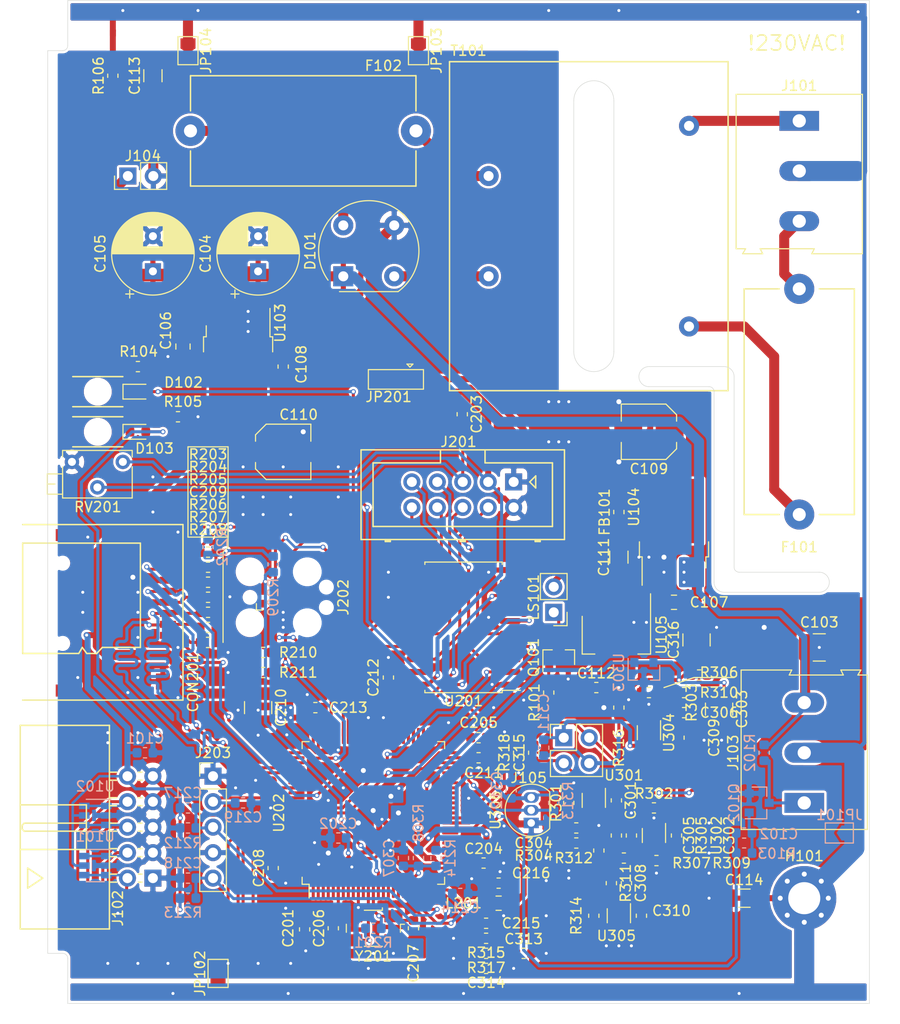
<source format=kicad_pcb>
(kicad_pcb (version 20171130) (host pcbnew 5.1.5)

  (general
    (thickness 1.6)
    (drawings 45)
    (tracks 1812)
    (zones 0)
    (modules 130)
    (nets 134)
  )

  (page A4)
  (layers
    (0 F.Cu signal)
    (31 B.Cu signal)
    (32 B.Adhes user)
    (33 F.Adhes user)
    (34 B.Paste user)
    (35 F.Paste user)
    (36 B.SilkS user)
    (37 F.SilkS user)
    (38 B.Mask user)
    (39 F.Mask user)
    (40 Dwgs.User user)
    (41 Cmts.User user)
    (42 Eco1.User user)
    (43 Eco2.User user)
    (44 Edge.Cuts user)
    (45 Margin user)
    (46 B.CrtYd user)
    (47 F.CrtYd user)
    (48 B.Fab user)
    (49 F.Fab user hide)
  )

  (setup
    (last_trace_width 0.25)
    (user_trace_width 0.3)
    (user_trace_width 0.4)
    (user_trace_width 0.6)
    (user_trace_width 1)
    (user_trace_width 2)
    (trace_clearance 0.2)
    (zone_clearance 0.25)
    (zone_45_only no)
    (trace_min 0.21)
    (via_size 0.5)
    (via_drill 0.3)
    (via_min_size 0.4)
    (via_min_drill 0.3)
    (user_via 0.9 0.5)
    (uvia_size 0.3)
    (uvia_drill 0.1)
    (uvias_allowed no)
    (uvia_min_size 0.2)
    (uvia_min_drill 0.1)
    (edge_width 0.05)
    (segment_width 0.2)
    (pcb_text_width 0.3)
    (pcb_text_size 1.5 1.5)
    (mod_edge_width 0.12)
    (mod_text_size 1 1)
    (mod_text_width 0.15)
    (pad_size 0.7874 0.7874)
    (pad_drill 0)
    (pad_to_mask_clearance 0.051)
    (solder_mask_min_width 0.25)
    (aux_axis_origin 13 13)
    (grid_origin 13 13)
    (visible_elements FFFFFF7F)
    (pcbplotparams
      (layerselection 0x010fc_ffffffff)
      (usegerberextensions true)
      (usegerberattributes false)
      (usegerberadvancedattributes false)
      (creategerberjobfile true)
      (excludeedgelayer true)
      (linewidth 0.100000)
      (plotframeref false)
      (viasonmask true)
      (mode 1)
      (useauxorigin false)
      (hpglpennumber 1)
      (hpglpenspeed 20)
      (hpglpendiameter 15.000000)
      (psnegative false)
      (psa4output false)
      (plotreference true)
      (plotvalue true)
      (plotinvisibletext false)
      (padsonsilk false)
      (subtractmaskfromsilk false)
      (outputformat 1)
      (mirror false)
      (drillshape 0)
      (scaleselection 1)
      (outputdirectory "gerber/"))
  )

  (net 0 "")
  (net 1 Earth)
  (net 2 GND)
  (net 3 +8V)
  (net 4 +3V3)
  (net 5 +5V)
  (net 6 /Controller/ENC1)
  (net 7 /Controller/ENC2)
  (net 8 /Controller/VREF)
  (net 9 /Controller/SW1)
  (net 10 /Frontend/FORCE+)
  (net 11 /Frontend/FORCE-)
  (net 12 /Frontend/SENS+)
  (net 13 /Frontend/SENS-)
  (net 14 /Controller/SDIO_D1)
  (net 15 /Controller/SDIO_D0)
  (net 16 /Controller/SDIO_CLK)
  (net 17 /Controller/SDIO_CMD)
  (net 18 /Controller/SDIO_D3)
  (net 19 /Controller/SDIO_D2)
  (net 20 "Net-(D102-Pad1)")
  (net 21 /Controller/TEMP_IN)
  (net 22 /L_Trafo)
  (net 23 /L_IN)
  (net 24 /N_IN)
  (net 25 /DIGIO3)
  (net 26 /DIGIO2)
  (net 27 /DIGIO1)
  (net 28 /DIGIO0)
  (net 29 /Controller/SWDIO)
  (net 30 /Controller/SWCLK)
  (net 31 /Controller/PC_RX)
  (net 32 /Controller/PC_TX)
  (net 33 /Controller/~RST)
  (net 34 "Net-(LS101-Pad1)")
  (net 35 /Controller/LCD_VO)
  (net 36 /Controller/LCD_RS)
  (net 37 /Controller/LCD_EN)
  (net 38 /Controller/LCD_D3)
  (net 39 /Controller/LCD_D0)
  (net 40 /Controller/LCD_D2)
  (net 41 /Controller/LCD_D1)
  (net 42 /Controller/FRONTEND_TEMP)
  (net 43 /OUT0)
  (net 44 /OUT3)
  (net 45 /OUT2)
  (net 46 /OUT1)
  (net 47 /Controller/VDDA)
  (net 48 +5VL)
  (net 49 /Controller/CARD_DETECT)
  (net 50 "Net-(C102-Pad2)")
  (net 51 "Net-(C306-Pad1)")
  (net 52 "Net-(C313-Pad1)")
  (net 53 "Net-(D101-Pad4)")
  (net 54 "Net-(D101-Pad2)")
  (net 55 "Net-(D103-Pad1)")
  (net 56 "Net-(F102-Pad2)")
  (net 57 "Net-(J103-Pad1)")
  (net 58 "Net-(Q101-Pad1)")
  (net 59 +3.3VA)
  (net 60 /Controller/NSS)
  (net 61 /Controller/SCK)
  (net 62 /Controller/MISO)
  (net 63 "Net-(C206-Pad1)")
  (net 64 "Net-(C207-Pad1)")
  (net 65 "Net-(C211-Pad1)")
  (net 66 "Net-(C212-Pad2)")
  (net 67 "Net-(C213-Pad1)")
  (net 68 "Net-(C303-Pad1)")
  (net 69 "Net-(C304-Pad2)")
  (net 70 "Net-(C304-Pad1)")
  (net 71 "Net-(C305-Pad2)")
  (net 72 "Net-(C305-Pad1)")
  (net 73 "Net-(C308-Pad2)")
  (net 74 "Net-(C308-Pad1)")
  (net 75 "Net-(J202-Pad5)")
  (net 76 "Net-(J202-Pad6)")
  (net 77 "Net-(J202-Pad8)")
  (net 78 "Net-(R311-Pad1)")
  (net 79 "Net-(R314-Pad2)")
  (net 80 "Net-(U201-Pad2)")
  (net 81 "Net-(U201-Pad4)")
  (net 82 "Net-(U201-Pad6)")
  (net 83 "Net-(U201-Pad7)")
  (net 84 "Net-(U201-Pad8)")
  (net 85 "Net-(U201-Pad9)")
  (net 86 "Net-(U201-Pad15)")
  (net 87 "Net-(U201-Pad17)")
  (net 88 "Net-(U202-Pad2)")
  (net 89 "Net-(U202-Pad3)")
  (net 90 "Net-(U202-Pad4)")
  (net 91 "Net-(U202-Pad5)")
  (net 92 "Net-(U202-Pad7)")
  (net 93 "Net-(U202-Pad8)")
  (net 94 "Net-(U202-Pad9)")
  (net 95 "Net-(U202-Pad15)")
  (net 96 "Net-(U202-Pad16)")
  (net 97 "Net-(U202-Pad17)")
  (net 98 "Net-(U202-Pad18)")
  (net 99 "Net-(U202-Pad26)")
  (net 100 "Net-(U202-Pad29)")
  (net 101 "Net-(U202-Pad32)")
  (net 102 "Net-(U202-Pad33)")
  (net 103 "Net-(U202-Pad34)")
  (net 104 "Net-(U202-Pad38)")
  (net 105 "Net-(U202-Pad39)")
  (net 106 "Net-(U202-Pad40)")
  (net 107 "Net-(U202-Pad41)")
  (net 108 "Net-(U202-Pad42)")
  (net 109 "Net-(U202-Pad43)")
  (net 110 "Net-(U202-Pad44)")
  (net 111 "Net-(U202-Pad45)")
  (net 112 "Net-(U202-Pad46)")
  (net 113 "Net-(U202-Pad51)")
  (net 114 "Net-(U202-Pad52)")
  (net 115 "Net-(U202-Pad53)")
  (net 116 "Net-(U202-Pad54)")
  (net 117 "Net-(U202-Pad59)")
  (net 118 "Net-(U202-Pad60)")
  (net 119 "Net-(U202-Pad61)")
  (net 120 "Net-(U202-Pad62)")
  (net 121 "Net-(U202-Pad63)")
  (net 122 "Net-(U202-Pad64)")
  (net 123 "Net-(U202-Pad70)")
  (net 124 "Net-(U202-Pad71)")
  (net 125 "Net-(U202-Pad77)")
  (net 126 "Net-(U202-Pad81)")
  (net 127 "Net-(U202-Pad82)")
  (net 128 "Net-(U202-Pad84)")
  (net 129 "Net-(U202-Pad86)")
  (net 130 "Net-(U202-Pad95)")
  (net 131 "Net-(U202-Pad96)")
  (net 132 "Net-(U202-Pad97)")
  (net 133 "Net-(U202-Pad98)")

  (net_class Default "This is the default net class."
    (clearance 0.2)
    (trace_width 0.25)
    (via_dia 0.5)
    (via_drill 0.3)
    (uvia_dia 0.3)
    (uvia_drill 0.1)
    (diff_pair_width 0.21)
    (diff_pair_gap 0.25)
    (add_net +3.3VA)
    (add_net +3V3)
    (add_net +5V)
    (add_net +5VL)
    (add_net +8V)
    (add_net /Controller/CARD_DETECT)
    (add_net /Controller/ENC1)
    (add_net /Controller/ENC2)
    (add_net /Controller/FRONTEND_TEMP)
    (add_net /Controller/LCD_D0)
    (add_net /Controller/LCD_D1)
    (add_net /Controller/LCD_D2)
    (add_net /Controller/LCD_D3)
    (add_net /Controller/LCD_EN)
    (add_net /Controller/LCD_RS)
    (add_net /Controller/LCD_VO)
    (add_net /Controller/MISO)
    (add_net /Controller/NSS)
    (add_net /Controller/PC_RX)
    (add_net /Controller/PC_TX)
    (add_net /Controller/SCK)
    (add_net /Controller/SDIO_CLK)
    (add_net /Controller/SDIO_CMD)
    (add_net /Controller/SDIO_D0)
    (add_net /Controller/SDIO_D1)
    (add_net /Controller/SDIO_D2)
    (add_net /Controller/SDIO_D3)
    (add_net /Controller/SW1)
    (add_net /Controller/SWCLK)
    (add_net /Controller/SWDIO)
    (add_net /Controller/TEMP_IN)
    (add_net /Controller/VDDA)
    (add_net /Controller/VREF)
    (add_net /Controller/~RST)
    (add_net /DIGIO0)
    (add_net /DIGIO1)
    (add_net /DIGIO2)
    (add_net /DIGIO3)
    (add_net /Frontend/FORCE+)
    (add_net /Frontend/FORCE-)
    (add_net /Frontend/SENS+)
    (add_net /Frontend/SENS-)
    (add_net /OUT0)
    (add_net /OUT1)
    (add_net /OUT2)
    (add_net /OUT3)
    (add_net Earth)
    (add_net GND)
    (add_net "Net-(C102-Pad2)")
    (add_net "Net-(C206-Pad1)")
    (add_net "Net-(C207-Pad1)")
    (add_net "Net-(C211-Pad1)")
    (add_net "Net-(C212-Pad2)")
    (add_net "Net-(C213-Pad1)")
    (add_net "Net-(C303-Pad1)")
    (add_net "Net-(C304-Pad1)")
    (add_net "Net-(C304-Pad2)")
    (add_net "Net-(C305-Pad1)")
    (add_net "Net-(C305-Pad2)")
    (add_net "Net-(C306-Pad1)")
    (add_net "Net-(C308-Pad1)")
    (add_net "Net-(C308-Pad2)")
    (add_net "Net-(C313-Pad1)")
    (add_net "Net-(D101-Pad2)")
    (add_net "Net-(D101-Pad4)")
    (add_net "Net-(D102-Pad1)")
    (add_net "Net-(D103-Pad1)")
    (add_net "Net-(F102-Pad2)")
    (add_net "Net-(J103-Pad1)")
    (add_net "Net-(J202-Pad5)")
    (add_net "Net-(J202-Pad6)")
    (add_net "Net-(J202-Pad8)")
    (add_net "Net-(LS101-Pad1)")
    (add_net "Net-(Q101-Pad1)")
    (add_net "Net-(R311-Pad1)")
    (add_net "Net-(R314-Pad2)")
    (add_net "Net-(U201-Pad15)")
    (add_net "Net-(U201-Pad17)")
    (add_net "Net-(U201-Pad2)")
    (add_net "Net-(U201-Pad4)")
    (add_net "Net-(U201-Pad6)")
    (add_net "Net-(U201-Pad7)")
    (add_net "Net-(U201-Pad8)")
    (add_net "Net-(U201-Pad9)")
    (add_net "Net-(U202-Pad15)")
    (add_net "Net-(U202-Pad16)")
    (add_net "Net-(U202-Pad17)")
    (add_net "Net-(U202-Pad18)")
    (add_net "Net-(U202-Pad2)")
    (add_net "Net-(U202-Pad26)")
    (add_net "Net-(U202-Pad29)")
    (add_net "Net-(U202-Pad3)")
    (add_net "Net-(U202-Pad32)")
    (add_net "Net-(U202-Pad33)")
    (add_net "Net-(U202-Pad34)")
    (add_net "Net-(U202-Pad38)")
    (add_net "Net-(U202-Pad39)")
    (add_net "Net-(U202-Pad4)")
    (add_net "Net-(U202-Pad40)")
    (add_net "Net-(U202-Pad41)")
    (add_net "Net-(U202-Pad42)")
    (add_net "Net-(U202-Pad43)")
    (add_net "Net-(U202-Pad44)")
    (add_net "Net-(U202-Pad45)")
    (add_net "Net-(U202-Pad46)")
    (add_net "Net-(U202-Pad5)")
    (add_net "Net-(U202-Pad51)")
    (add_net "Net-(U202-Pad52)")
    (add_net "Net-(U202-Pad53)")
    (add_net "Net-(U202-Pad54)")
    (add_net "Net-(U202-Pad59)")
    (add_net "Net-(U202-Pad60)")
    (add_net "Net-(U202-Pad61)")
    (add_net "Net-(U202-Pad62)")
    (add_net "Net-(U202-Pad63)")
    (add_net "Net-(U202-Pad64)")
    (add_net "Net-(U202-Pad7)")
    (add_net "Net-(U202-Pad70)")
    (add_net "Net-(U202-Pad71)")
    (add_net "Net-(U202-Pad77)")
    (add_net "Net-(U202-Pad8)")
    (add_net "Net-(U202-Pad81)")
    (add_net "Net-(U202-Pad82)")
    (add_net "Net-(U202-Pad84)")
    (add_net "Net-(U202-Pad86)")
    (add_net "Net-(U202-Pad9)")
    (add_net "Net-(U202-Pad95)")
    (add_net "Net-(U202-Pad96)")
    (add_net "Net-(U202-Pad97)")
    (add_net "Net-(U202-Pad98)")
  )

  (net_class HV ""
    (clearance 2.55)
    (trace_width 1)
    (via_dia 0.5)
    (via_drill 0.3)
    (uvia_dia 0.3)
    (uvia_drill 0.1)
    (diff_pair_width 0.21)
    (diff_pair_gap 0.25)
    (add_net /L_IN)
    (add_net /L_Trafo)
    (add_net /N_IN)
  )

  (module Capacitor_SMD:C_0603_1608Metric (layer F.Cu) (tedit 5B301BBE) (tstamp 5E3B1D87)
    (at 59.75 109.5 180)
    (descr "Capacitor SMD 0603 (1608 Metric), square (rectangular) end terminal, IPC_7351 nominal, (Body size source: http://www.tortai-tech.com/upload/download/2011102023233369053.pdf), generated with kicad-footprint-generator")
    (tags capacitor)
    (path /5D8C5188/5E82B184)
    (attr smd)
    (fp_text reference C314 (at 0 -1.43) (layer F.SilkS)
      (effects (font (size 1 1) (thickness 0.15)))
    )
    (fp_text value 2u2 (at 0 1.43) (layer F.Fab)
      (effects (font (size 1 1) (thickness 0.15)))
    )
    (fp_text user %R (at 0 0) (layer F.Fab)
      (effects (font (size 0.4 0.4) (thickness 0.06)))
    )
    (fp_line (start 1.48 0.73) (end -1.48 0.73) (layer F.CrtYd) (width 0.05))
    (fp_line (start 1.48 -0.73) (end 1.48 0.73) (layer F.CrtYd) (width 0.05))
    (fp_line (start -1.48 -0.73) (end 1.48 -0.73) (layer F.CrtYd) (width 0.05))
    (fp_line (start -1.48 0.73) (end -1.48 -0.73) (layer F.CrtYd) (width 0.05))
    (fp_line (start -0.162779 0.51) (end 0.162779 0.51) (layer F.SilkS) (width 0.12))
    (fp_line (start -0.162779 -0.51) (end 0.162779 -0.51) (layer F.SilkS) (width 0.12))
    (fp_line (start 0.8 0.4) (end -0.8 0.4) (layer F.Fab) (width 0.1))
    (fp_line (start 0.8 -0.4) (end 0.8 0.4) (layer F.Fab) (width 0.1))
    (fp_line (start -0.8 -0.4) (end 0.8 -0.4) (layer F.Fab) (width 0.1))
    (fp_line (start -0.8 0.4) (end -0.8 -0.4) (layer F.Fab) (width 0.1))
    (pad 2 smd roundrect (at 0.7875 0 180) (size 0.875 0.95) (layers F.Cu F.Paste F.Mask) (roundrect_rratio 0.25)
      (net 2 GND))
    (pad 1 smd roundrect (at -0.7875 0 180) (size 0.875 0.95) (layers F.Cu F.Paste F.Mask) (roundrect_rratio 0.25)
      (net 52 "Net-(C313-Pad1)"))
    (model ${KISYS3DMOD}/Capacitor_SMD.3dshapes/C_0603_1608Metric.wrl
      (at (xyz 0 0 0))
      (scale (xyz 1 1 1))
      (rotate (xyz 0 0 0))
    )
  )

  (module Capacitor_SMD:C_0603_1608Metric (layer F.Cu) (tedit 5B301BBE) (tstamp 5E3CFE8D)
    (at 70.75 81.5)
    (descr "Capacitor SMD 0603 (1608 Metric), square (rectangular) end terminal, IPC_7351 nominal, (Body size source: http://www.tortai-tech.com/upload/download/2011102023233369053.pdf), generated with kicad-footprint-generator")
    (tags capacitor)
    (path /5E80AF62)
    (attr smd)
    (fp_text reference C112 (at 0 -1.43) (layer F.SilkS)
      (effects (font (size 1 1) (thickness 0.15)))
    )
    (fp_text value 100n (at 0 1.43) (layer F.Fab)
      (effects (font (size 1 1) (thickness 0.15)))
    )
    (fp_text user %R (at 0 0) (layer F.Fab)
      (effects (font (size 0.4 0.4) (thickness 0.06)))
    )
    (fp_line (start 1.48 0.73) (end -1.48 0.73) (layer F.CrtYd) (width 0.05))
    (fp_line (start 1.48 -0.73) (end 1.48 0.73) (layer F.CrtYd) (width 0.05))
    (fp_line (start -1.48 -0.73) (end 1.48 -0.73) (layer F.CrtYd) (width 0.05))
    (fp_line (start -1.48 0.73) (end -1.48 -0.73) (layer F.CrtYd) (width 0.05))
    (fp_line (start -0.162779 0.51) (end 0.162779 0.51) (layer F.SilkS) (width 0.12))
    (fp_line (start -0.162779 -0.51) (end 0.162779 -0.51) (layer F.SilkS) (width 0.12))
    (fp_line (start 0.8 0.4) (end -0.8 0.4) (layer F.Fab) (width 0.1))
    (fp_line (start 0.8 -0.4) (end 0.8 0.4) (layer F.Fab) (width 0.1))
    (fp_line (start -0.8 -0.4) (end 0.8 -0.4) (layer F.Fab) (width 0.1))
    (fp_line (start -0.8 0.4) (end -0.8 -0.4) (layer F.Fab) (width 0.1))
    (pad 2 smd roundrect (at 0.7875 0) (size 0.875 0.95) (layers F.Cu F.Paste F.Mask) (roundrect_rratio 0.25)
      (net 2 GND))
    (pad 1 smd roundrect (at -0.7875 0) (size 0.875 0.95) (layers F.Cu F.Paste F.Mask) (roundrect_rratio 0.25)
      (net 59 +3.3VA))
    (model ${KISYS3DMOD}/Capacitor_SMD.3dshapes/C_0603_1608Metric.wrl
      (at (xyz 0 0 0))
      (scale (xyz 1 1 1))
      (rotate (xyz 0 0 0))
    )
  )

  (module Jumper:SolderJumper-3_P2.0mm_Open_TrianglePad1.0x1.5mm (layer F.Cu) (tedit 5A64803D) (tstamp 5E3C2274)
    (at 50.75 50.75 180)
    (descr "SMD Solder Jumper, 1x1.5mm Triangular Pads, 0.3mm gap, open")
    (tags "solder jumper open")
    (path /5D77EC9D/5E7247D0)
    (attr virtual)
    (fp_text reference JP201 (at 0.725 -1.775) (layer F.SilkS)
      (effects (font (size 1 1) (thickness 0.15)))
    )
    (fp_text value LCD_5V_3V3 (at 0.725 1.925) (layer F.Fab)
      (effects (font (size 1 1) (thickness 0.15)))
    )
    (fp_line (start 3 1.25) (end -2.98 1.25) (layer F.CrtYd) (width 0.05))
    (fp_line (start 3 1.25) (end 3 -1.27) (layer F.CrtYd) (width 0.05))
    (fp_line (start -2.98 -1.27) (end -2.98 1.25) (layer F.CrtYd) (width 0.05))
    (fp_line (start -2.98 -1.27) (end 3 -1.27) (layer F.CrtYd) (width 0.05))
    (fp_line (start -2.75 -1) (end 2.75 -1) (layer F.SilkS) (width 0.12))
    (fp_line (start 2.75 -1) (end 2.75 0.95) (layer F.SilkS) (width 0.12))
    (fp_line (start 2.75 0.95) (end -2.75 0.95) (layer F.SilkS) (width 0.12))
    (fp_line (start -2.75 0.95) (end -2.75 -1) (layer F.SilkS) (width 0.12))
    (fp_line (start -1.4 1.2) (end -1.7 1.5) (layer F.SilkS) (width 0.12))
    (fp_line (start -1.7 1.5) (end -1.1 1.5) (layer F.SilkS) (width 0.12))
    (fp_line (start -1.1 1.5) (end -1.4 1.2) (layer F.SilkS) (width 0.12))
    (pad 3 smd custom (at 2 0) (size 0.3 0.3) (layers F.Cu F.Mask)
      (net 4 +3V3) (zone_connect 2)
      (options (clearance outline) (anchor rect))
      (primitives
        (gr_poly (pts
           (xy -0.5 -0.75) (xy 0.5 -0.75) (xy 1 0) (xy 0.5 0.75) (xy -0.5 0.75)
) (width 0))
      ))
    (pad 2 smd custom (at 0 0 180) (size 0.3 0.3) (layers F.Cu)
      (net 66 "Net-(C212-Pad2)") (zone_connect 2)
      (options (clearance outline) (anchor rect))
      (primitives
        (gr_poly (pts
           (xy -1.2 -0.75) (xy 1.2 -0.75) (xy 0.7 0) (xy 1.2 0.75) (xy -1.2 0.75)
           (xy -0.7 0)) (width 0))
      ))
    (pad 1 smd custom (at -2 0 180) (size 0.3 0.3) (layers F.Cu F.Mask)
      (net 48 +5VL) (zone_connect 2)
      (options (clearance outline) (anchor rect))
      (primitives
        (gr_poly (pts
           (xy -0.5 -0.75) (xy 0.5 -0.75) (xy 1 0) (xy 0.5 0.75) (xy -0.5 0.75)
) (width 0))
      ))
    (pad "" smd rect (at -1.2 0 180) (size 1.5 1.5) (layers F.Mask))
    (pad "" smd rect (at 1.2 0 180) (size 1.5 1.5) (layers F.Mask))
  )

  (module Package_TO_SOT_SMD:SOT-23 (layer B.Cu) (tedit 5A02FF57) (tstamp 5E3BF097)
    (at 75.5 80 270)
    (descr "SOT-23, Standard")
    (tags SOT-23)
    (path /5D8C5188/5E5592F3)
    (attr smd)
    (fp_text reference U303 (at 0 2.5 270) (layer B.SilkS)
      (effects (font (size 1 1) (thickness 0.15)) (justify mirror))
    )
    (fp_text value TL431LI-DBZ (at 0 -2.5 270) (layer B.Fab)
      (effects (font (size 1 1) (thickness 0.15)) (justify mirror))
    )
    (fp_line (start 0.76 -1.58) (end -0.7 -1.58) (layer B.SilkS) (width 0.12))
    (fp_line (start 0.76 1.58) (end -1.4 1.58) (layer B.SilkS) (width 0.12))
    (fp_line (start -1.7 -1.75) (end -1.7 1.75) (layer B.CrtYd) (width 0.05))
    (fp_line (start 1.7 -1.75) (end -1.7 -1.75) (layer B.CrtYd) (width 0.05))
    (fp_line (start 1.7 1.75) (end 1.7 -1.75) (layer B.CrtYd) (width 0.05))
    (fp_line (start -1.7 1.75) (end 1.7 1.75) (layer B.CrtYd) (width 0.05))
    (fp_line (start 0.76 1.58) (end 0.76 0.65) (layer B.SilkS) (width 0.12))
    (fp_line (start 0.76 -1.58) (end 0.76 -0.65) (layer B.SilkS) (width 0.12))
    (fp_line (start -0.7 -1.52) (end 0.7 -1.52) (layer B.Fab) (width 0.1))
    (fp_line (start 0.7 1.52) (end 0.7 -1.52) (layer B.Fab) (width 0.1))
    (fp_line (start -0.7 0.95) (end -0.15 1.52) (layer B.Fab) (width 0.1))
    (fp_line (start -0.15 1.52) (end 0.7 1.52) (layer B.Fab) (width 0.1))
    (fp_line (start -0.7 0.95) (end -0.7 -1.5) (layer B.Fab) (width 0.1))
    (fp_text user %R (at 0 0) (layer B.Fab)
      (effects (font (size 0.5 0.5) (thickness 0.075)) (justify mirror))
    )
    (pad 3 smd rect (at 1 0 270) (size 0.9 0.8) (layers B.Cu B.Paste B.Mask)
      (net 2 GND))
    (pad 2 smd rect (at -1 -0.95 270) (size 0.9 0.8) (layers B.Cu B.Paste B.Mask)
      (net 68 "Net-(C303-Pad1)"))
    (pad 1 smd rect (at -1 0.95 270) (size 0.9 0.8) (layers B.Cu B.Paste B.Mask)
      (net 68 "Net-(C303-Pad1)"))
    (model ${KISYS3DMOD}/Package_TO_SOT_SMD.3dshapes/SOT-23.wrl
      (at (xyz 0 0 0))
      (scale (xyz 1 1 1))
      (rotate (xyz 0 0 0))
    )
  )

  (module Package_TO_SOT_SMD:SOT-223-3_TabPin2 (layer F.Cu) (tedit 5A02FF57) (tstamp 5E3BF082)
    (at 72.75 76.25 270)
    (descr "module CMS SOT223 4 pins")
    (tags "CMS SOT")
    (path /5E3EDECA)
    (attr smd)
    (fp_text reference U105 (at 0 -4.5 90) (layer F.SilkS)
      (effects (font (size 1 1) (thickness 0.15)))
    )
    (fp_text value AP1117-33 (at 0 4.5 90) (layer F.Fab)
      (effects (font (size 1 1) (thickness 0.15)))
    )
    (fp_line (start 1.85 -3.35) (end 1.85 3.35) (layer F.Fab) (width 0.1))
    (fp_line (start -1.85 3.35) (end 1.85 3.35) (layer F.Fab) (width 0.1))
    (fp_line (start -4.1 -3.41) (end 1.91 -3.41) (layer F.SilkS) (width 0.12))
    (fp_line (start -0.85 -3.35) (end 1.85 -3.35) (layer F.Fab) (width 0.1))
    (fp_line (start -1.85 3.41) (end 1.91 3.41) (layer F.SilkS) (width 0.12))
    (fp_line (start -1.85 -2.35) (end -1.85 3.35) (layer F.Fab) (width 0.1))
    (fp_line (start -1.85 -2.35) (end -0.85 -3.35) (layer F.Fab) (width 0.1))
    (fp_line (start -4.4 -3.6) (end -4.4 3.6) (layer F.CrtYd) (width 0.05))
    (fp_line (start -4.4 3.6) (end 4.4 3.6) (layer F.CrtYd) (width 0.05))
    (fp_line (start 4.4 3.6) (end 4.4 -3.6) (layer F.CrtYd) (width 0.05))
    (fp_line (start 4.4 -3.6) (end -4.4 -3.6) (layer F.CrtYd) (width 0.05))
    (fp_line (start 1.91 -3.41) (end 1.91 -2.15) (layer F.SilkS) (width 0.12))
    (fp_line (start 1.91 3.41) (end 1.91 2.15) (layer F.SilkS) (width 0.12))
    (fp_text user %R (at 0 0) (layer F.Fab)
      (effects (font (size 0.8 0.8) (thickness 0.12)))
    )
    (pad 1 smd rect (at -3.15 -2.3 270) (size 2 1.5) (layers F.Cu F.Paste F.Mask)
      (net 2 GND))
    (pad 3 smd rect (at -3.15 2.3 270) (size 2 1.5) (layers F.Cu F.Paste F.Mask)
      (net 5 +5V))
    (pad 2 smd rect (at -3.15 0 270) (size 2 1.5) (layers F.Cu F.Paste F.Mask)
      (net 59 +3.3VA))
    (pad 2 smd rect (at 3.15 0 270) (size 2 3.8) (layers F.Cu F.Paste F.Mask)
      (net 59 +3.3VA))
    (model ${KISYS3DMOD}/Package_TO_SOT_SMD.3dshapes/SOT-223.wrl
      (at (xyz 0 0 0))
      (scale (xyz 1 1 1))
      (rotate (xyz 0 0 0))
    )
  )

  (module Resistor_SMD:R_0603_1608Metric (layer F.Cu) (tedit 5B301BBD) (tstamp 5E3BECA8)
    (at 59.75 106.5 180)
    (descr "Resistor SMD 0603 (1608 Metric), square (rectangular) end terminal, IPC_7351 nominal, (Body size source: http://www.tortai-tech.com/upload/download/2011102023233369053.pdf), generated with kicad-footprint-generator")
    (tags resistor)
    (path /5D8C5188/5E696A10)
    (attr smd)
    (fp_text reference R315 (at 0 -1.43) (layer F.SilkS)
      (effects (font (size 1 1) (thickness 0.15)))
    )
    (fp_text value 0 (at 0 1.43) (layer F.Fab)
      (effects (font (size 1 1) (thickness 0.15)))
    )
    (fp_text user %R (at 0 0) (layer F.Fab)
      (effects (font (size 0.4 0.4) (thickness 0.06)))
    )
    (fp_line (start 1.48 0.73) (end -1.48 0.73) (layer F.CrtYd) (width 0.05))
    (fp_line (start 1.48 -0.73) (end 1.48 0.73) (layer F.CrtYd) (width 0.05))
    (fp_line (start -1.48 -0.73) (end 1.48 -0.73) (layer F.CrtYd) (width 0.05))
    (fp_line (start -1.48 0.73) (end -1.48 -0.73) (layer F.CrtYd) (width 0.05))
    (fp_line (start -0.162779 0.51) (end 0.162779 0.51) (layer F.SilkS) (width 0.12))
    (fp_line (start -0.162779 -0.51) (end 0.162779 -0.51) (layer F.SilkS) (width 0.12))
    (fp_line (start 0.8 0.4) (end -0.8 0.4) (layer F.Fab) (width 0.1))
    (fp_line (start 0.8 -0.4) (end 0.8 0.4) (layer F.Fab) (width 0.1))
    (fp_line (start -0.8 -0.4) (end 0.8 -0.4) (layer F.Fab) (width 0.1))
    (fp_line (start -0.8 0.4) (end -0.8 -0.4) (layer F.Fab) (width 0.1))
    (pad 2 smd roundrect (at 0.7875 0 180) (size 0.875 0.95) (layers F.Cu F.Paste F.Mask) (roundrect_rratio 0.25)
      (net 21 /Controller/TEMP_IN))
    (pad 1 smd roundrect (at -0.7875 0 180) (size 0.875 0.95) (layers F.Cu F.Paste F.Mask) (roundrect_rratio 0.25)
      (net 79 "Net-(R314-Pad2)"))
    (model ${KISYS3DMOD}/Resistor_SMD.3dshapes/R_0603_1608Metric.wrl
      (at (xyz 0 0 0))
      (scale (xyz 1 1 1))
      (rotate (xyz 0 0 0))
    )
  )

  (module Resistor_SMD:R_0603_1608Metric (layer F.Cu) (tedit 5B301BBD) (tstamp 5E3BEC97)
    (at 72.25 101 270)
    (descr "Resistor SMD 0603 (1608 Metric), square (rectangular) end terminal, IPC_7351 nominal, (Body size source: http://www.tortai-tech.com/upload/download/2011102023233369053.pdf), generated with kicad-footprint-generator")
    (tags resistor)
    (path /5D8C5188/5E6BEB7A)
    (attr smd)
    (fp_text reference R311 (at 0 -1.43 90) (layer F.SilkS)
      (effects (font (size 1 1) (thickness 0.15)))
    )
    (fp_text value DNP (at 0 1.43 90) (layer F.Fab)
      (effects (font (size 1 1) (thickness 0.15)))
    )
    (fp_text user %R (at 0 0 90) (layer F.Fab)
      (effects (font (size 0.4 0.4) (thickness 0.06)))
    )
    (fp_line (start 1.48 0.73) (end -1.48 0.73) (layer F.CrtYd) (width 0.05))
    (fp_line (start 1.48 -0.73) (end 1.48 0.73) (layer F.CrtYd) (width 0.05))
    (fp_line (start -1.48 -0.73) (end 1.48 -0.73) (layer F.CrtYd) (width 0.05))
    (fp_line (start -1.48 0.73) (end -1.48 -0.73) (layer F.CrtYd) (width 0.05))
    (fp_line (start -0.162779 0.51) (end 0.162779 0.51) (layer F.SilkS) (width 0.12))
    (fp_line (start -0.162779 -0.51) (end 0.162779 -0.51) (layer F.SilkS) (width 0.12))
    (fp_line (start 0.8 0.4) (end -0.8 0.4) (layer F.Fab) (width 0.1))
    (fp_line (start 0.8 -0.4) (end 0.8 0.4) (layer F.Fab) (width 0.1))
    (fp_line (start -0.8 -0.4) (end 0.8 -0.4) (layer F.Fab) (width 0.1))
    (fp_line (start -0.8 0.4) (end -0.8 -0.4) (layer F.Fab) (width 0.1))
    (pad 2 smd roundrect (at 0.7875 0 270) (size 0.875 0.95) (layers F.Cu F.Paste F.Mask) (roundrect_rratio 0.25)
      (net 73 "Net-(C308-Pad2)"))
    (pad 1 smd roundrect (at -0.7875 0 270) (size 0.875 0.95) (layers F.Cu F.Paste F.Mask) (roundrect_rratio 0.25)
      (net 78 "Net-(R311-Pad1)"))
    (model ${KISYS3DMOD}/Resistor_SMD.3dshapes/R_0603_1608Metric.wrl
      (at (xyz 0 0 0))
      (scale (xyz 1 1 1))
      (rotate (xyz 0 0 0))
    )
  )

  (module Resistor_SMD:R_0603_1608Metric (layer F.Cu) (tedit 5B301BBD) (tstamp 5E3BEC86)
    (at 63 88 90)
    (descr "Resistor SMD 0603 (1608 Metric), square (rectangular) end terminal, IPC_7351 nominal, (Body size source: http://www.tortai-tech.com/upload/download/2011102023233369053.pdf), generated with kicad-footprint-generator")
    (tags resistor)
    (path /5D8C5188/5E5C0B2B)
    (attr smd)
    (fp_text reference R318 (at 0 -1.43 90) (layer F.SilkS)
      (effects (font (size 1 1) (thickness 0.15)))
    )
    (fp_text value 2M (at 0 1.43 90) (layer F.Fab)
      (effects (font (size 1 1) (thickness 0.15)))
    )
    (fp_text user %R (at 0 0 90) (layer F.Fab)
      (effects (font (size 0.4 0.4) (thickness 0.06)))
    )
    (fp_line (start 1.48 0.73) (end -1.48 0.73) (layer F.CrtYd) (width 0.05))
    (fp_line (start 1.48 -0.73) (end 1.48 0.73) (layer F.CrtYd) (width 0.05))
    (fp_line (start -1.48 -0.73) (end 1.48 -0.73) (layer F.CrtYd) (width 0.05))
    (fp_line (start -1.48 0.73) (end -1.48 -0.73) (layer F.CrtYd) (width 0.05))
    (fp_line (start -0.162779 0.51) (end 0.162779 0.51) (layer F.SilkS) (width 0.12))
    (fp_line (start -0.162779 -0.51) (end 0.162779 -0.51) (layer F.SilkS) (width 0.12))
    (fp_line (start 0.8 0.4) (end -0.8 0.4) (layer F.Fab) (width 0.1))
    (fp_line (start 0.8 -0.4) (end 0.8 0.4) (layer F.Fab) (width 0.1))
    (fp_line (start -0.8 -0.4) (end 0.8 -0.4) (layer F.Fab) (width 0.1))
    (fp_line (start -0.8 0.4) (end -0.8 -0.4) (layer F.Fab) (width 0.1))
    (pad 2 smd roundrect (at 0.7875 0 90) (size 0.875 0.95) (layers F.Cu F.Paste F.Mask) (roundrect_rratio 0.25)
      (net 12 /Frontend/SENS+))
    (pad 1 smd roundrect (at -0.7875 0 90) (size 0.875 0.95) (layers F.Cu F.Paste F.Mask) (roundrect_rratio 0.25)
      (net 13 /Frontend/SENS-))
    (model ${KISYS3DMOD}/Resistor_SMD.3dshapes/R_0603_1608Metric.wrl
      (at (xyz 0 0 0))
      (scale (xyz 1 1 1))
      (rotate (xyz 0 0 0))
    )
  )

  (module Capacitor_SMD:C_0603_1608Metric (layer F.Cu) (tedit 5B301BBE) (tstamp 5E3BE19D)
    (at 73.75 101 270)
    (descr "Capacitor SMD 0603 (1608 Metric), square (rectangular) end terminal, IPC_7351 nominal, (Body size source: http://www.tortai-tech.com/upload/download/2011102023233369053.pdf), generated with kicad-footprint-generator")
    (tags capacitor)
    (path /5D8C5188/5E6BF72D)
    (attr smd)
    (fp_text reference C308 (at 0 -1.43 90) (layer F.SilkS)
      (effects (font (size 1 1) (thickness 0.15)))
    )
    (fp_text value DNP (at 0 1.43 90) (layer F.Fab)
      (effects (font (size 1 1) (thickness 0.15)))
    )
    (fp_text user %R (at 0 0 90) (layer F.Fab)
      (effects (font (size 0.4 0.4) (thickness 0.06)))
    )
    (fp_line (start 1.48 0.73) (end -1.48 0.73) (layer F.CrtYd) (width 0.05))
    (fp_line (start 1.48 -0.73) (end 1.48 0.73) (layer F.CrtYd) (width 0.05))
    (fp_line (start -1.48 -0.73) (end 1.48 -0.73) (layer F.CrtYd) (width 0.05))
    (fp_line (start -1.48 0.73) (end -1.48 -0.73) (layer F.CrtYd) (width 0.05))
    (fp_line (start -0.162779 0.51) (end 0.162779 0.51) (layer F.SilkS) (width 0.12))
    (fp_line (start -0.162779 -0.51) (end 0.162779 -0.51) (layer F.SilkS) (width 0.12))
    (fp_line (start 0.8 0.4) (end -0.8 0.4) (layer F.Fab) (width 0.1))
    (fp_line (start 0.8 -0.4) (end 0.8 0.4) (layer F.Fab) (width 0.1))
    (fp_line (start -0.8 -0.4) (end 0.8 -0.4) (layer F.Fab) (width 0.1))
    (fp_line (start -0.8 0.4) (end -0.8 -0.4) (layer F.Fab) (width 0.1))
    (pad 2 smd roundrect (at 0.7875 0 270) (size 0.875 0.95) (layers F.Cu F.Paste F.Mask) (roundrect_rratio 0.25)
      (net 73 "Net-(C308-Pad2)"))
    (pad 1 smd roundrect (at -0.7875 0 270) (size 0.875 0.95) (layers F.Cu F.Paste F.Mask) (roundrect_rratio 0.25)
      (net 74 "Net-(C308-Pad1)"))
    (model ${KISYS3DMOD}/Capacitor_SMD.3dshapes/C_0603_1608Metric.wrl
      (at (xyz 0 0 0))
      (scale (xyz 1 1 1))
      (rotate (xyz 0 0 0))
    )
  )

  (module Capacitor_SMD:C_0603_1608Metric (layer F.Cu) (tedit 5B301BBE) (tstamp 5E3BE0CC)
    (at 64.5 88 90)
    (descr "Capacitor SMD 0603 (1608 Metric), square (rectangular) end terminal, IPC_7351 nominal, (Body size source: http://www.tortai-tech.com/upload/download/2011102023233369053.pdf), generated with kicad-footprint-generator")
    (tags capacitor)
    (path /5D8C5188/5E656F7C)
    (attr smd)
    (fp_text reference C315 (at 0 -1.43 90) (layer F.SilkS)
      (effects (font (size 1 1) (thickness 0.15)))
    )
    (fp_text value 22n (at 0 1.43 90) (layer F.Fab)
      (effects (font (size 1 1) (thickness 0.15)))
    )
    (fp_text user %R (at 0 0 90) (layer F.Fab)
      (effects (font (size 0.4 0.4) (thickness 0.06)))
    )
    (fp_line (start 1.48 0.73) (end -1.48 0.73) (layer F.CrtYd) (width 0.05))
    (fp_line (start 1.48 -0.73) (end 1.48 0.73) (layer F.CrtYd) (width 0.05))
    (fp_line (start -1.48 -0.73) (end 1.48 -0.73) (layer F.CrtYd) (width 0.05))
    (fp_line (start -1.48 0.73) (end -1.48 -0.73) (layer F.CrtYd) (width 0.05))
    (fp_line (start -0.162779 0.51) (end 0.162779 0.51) (layer F.SilkS) (width 0.12))
    (fp_line (start -0.162779 -0.51) (end 0.162779 -0.51) (layer F.SilkS) (width 0.12))
    (fp_line (start 0.8 0.4) (end -0.8 0.4) (layer F.Fab) (width 0.1))
    (fp_line (start 0.8 -0.4) (end 0.8 0.4) (layer F.Fab) (width 0.1))
    (fp_line (start -0.8 -0.4) (end 0.8 -0.4) (layer F.Fab) (width 0.1))
    (fp_line (start -0.8 0.4) (end -0.8 -0.4) (layer F.Fab) (width 0.1))
    (pad 2 smd roundrect (at 0.7875 0 90) (size 0.875 0.95) (layers F.Cu F.Paste F.Mask) (roundrect_rratio 0.25)
      (net 12 /Frontend/SENS+))
    (pad 1 smd roundrect (at -0.7875 0 90) (size 0.875 0.95) (layers F.Cu F.Paste F.Mask) (roundrect_rratio 0.25)
      (net 13 /Frontend/SENS-))
    (model ${KISYS3DMOD}/Capacitor_SMD.3dshapes/C_0603_1608Metric.wrl
      (at (xyz 0 0 0))
      (scale (xyz 1 1 1))
      (rotate (xyz 0 0 0))
    )
  )

  (module Capacitor_SMD:C_1210_3225Metric (layer F.Cu) (tedit 5B301BBE) (tstamp 5E3BE0BB)
    (at 83 83.65 270)
    (descr "Capacitor SMD 1210 (3225 Metric), square (rectangular) end terminal, IPC_7351 nominal, (Body size source: http://www.tortai-tech.com/upload/download/2011102023233369053.pdf), generated with kicad-footprint-generator")
    (tags capacitor)
    (path /5D8C5188/5E55CA76)
    (attr smd)
    (fp_text reference C303 (at 0 -2.28 90) (layer F.SilkS)
      (effects (font (size 1 1) (thickness 0.15)))
    )
    (fp_text value 10u (at 0 2.28 90) (layer F.Fab)
      (effects (font (size 1 1) (thickness 0.15)))
    )
    (fp_text user %R (at 0 0 90) (layer F.Fab)
      (effects (font (size 0.8 0.8) (thickness 0.12)))
    )
    (fp_line (start 2.28 1.58) (end -2.28 1.58) (layer F.CrtYd) (width 0.05))
    (fp_line (start 2.28 -1.58) (end 2.28 1.58) (layer F.CrtYd) (width 0.05))
    (fp_line (start -2.28 -1.58) (end 2.28 -1.58) (layer F.CrtYd) (width 0.05))
    (fp_line (start -2.28 1.58) (end -2.28 -1.58) (layer F.CrtYd) (width 0.05))
    (fp_line (start -0.602064 1.36) (end 0.602064 1.36) (layer F.SilkS) (width 0.12))
    (fp_line (start -0.602064 -1.36) (end 0.602064 -1.36) (layer F.SilkS) (width 0.12))
    (fp_line (start 1.6 1.25) (end -1.6 1.25) (layer F.Fab) (width 0.1))
    (fp_line (start 1.6 -1.25) (end 1.6 1.25) (layer F.Fab) (width 0.1))
    (fp_line (start -1.6 -1.25) (end 1.6 -1.25) (layer F.Fab) (width 0.1))
    (fp_line (start -1.6 1.25) (end -1.6 -1.25) (layer F.Fab) (width 0.1))
    (pad 2 smd roundrect (at 1.4 0 270) (size 1.25 2.65) (layers F.Cu F.Paste F.Mask) (roundrect_rratio 0.2)
      (net 2 GND))
    (pad 1 smd roundrect (at -1.4 0 270) (size 1.25 2.65) (layers F.Cu F.Paste F.Mask) (roundrect_rratio 0.2)
      (net 68 "Net-(C303-Pad1)"))
    (model ${KISYS3DMOD}/Capacitor_SMD.3dshapes/C_1210_3225Metric.wrl
      (at (xyz 0 0 0))
      (scale (xyz 1 1 1))
      (rotate (xyz 0 0 0))
    )
  )

  (module Resistor_SMD:R_0603_1608Metric (layer B.Cu) (tedit 5B301BBD) (tstamp 5E2E0EA8)
    (at 54.75 98.5 90)
    (descr "Resistor SMD 0603 (1608 Metric), square (rectangular) end terminal, IPC_7351 nominal, (Body size source: http://www.tortai-tech.com/upload/download/2011102023233369053.pdf), generated with kicad-footprint-generator")
    (tags resistor)
    (path /5D77EC9D/5E34D726)
    (attr smd)
    (fp_text reference R214 (at 0 1.43 90) (layer B.SilkS)
      (effects (font (size 1 1) (thickness 0.15)) (justify mirror))
    )
    (fp_text value DNP (at 0 -1.43 90) (layer B.Fab)
      (effects (font (size 1 1) (thickness 0.15)) (justify mirror))
    )
    (fp_text user %R (at 0 0 90) (layer B.Fab)
      (effects (font (size 0.4 0.4) (thickness 0.06)) (justify mirror))
    )
    (fp_line (start 1.48 -0.73) (end -1.48 -0.73) (layer B.CrtYd) (width 0.05))
    (fp_line (start 1.48 0.73) (end 1.48 -0.73) (layer B.CrtYd) (width 0.05))
    (fp_line (start -1.48 0.73) (end 1.48 0.73) (layer B.CrtYd) (width 0.05))
    (fp_line (start -1.48 -0.73) (end -1.48 0.73) (layer B.CrtYd) (width 0.05))
    (fp_line (start -0.162779 -0.51) (end 0.162779 -0.51) (layer B.SilkS) (width 0.12))
    (fp_line (start -0.162779 0.51) (end 0.162779 0.51) (layer B.SilkS) (width 0.12))
    (fp_line (start 0.8 -0.4) (end -0.8 -0.4) (layer B.Fab) (width 0.1))
    (fp_line (start 0.8 0.4) (end 0.8 -0.4) (layer B.Fab) (width 0.1))
    (fp_line (start -0.8 0.4) (end 0.8 0.4) (layer B.Fab) (width 0.1))
    (fp_line (start -0.8 -0.4) (end -0.8 0.4) (layer B.Fab) (width 0.1))
    (pad 2 smd roundrect (at 0.7875 0 90) (size 0.875 0.95) (layers B.Cu B.Paste B.Mask) (roundrect_rratio 0.25)
      (net 2 GND))
    (pad 1 smd roundrect (at -0.7875 0 90) (size 0.875 0.95) (layers B.Cu B.Paste B.Mask) (roundrect_rratio 0.25)
      (net 8 /Controller/VREF))
    (model ${KISYS3DMOD}/Resistor_SMD.3dshapes/R_0603_1608Metric.wrl
      (at (xyz 0 0 0))
      (scale (xyz 1 1 1))
      (rotate (xyz 0 0 0))
    )
  )

  (module Package_TO_SOT_SMD:SOT-353_SC-70-5 (layer F.Cu) (tedit 5A02FF57) (tstamp 5E1B24D9)
    (at 73 104.25 270)
    (descr "SOT-353, SC-70-5")
    (tags "SOT-353 SC-70-5")
    (path /5D8C5188/5E2E5D52)
    (attr smd)
    (fp_text reference U305 (at 2 0.25 180) (layer F.SilkS)
      (effects (font (size 1 1) (thickness 0.15)))
    )
    (fp_text value MCP6V31U (at 0 2 270) (layer F.Fab)
      (effects (font (size 1 1) (thickness 0.15)))
    )
    (fp_line (start -0.175 -1.1) (end -0.675 -0.6) (layer F.Fab) (width 0.1))
    (fp_line (start 0.675 1.1) (end -0.675 1.1) (layer F.Fab) (width 0.1))
    (fp_line (start 0.675 -1.1) (end 0.675 1.1) (layer F.Fab) (width 0.1))
    (fp_line (start -1.6 1.4) (end 1.6 1.4) (layer F.CrtYd) (width 0.05))
    (fp_line (start -0.675 -0.6) (end -0.675 1.1) (layer F.Fab) (width 0.1))
    (fp_line (start 0.675 -1.1) (end -0.175 -1.1) (layer F.Fab) (width 0.1))
    (fp_line (start -1.6 -1.4) (end 1.6 -1.4) (layer F.CrtYd) (width 0.05))
    (fp_line (start -1.6 -1.4) (end -1.6 1.4) (layer F.CrtYd) (width 0.05))
    (fp_line (start 1.6 1.4) (end 1.6 -1.4) (layer F.CrtYd) (width 0.05))
    (fp_line (start -0.7 1.16) (end 0.7 1.16) (layer F.SilkS) (width 0.12))
    (fp_line (start 0.7 -1.16) (end -1.2 -1.16) (layer F.SilkS) (width 0.12))
    (fp_text user %R (at 0 0) (layer F.Fab)
      (effects (font (size 0.5 0.5) (thickness 0.075)))
    )
    (pad 5 smd rect (at 0.95 -0.65 270) (size 0.65 0.4) (layers F.Cu F.Paste F.Mask)
      (net 59 +3.3VA))
    (pad 4 smd rect (at 0.95 0.65 270) (size 0.65 0.4) (layers F.Cu F.Paste F.Mask)
      (net 79 "Net-(R314-Pad2)"))
    (pad 2 smd rect (at -0.95 0 270) (size 0.65 0.4) (layers F.Cu F.Paste F.Mask)
      (net 2 GND))
    (pad 3 smd rect (at -0.95 0.65 270) (size 0.65 0.4) (layers F.Cu F.Paste F.Mask)
      (net 78 "Net-(R311-Pad1)"))
    (pad 1 smd rect (at -0.95 -0.65 270) (size 0.65 0.4) (layers F.Cu F.Paste F.Mask)
      (net 74 "Net-(C308-Pad1)"))
    (model ${KISYS3DMOD}/Package_TO_SOT_SMD.3dshapes/SOT-353_SC-70-5.wrl
      (at (xyz 0 0 0))
      (scale (xyz 1 1 1))
      (rotate (xyz 0 0 0))
    )
  )

  (module Package_TO_SOT_SMD:SOT-353_SC-70-5 (layer F.Cu) (tedit 5A02FF57) (tstamp 5E1B3200)
    (at 76.5 96.25 270)
    (descr "SOT-353, SC-70-5")
    (tags "SOT-353 SC-70-5")
    (path /5D8C5188/5E224826)
    (attr smd)
    (fp_text reference U302 (at 0 -6.25 90) (layer F.SilkS)
      (effects (font (size 1 1) (thickness 0.15)))
    )
    (fp_text value MCP6V31U (at 0 2 270) (layer F.Fab)
      (effects (font (size 1 1) (thickness 0.15)))
    )
    (fp_line (start -0.175 -1.1) (end -0.675 -0.6) (layer F.Fab) (width 0.1))
    (fp_line (start 0.675 1.1) (end -0.675 1.1) (layer F.Fab) (width 0.1))
    (fp_line (start 0.675 -1.1) (end 0.675 1.1) (layer F.Fab) (width 0.1))
    (fp_line (start -1.6 1.4) (end 1.6 1.4) (layer F.CrtYd) (width 0.05))
    (fp_line (start -0.675 -0.6) (end -0.675 1.1) (layer F.Fab) (width 0.1))
    (fp_line (start 0.675 -1.1) (end -0.175 -1.1) (layer F.Fab) (width 0.1))
    (fp_line (start -1.6 -1.4) (end 1.6 -1.4) (layer F.CrtYd) (width 0.05))
    (fp_line (start -1.6 -1.4) (end -1.6 1.4) (layer F.CrtYd) (width 0.05))
    (fp_line (start 1.6 1.4) (end 1.6 -1.4) (layer F.CrtYd) (width 0.05))
    (fp_line (start -0.7 1.16) (end 0.7 1.16) (layer F.SilkS) (width 0.12))
    (fp_line (start 0.7 -1.16) (end -1.2 -1.16) (layer F.SilkS) (width 0.12))
    (fp_text user %R (at 0 0) (layer F.Fab)
      (effects (font (size 0.5 0.5) (thickness 0.075)))
    )
    (pad 5 smd rect (at 0.95 -0.65 270) (size 0.65 0.4) (layers F.Cu F.Paste F.Mask)
      (net 59 +3.3VA))
    (pad 4 smd rect (at 0.95 0.65 270) (size 0.65 0.4) (layers F.Cu F.Paste F.Mask)
      (net 72 "Net-(C305-Pad1)"))
    (pad 2 smd rect (at -0.95 0 270) (size 0.65 0.4) (layers F.Cu F.Paste F.Mask)
      (net 2 GND))
    (pad 3 smd rect (at -0.95 0.65 270) (size 0.65 0.4) (layers F.Cu F.Paste F.Mask)
      (net 71 "Net-(C305-Pad2)"))
    (pad 1 smd rect (at -0.95 -0.65 270) (size 0.65 0.4) (layers F.Cu F.Paste F.Mask)
      (net 12 /Frontend/SENS+))
    (model ${KISYS3DMOD}/Package_TO_SOT_SMD.3dshapes/SOT-353_SC-70-5.wrl
      (at (xyz 0 0 0))
      (scale (xyz 1 1 1))
      (rotate (xyz 0 0 0))
    )
  )

  (module Package_TO_SOT_SMD:SOT-353_SC-70-5 (layer F.Cu) (tedit 5A02FF57) (tstamp 5DEF190C)
    (at 76 86 270)
    (descr "SOT-353, SC-70-5")
    (tags "SOT-353 SC-70-5")
    (path /5D8C5188/5D8C684C)
    (attr smd)
    (fp_text reference U304 (at 0 -2 90) (layer F.SilkS)
      (effects (font (size 1 1) (thickness 0.15)))
    )
    (fp_text value MCP6V31U (at 0 2 270) (layer F.Fab)
      (effects (font (size 1 1) (thickness 0.15)))
    )
    (fp_line (start -0.175 -1.1) (end -0.675 -0.6) (layer F.Fab) (width 0.1))
    (fp_line (start 0.675 1.1) (end -0.675 1.1) (layer F.Fab) (width 0.1))
    (fp_line (start 0.675 -1.1) (end 0.675 1.1) (layer F.Fab) (width 0.1))
    (fp_line (start -1.6 1.4) (end 1.6 1.4) (layer F.CrtYd) (width 0.05))
    (fp_line (start -0.675 -0.6) (end -0.675 1.1) (layer F.Fab) (width 0.1))
    (fp_line (start 0.675 -1.1) (end -0.175 -1.1) (layer F.Fab) (width 0.1))
    (fp_line (start -1.6 -1.4) (end 1.6 -1.4) (layer F.CrtYd) (width 0.05))
    (fp_line (start -1.6 -1.4) (end -1.6 1.4) (layer F.CrtYd) (width 0.05))
    (fp_line (start 1.6 1.4) (end 1.6 -1.4) (layer F.CrtYd) (width 0.05))
    (fp_line (start -0.7 1.16) (end 0.7 1.16) (layer F.SilkS) (width 0.12))
    (fp_line (start 0.7 -1.16) (end -1.2 -1.16) (layer F.SilkS) (width 0.12))
    (fp_text user %R (at 0 0) (layer F.Fab)
      (effects (font (size 0.5 0.5) (thickness 0.075)))
    )
    (pad 5 smd rect (at 0.95 -0.65 270) (size 0.65 0.4) (layers F.Cu F.Paste F.Mask)
      (net 59 +3.3VA))
    (pad 4 smd rect (at 0.95 0.65 270) (size 0.65 0.4) (layers F.Cu F.Paste F.Mask)
      (net 10 /Frontend/FORCE+))
    (pad 2 smd rect (at -0.95 0 270) (size 0.65 0.4) (layers F.Cu F.Paste F.Mask)
      (net 2 GND))
    (pad 3 smd rect (at -0.95 0.65 270) (size 0.65 0.4) (layers F.Cu F.Paste F.Mask)
      (net 11 /Frontend/FORCE-))
    (pad 1 smd rect (at -0.95 -0.65 270) (size 0.65 0.4) (layers F.Cu F.Paste F.Mask)
      (net 51 "Net-(C306-Pad1)"))
    (model ${KISYS3DMOD}/Package_TO_SOT_SMD.3dshapes/SOT-353_SC-70-5.wrl
      (at (xyz 0 0 0))
      (scale (xyz 1 1 1))
      (rotate (xyz 0 0 0))
    )
  )

  (module Package_TO_SOT_SMD:SOT-353_SC-70-5 (layer F.Cu) (tedit 5A02FF57) (tstamp 5E1B28DB)
    (at 70.5 92.75 270)
    (descr "SOT-353, SC-70-5")
    (tags "SOT-353 SC-70-5")
    (path /5D8C5188/5E292BB7)
    (attr smd)
    (fp_text reference U301 (at -2.5 -3 180) (layer F.SilkS)
      (effects (font (size 1 1) (thickness 0.15)))
    )
    (fp_text value MCP6V31U (at 0 2 270) (layer F.Fab)
      (effects (font (size 1 1) (thickness 0.15)))
    )
    (fp_line (start -0.175 -1.1) (end -0.675 -0.6) (layer F.Fab) (width 0.1))
    (fp_line (start 0.675 1.1) (end -0.675 1.1) (layer F.Fab) (width 0.1))
    (fp_line (start 0.675 -1.1) (end 0.675 1.1) (layer F.Fab) (width 0.1))
    (fp_line (start -1.6 1.4) (end 1.6 1.4) (layer F.CrtYd) (width 0.05))
    (fp_line (start -0.675 -0.6) (end -0.675 1.1) (layer F.Fab) (width 0.1))
    (fp_line (start 0.675 -1.1) (end -0.175 -1.1) (layer F.Fab) (width 0.1))
    (fp_line (start -1.6 -1.4) (end 1.6 -1.4) (layer F.CrtYd) (width 0.05))
    (fp_line (start -1.6 -1.4) (end -1.6 1.4) (layer F.CrtYd) (width 0.05))
    (fp_line (start 1.6 1.4) (end 1.6 -1.4) (layer F.CrtYd) (width 0.05))
    (fp_line (start -0.7 1.16) (end 0.7 1.16) (layer F.SilkS) (width 0.12))
    (fp_line (start 0.7 -1.16) (end -1.2 -1.16) (layer F.SilkS) (width 0.12))
    (fp_text user %R (at 0 0) (layer F.Fab)
      (effects (font (size 0.5 0.5) (thickness 0.075)))
    )
    (pad 5 smd rect (at 0.95 -0.65 270) (size 0.65 0.4) (layers F.Cu F.Paste F.Mask)
      (net 59 +3.3VA))
    (pad 4 smd rect (at 0.95 0.65 270) (size 0.65 0.4) (layers F.Cu F.Paste F.Mask)
      (net 70 "Net-(C304-Pad1)"))
    (pad 2 smd rect (at -0.95 0 270) (size 0.65 0.4) (layers F.Cu F.Paste F.Mask)
      (net 2 GND))
    (pad 3 smd rect (at -0.95 0.65 270) (size 0.65 0.4) (layers F.Cu F.Paste F.Mask)
      (net 69 "Net-(C304-Pad2)"))
    (pad 1 smd rect (at -0.95 -0.65 270) (size 0.65 0.4) (layers F.Cu F.Paste F.Mask)
      (net 13 /Frontend/SENS-))
    (model ${KISYS3DMOD}/Package_TO_SOT_SMD.3dshapes/SOT-353_SC-70-5.wrl
      (at (xyz 0 0 0))
      (scale (xyz 1 1 1))
      (rotate (xyz 0 0 0))
    )
  )

  (module Resistor_SMD:R_0603_1608Metric (layer F.Cu) (tedit 5B301BBD) (tstamp 5E1B20F2)
    (at 70.5 104.25 270)
    (descr "Resistor SMD 0603 (1608 Metric), square (rectangular) end terminal, IPC_7351 nominal, (Body size source: http://www.tortai-tech.com/upload/download/2011102023233369053.pdf), generated with kicad-footprint-generator")
    (tags resistor)
    (path /5D8C5188/5E3A5DAA)
    (attr smd)
    (fp_text reference R314 (at 0 1.75 90) (layer F.SilkS)
      (effects (font (size 1 1) (thickness 0.15)))
    )
    (fp_text value "5k 0.1%" (at 0 1.43 90) (layer F.Fab)
      (effects (font (size 1 1) (thickness 0.15)))
    )
    (fp_text user %R (at 0 0 90) (layer F.Fab)
      (effects (font (size 0.4 0.4) (thickness 0.06)))
    )
    (fp_line (start 1.48 0.73) (end -1.48 0.73) (layer F.CrtYd) (width 0.05))
    (fp_line (start 1.48 -0.73) (end 1.48 0.73) (layer F.CrtYd) (width 0.05))
    (fp_line (start -1.48 -0.73) (end 1.48 -0.73) (layer F.CrtYd) (width 0.05))
    (fp_line (start -1.48 0.73) (end -1.48 -0.73) (layer F.CrtYd) (width 0.05))
    (fp_line (start -0.162779 0.51) (end 0.162779 0.51) (layer F.SilkS) (width 0.12))
    (fp_line (start -0.162779 -0.51) (end 0.162779 -0.51) (layer F.SilkS) (width 0.12))
    (fp_line (start 0.8 0.4) (end -0.8 0.4) (layer F.Fab) (width 0.1))
    (fp_line (start 0.8 -0.4) (end 0.8 0.4) (layer F.Fab) (width 0.1))
    (fp_line (start -0.8 -0.4) (end 0.8 -0.4) (layer F.Fab) (width 0.1))
    (fp_line (start -0.8 0.4) (end -0.8 -0.4) (layer F.Fab) (width 0.1))
    (pad 2 smd roundrect (at 0.7875 0 270) (size 0.875 0.95) (layers F.Cu F.Paste F.Mask) (roundrect_rratio 0.25)
      (net 79 "Net-(R314-Pad2)"))
    (pad 1 smd roundrect (at -0.7875 0 270) (size 0.875 0.95) (layers F.Cu F.Paste F.Mask) (roundrect_rratio 0.25)
      (net 78 "Net-(R311-Pad1)"))
    (model ${KISYS3DMOD}/Resistor_SMD.3dshapes/R_0603_1608Metric.wrl
      (at (xyz 0 0 0))
      (scale (xyz 1 1 1))
      (rotate (xyz 0 0 0))
    )
  )

  (module Resistor_SMD:R_0603_1608Metric (layer F.Cu) (tedit 5B301BBD) (tstamp 5E1B20E1)
    (at 71 97.75 270)
    (descr "Resistor SMD 0603 (1608 Metric), square (rectangular) end terminal, IPC_7351 nominal, (Body size source: http://www.tortai-tech.com/upload/download/2011102023233369053.pdf), generated with kicad-footprint-generator")
    (tags resistor)
    (path /5D8C5188/5E381FD9)
    (attr smd)
    (fp_text reference R312 (at 0.75 2.5 180) (layer F.SilkS)
      (effects (font (size 1 1) (thickness 0.15)))
    )
    (fp_text value "1k 0.1%" (at 0 1.43 90) (layer F.Fab)
      (effects (font (size 1 1) (thickness 0.15)))
    )
    (fp_text user %R (at 0 0 90) (layer F.Fab)
      (effects (font (size 0.4 0.4) (thickness 0.06)))
    )
    (fp_line (start 1.48 0.73) (end -1.48 0.73) (layer F.CrtYd) (width 0.05))
    (fp_line (start 1.48 -0.73) (end 1.48 0.73) (layer F.CrtYd) (width 0.05))
    (fp_line (start -1.48 -0.73) (end 1.48 -0.73) (layer F.CrtYd) (width 0.05))
    (fp_line (start -1.48 0.73) (end -1.48 -0.73) (layer F.CrtYd) (width 0.05))
    (fp_line (start -0.162779 0.51) (end 0.162779 0.51) (layer F.SilkS) (width 0.12))
    (fp_line (start -0.162779 -0.51) (end 0.162779 -0.51) (layer F.SilkS) (width 0.12))
    (fp_line (start 0.8 0.4) (end -0.8 0.4) (layer F.Fab) (width 0.1))
    (fp_line (start 0.8 -0.4) (end 0.8 0.4) (layer F.Fab) (width 0.1))
    (fp_line (start -0.8 -0.4) (end 0.8 -0.4) (layer F.Fab) (width 0.1))
    (fp_line (start -0.8 0.4) (end -0.8 -0.4) (layer F.Fab) (width 0.1))
    (pad 2 smd roundrect (at 0.7875 0 270) (size 0.875 0.95) (layers F.Cu F.Paste F.Mask) (roundrect_rratio 0.25)
      (net 78 "Net-(R311-Pad1)"))
    (pad 1 smd roundrect (at -0.7875 0 270) (size 0.875 0.95) (layers F.Cu F.Paste F.Mask) (roundrect_rratio 0.25)
      (net 70 "Net-(C304-Pad1)"))
    (model ${KISYS3DMOD}/Resistor_SMD.3dshapes/R_0603_1608Metric.wrl
      (at (xyz 0 0 0))
      (scale (xyz 1 1 1))
      (rotate (xyz 0 0 0))
    )
  )

  (module Resistor_SMD:R_0603_1608Metric (layer F.Cu) (tedit 5B301BBD) (tstamp 5E1B20D0)
    (at 76.75 98.75 180)
    (descr "Resistor SMD 0603 (1608 Metric), square (rectangular) end terminal, IPC_7351 nominal, (Body size source: http://www.tortai-tech.com/upload/download/2011102023233369053.pdf), generated with kicad-footprint-generator")
    (tags resistor)
    (path /5D8C5188/5E352DB6)
    (attr smd)
    (fp_text reference R309 (at -7.5 -0.25) (layer F.SilkS)
      (effects (font (size 1 1) (thickness 0.15)))
    )
    (fp_text value "5k 0.1%" (at 0 1.43) (layer F.Fab)
      (effects (font (size 1 1) (thickness 0.15)))
    )
    (fp_text user %R (at 0 0) (layer F.Fab)
      (effects (font (size 0.4 0.4) (thickness 0.06)))
    )
    (fp_line (start 1.48 0.73) (end -1.48 0.73) (layer F.CrtYd) (width 0.05))
    (fp_line (start 1.48 -0.73) (end 1.48 0.73) (layer F.CrtYd) (width 0.05))
    (fp_line (start -1.48 -0.73) (end 1.48 -0.73) (layer F.CrtYd) (width 0.05))
    (fp_line (start -1.48 0.73) (end -1.48 -0.73) (layer F.CrtYd) (width 0.05))
    (fp_line (start -0.162779 0.51) (end 0.162779 0.51) (layer F.SilkS) (width 0.12))
    (fp_line (start -0.162779 -0.51) (end 0.162779 -0.51) (layer F.SilkS) (width 0.12))
    (fp_line (start 0.8 0.4) (end -0.8 0.4) (layer F.Fab) (width 0.1))
    (fp_line (start 0.8 -0.4) (end 0.8 0.4) (layer F.Fab) (width 0.1))
    (fp_line (start -0.8 -0.4) (end 0.8 -0.4) (layer F.Fab) (width 0.1))
    (fp_line (start -0.8 0.4) (end -0.8 -0.4) (layer F.Fab) (width 0.1))
    (pad 2 smd roundrect (at 0.7875 0 180) (size 0.875 0.95) (layers F.Cu F.Paste F.Mask) (roundrect_rratio 0.25)
      (net 74 "Net-(C308-Pad1)"))
    (pad 1 smd roundrect (at -0.7875 0 180) (size 0.875 0.95) (layers F.Cu F.Paste F.Mask) (roundrect_rratio 0.25)
      (net 2 GND))
    (model ${KISYS3DMOD}/Resistor_SMD.3dshapes/R_0603_1608Metric.wrl
      (at (xyz 0 0 0))
      (scale (xyz 1 1 1))
      (rotate (xyz 0 0 0))
    )
  )

  (module Resistor_SMD:R_0603_1608Metric (layer F.Cu) (tedit 5B301BBD) (tstamp 5E1B20BF)
    (at 73.5 98.5 180)
    (descr "Resistor SMD 0603 (1608 Metric), square (rectangular) end terminal, IPC_7351 nominal, (Body size source: http://www.tortai-tech.com/upload/download/2011102023233369053.pdf), generated with kicad-footprint-generator")
    (tags resistor)
    (path /5D8C5188/5E333B2A)
    (attr smd)
    (fp_text reference R307 (at -6.75 -0.5) (layer F.SilkS)
      (effects (font (size 1 1) (thickness 0.15)))
    )
    (fp_text value "1k 0.1%" (at 0 1.43) (layer F.Fab)
      (effects (font (size 1 1) (thickness 0.15)))
    )
    (fp_text user %R (at 0 0) (layer F.Fab)
      (effects (font (size 0.4 0.4) (thickness 0.06)))
    )
    (fp_line (start 1.48 0.73) (end -1.48 0.73) (layer F.CrtYd) (width 0.05))
    (fp_line (start 1.48 -0.73) (end 1.48 0.73) (layer F.CrtYd) (width 0.05))
    (fp_line (start -1.48 -0.73) (end 1.48 -0.73) (layer F.CrtYd) (width 0.05))
    (fp_line (start -1.48 0.73) (end -1.48 -0.73) (layer F.CrtYd) (width 0.05))
    (fp_line (start -0.162779 0.51) (end 0.162779 0.51) (layer F.SilkS) (width 0.12))
    (fp_line (start -0.162779 -0.51) (end 0.162779 -0.51) (layer F.SilkS) (width 0.12))
    (fp_line (start 0.8 0.4) (end -0.8 0.4) (layer F.Fab) (width 0.1))
    (fp_line (start 0.8 -0.4) (end 0.8 0.4) (layer F.Fab) (width 0.1))
    (fp_line (start -0.8 -0.4) (end 0.8 -0.4) (layer F.Fab) (width 0.1))
    (fp_line (start -0.8 0.4) (end -0.8 -0.4) (layer F.Fab) (width 0.1))
    (pad 2 smd roundrect (at 0.7875 0 180) (size 0.875 0.95) (layers F.Cu F.Paste F.Mask) (roundrect_rratio 0.25)
      (net 72 "Net-(C305-Pad1)"))
    (pad 1 smd roundrect (at -0.7875 0 180) (size 0.875 0.95) (layers F.Cu F.Paste F.Mask) (roundrect_rratio 0.25)
      (net 74 "Net-(C308-Pad1)"))
    (model ${KISYS3DMOD}/Resistor_SMD.3dshapes/R_0603_1608Metric.wrl
      (at (xyz 0 0 0))
      (scale (xyz 1 1 1))
      (rotate (xyz 0 0 0))
    )
  )

  (module Resistor_SMD:R_0603_1608Metric (layer F.Cu) (tedit 5B301BBD) (tstamp 5E1B20AE)
    (at 74.25 96.25 90)
    (descr "Resistor SMD 0603 (1608 Metric), square (rectangular) end terminal, IPC_7351 nominal, (Body size source: http://www.tortai-tech.com/upload/download/2011102023233369053.pdf), generated with kicad-footprint-generator")
    (tags resistor)
    (path /5D8C5188/5E255618)
    (attr smd)
    (fp_text reference R305 (at 0 7 90) (layer F.SilkS)
      (effects (font (size 1 1) (thickness 0.15)))
    )
    (fp_text value "1k 0.1%" (at 0 1.43 90) (layer F.Fab)
      (effects (font (size 1 1) (thickness 0.15)))
    )
    (fp_text user %R (at 0 0 90) (layer F.Fab)
      (effects (font (size 0.4 0.4) (thickness 0.06)))
    )
    (fp_line (start 1.48 0.73) (end -1.48 0.73) (layer F.CrtYd) (width 0.05))
    (fp_line (start 1.48 -0.73) (end 1.48 0.73) (layer F.CrtYd) (width 0.05))
    (fp_line (start -1.48 -0.73) (end 1.48 -0.73) (layer F.CrtYd) (width 0.05))
    (fp_line (start -1.48 0.73) (end -1.48 -0.73) (layer F.CrtYd) (width 0.05))
    (fp_line (start -0.162779 0.51) (end 0.162779 0.51) (layer F.SilkS) (width 0.12))
    (fp_line (start -0.162779 -0.51) (end 0.162779 -0.51) (layer F.SilkS) (width 0.12))
    (fp_line (start 0.8 0.4) (end -0.8 0.4) (layer F.Fab) (width 0.1))
    (fp_line (start 0.8 -0.4) (end 0.8 0.4) (layer F.Fab) (width 0.1))
    (fp_line (start -0.8 -0.4) (end 0.8 -0.4) (layer F.Fab) (width 0.1))
    (fp_line (start -0.8 0.4) (end -0.8 -0.4) (layer F.Fab) (width 0.1))
    (pad 2 smd roundrect (at 0.7875 0 90) (size 0.875 0.95) (layers F.Cu F.Paste F.Mask) (roundrect_rratio 0.25)
      (net 71 "Net-(C305-Pad2)"))
    (pad 1 smd roundrect (at -0.7875 0 90) (size 0.875 0.95) (layers F.Cu F.Paste F.Mask) (roundrect_rratio 0.25)
      (net 72 "Net-(C305-Pad1)"))
    (model ${KISYS3DMOD}/Resistor_SMD.3dshapes/R_0603_1608Metric.wrl
      (at (xyz 0 0 0))
      (scale (xyz 1 1 1))
      (rotate (xyz 0 0 0))
    )
  )

  (module Resistor_SMD:R_0603_1608Metric (layer F.Cu) (tedit 5B301BBD) (tstamp 5E1B209D)
    (at 68.75 97 180)
    (descr "Resistor SMD 0603 (1608 Metric), square (rectangular) end terminal, IPC_7351 nominal, (Body size source: http://www.tortai-tech.com/upload/download/2011102023233369053.pdf), generated with kicad-footprint-generator")
    (tags resistor)
    (path /5D8C5188/5E292BD1)
    (attr smd)
    (fp_text reference R304 (at 4.25 -1.25) (layer F.SilkS)
      (effects (font (size 1 1) (thickness 0.15)))
    )
    (fp_text value "1k 0.1%" (at 0 1.43) (layer F.Fab)
      (effects (font (size 1 1) (thickness 0.15)))
    )
    (fp_text user %R (at 0 0) (layer F.Fab)
      (effects (font (size 0.4 0.4) (thickness 0.06)))
    )
    (fp_line (start 1.48 0.73) (end -1.48 0.73) (layer F.CrtYd) (width 0.05))
    (fp_line (start 1.48 -0.73) (end 1.48 0.73) (layer F.CrtYd) (width 0.05))
    (fp_line (start -1.48 -0.73) (end 1.48 -0.73) (layer F.CrtYd) (width 0.05))
    (fp_line (start -1.48 0.73) (end -1.48 -0.73) (layer F.CrtYd) (width 0.05))
    (fp_line (start -0.162779 0.51) (end 0.162779 0.51) (layer F.SilkS) (width 0.12))
    (fp_line (start -0.162779 -0.51) (end 0.162779 -0.51) (layer F.SilkS) (width 0.12))
    (fp_line (start 0.8 0.4) (end -0.8 0.4) (layer F.Fab) (width 0.1))
    (fp_line (start 0.8 -0.4) (end 0.8 0.4) (layer F.Fab) (width 0.1))
    (fp_line (start -0.8 -0.4) (end 0.8 -0.4) (layer F.Fab) (width 0.1))
    (fp_line (start -0.8 0.4) (end -0.8 -0.4) (layer F.Fab) (width 0.1))
    (pad 2 smd roundrect (at 0.7875 0 180) (size 0.875 0.95) (layers F.Cu F.Paste F.Mask) (roundrect_rratio 0.25)
      (net 69 "Net-(C304-Pad2)"))
    (pad 1 smd roundrect (at -0.7875 0 180) (size 0.875 0.95) (layers F.Cu F.Paste F.Mask) (roundrect_rratio 0.25)
      (net 70 "Net-(C304-Pad1)"))
    (model ${KISYS3DMOD}/Resistor_SMD.3dshapes/R_0603_1608Metric.wrl
      (at (xyz 0 0 0))
      (scale (xyz 1 1 1))
      (rotate (xyz 0 0 0))
    )
  )

  (module Resistor_SMD:R_0603_1608Metric (layer F.Cu) (tedit 5B301BBD) (tstamp 5E1B208C)
    (at 76.5 93.5)
    (descr "Resistor SMD 0603 (1608 Metric), square (rectangular) end terminal, IPC_7351 nominal, (Body size source: http://www.tortai-tech.com/upload/download/2011102023233369053.pdf), generated with kicad-footprint-generator")
    (tags resistor)
    (path /5D8C5188/5E25723A)
    (attr smd)
    (fp_text reference R302 (at 0 -1.43) (layer F.SilkS)
      (effects (font (size 1 1) (thickness 0.15)))
    )
    (fp_text value "1k 0.1%" (at 0 1.43) (layer F.Fab)
      (effects (font (size 1 1) (thickness 0.15)))
    )
    (fp_text user %R (at 0 0) (layer F.Fab)
      (effects (font (size 0.4 0.4) (thickness 0.06)))
    )
    (fp_line (start 1.48 0.73) (end -1.48 0.73) (layer F.CrtYd) (width 0.05))
    (fp_line (start 1.48 -0.73) (end 1.48 0.73) (layer F.CrtYd) (width 0.05))
    (fp_line (start -1.48 -0.73) (end 1.48 -0.73) (layer F.CrtYd) (width 0.05))
    (fp_line (start -1.48 0.73) (end -1.48 -0.73) (layer F.CrtYd) (width 0.05))
    (fp_line (start -0.162779 0.51) (end 0.162779 0.51) (layer F.SilkS) (width 0.12))
    (fp_line (start -0.162779 -0.51) (end 0.162779 -0.51) (layer F.SilkS) (width 0.12))
    (fp_line (start 0.8 0.4) (end -0.8 0.4) (layer F.Fab) (width 0.1))
    (fp_line (start 0.8 -0.4) (end 0.8 0.4) (layer F.Fab) (width 0.1))
    (fp_line (start -0.8 -0.4) (end 0.8 -0.4) (layer F.Fab) (width 0.1))
    (fp_line (start -0.8 0.4) (end -0.8 -0.4) (layer F.Fab) (width 0.1))
    (pad 2 smd roundrect (at 0.7875 0) (size 0.875 0.95) (layers F.Cu F.Paste F.Mask) (roundrect_rratio 0.25)
      (net 2 GND))
    (pad 1 smd roundrect (at -0.7875 0) (size 0.875 0.95) (layers F.Cu F.Paste F.Mask) (roundrect_rratio 0.25)
      (net 71 "Net-(C305-Pad2)"))
    (model ${KISYS3DMOD}/Resistor_SMD.3dshapes/R_0603_1608Metric.wrl
      (at (xyz 0 0 0))
      (scale (xyz 1 1 1))
      (rotate (xyz 0 0 0))
    )
  )

  (module Resistor_SMD:R_0603_1608Metric (layer F.Cu) (tedit 5B301BBD) (tstamp 5E1B1F5B)
    (at 68 93 90)
    (descr "Resistor SMD 0603 (1608 Metric), square (rectangular) end terminal, IPC_7351 nominal, (Body size source: http://www.tortai-tech.com/upload/download/2011102023233369053.pdf), generated with kicad-footprint-generator")
    (tags resistor)
    (path /5D8C5188/5E292BD7)
    (attr smd)
    (fp_text reference R301 (at 0 -1.25 90) (layer F.SilkS)
      (effects (font (size 1 1) (thickness 0.15)))
    )
    (fp_text value "1k 0.1%" (at 0 1.43 90) (layer F.Fab)
      (effects (font (size 1 1) (thickness 0.15)))
    )
    (fp_text user %R (at 0 0 90) (layer F.Fab)
      (effects (font (size 0.4 0.4) (thickness 0.06)))
    )
    (fp_line (start 1.48 0.73) (end -1.48 0.73) (layer F.CrtYd) (width 0.05))
    (fp_line (start 1.48 -0.73) (end 1.48 0.73) (layer F.CrtYd) (width 0.05))
    (fp_line (start -1.48 -0.73) (end 1.48 -0.73) (layer F.CrtYd) (width 0.05))
    (fp_line (start -1.48 0.73) (end -1.48 -0.73) (layer F.CrtYd) (width 0.05))
    (fp_line (start -0.162779 0.51) (end 0.162779 0.51) (layer F.SilkS) (width 0.12))
    (fp_line (start -0.162779 -0.51) (end 0.162779 -0.51) (layer F.SilkS) (width 0.12))
    (fp_line (start 0.8 0.4) (end -0.8 0.4) (layer F.Fab) (width 0.1))
    (fp_line (start 0.8 -0.4) (end 0.8 0.4) (layer F.Fab) (width 0.1))
    (fp_line (start -0.8 -0.4) (end 0.8 -0.4) (layer F.Fab) (width 0.1))
    (fp_line (start -0.8 0.4) (end -0.8 -0.4) (layer F.Fab) (width 0.1))
    (pad 2 smd roundrect (at 0.7875 0 90) (size 0.875 0.95) (layers F.Cu F.Paste F.Mask) (roundrect_rratio 0.25)
      (net 2 GND))
    (pad 1 smd roundrect (at -0.7875 0 90) (size 0.875 0.95) (layers F.Cu F.Paste F.Mask) (roundrect_rratio 0.25)
      (net 69 "Net-(C304-Pad2)"))
    (model ${KISYS3DMOD}/Resistor_SMD.3dshapes/R_0603_1608Metric.wrl
      (at (xyz 0 0 0))
      (scale (xyz 1 1 1))
      (rotate (xyz 0 0 0))
    )
  )

  (module Capacitor_SMD:C_0603_1608Metric (layer F.Cu) (tedit 5B301BBE) (tstamp 5E1B1548)
    (at 75.25 104.25 270)
    (descr "Capacitor SMD 0603 (1608 Metric), square (rectangular) end terminal, IPC_7351 nominal, (Body size source: http://www.tortai-tech.com/upload/download/2011102023233369053.pdf), generated with kicad-footprint-generator")
    (tags capacitor)
    (path /5D8C5188/5E2E5D32)
    (attr smd)
    (fp_text reference C310 (at -0.5 -3 180) (layer F.SilkS)
      (effects (font (size 1 1) (thickness 0.15)))
    )
    (fp_text value 100n (at 0 1.43 90) (layer F.Fab)
      (effects (font (size 1 1) (thickness 0.15)))
    )
    (fp_text user %R (at 0 0 90) (layer F.Fab)
      (effects (font (size 0.4 0.4) (thickness 0.06)))
    )
    (fp_line (start 1.48 0.73) (end -1.48 0.73) (layer F.CrtYd) (width 0.05))
    (fp_line (start 1.48 -0.73) (end 1.48 0.73) (layer F.CrtYd) (width 0.05))
    (fp_line (start -1.48 -0.73) (end 1.48 -0.73) (layer F.CrtYd) (width 0.05))
    (fp_line (start -1.48 0.73) (end -1.48 -0.73) (layer F.CrtYd) (width 0.05))
    (fp_line (start -0.162779 0.51) (end 0.162779 0.51) (layer F.SilkS) (width 0.12))
    (fp_line (start -0.162779 -0.51) (end 0.162779 -0.51) (layer F.SilkS) (width 0.12))
    (fp_line (start 0.8 0.4) (end -0.8 0.4) (layer F.Fab) (width 0.1))
    (fp_line (start 0.8 -0.4) (end 0.8 0.4) (layer F.Fab) (width 0.1))
    (fp_line (start -0.8 -0.4) (end 0.8 -0.4) (layer F.Fab) (width 0.1))
    (fp_line (start -0.8 0.4) (end -0.8 -0.4) (layer F.Fab) (width 0.1))
    (pad 2 smd roundrect (at 0.7875 0 270) (size 0.875 0.95) (layers F.Cu F.Paste F.Mask) (roundrect_rratio 0.25)
      (net 59 +3.3VA))
    (pad 1 smd roundrect (at -0.7875 0 270) (size 0.875 0.95) (layers F.Cu F.Paste F.Mask) (roundrect_rratio 0.25)
      (net 2 GND))
    (model ${KISYS3DMOD}/Capacitor_SMD.3dshapes/C_0603_1608Metric.wrl
      (at (xyz 0 0 0))
      (scale (xyz 1 1 1))
      (rotate (xyz 0 0 0))
    )
  )

  (module Capacitor_SMD:C_0603_1608Metric (layer F.Cu) (tedit 5B301BBE) (tstamp 5E1B1537)
    (at 72.75 96.25 90)
    (descr "Capacitor SMD 0603 (1608 Metric), square (rectangular) end terminal, IPC_7351 nominal, (Body size source: http://www.tortai-tech.com/upload/download/2011102023233369053.pdf), generated with kicad-footprint-generator")
    (tags capacitor)
    (path /5D8C5188/5E232923)
    (attr smd)
    (fp_text reference C305 (at 0 7.25 270) (layer F.SilkS)
      (effects (font (size 1 1) (thickness 0.15)))
    )
    (fp_text value 100n (at 0 1.43 90) (layer F.Fab)
      (effects (font (size 1 1) (thickness 0.15)))
    )
    (fp_text user %R (at 0 0 90) (layer F.Fab)
      (effects (font (size 0.4 0.4) (thickness 0.06)))
    )
    (fp_line (start 1.48 0.73) (end -1.48 0.73) (layer F.CrtYd) (width 0.05))
    (fp_line (start 1.48 -0.73) (end 1.48 0.73) (layer F.CrtYd) (width 0.05))
    (fp_line (start -1.48 -0.73) (end 1.48 -0.73) (layer F.CrtYd) (width 0.05))
    (fp_line (start -1.48 0.73) (end -1.48 -0.73) (layer F.CrtYd) (width 0.05))
    (fp_line (start -0.162779 0.51) (end 0.162779 0.51) (layer F.SilkS) (width 0.12))
    (fp_line (start -0.162779 -0.51) (end 0.162779 -0.51) (layer F.SilkS) (width 0.12))
    (fp_line (start 0.8 0.4) (end -0.8 0.4) (layer F.Fab) (width 0.1))
    (fp_line (start 0.8 -0.4) (end 0.8 0.4) (layer F.Fab) (width 0.1))
    (fp_line (start -0.8 -0.4) (end 0.8 -0.4) (layer F.Fab) (width 0.1))
    (fp_line (start -0.8 0.4) (end -0.8 -0.4) (layer F.Fab) (width 0.1))
    (pad 2 smd roundrect (at 0.7875 0 90) (size 0.875 0.95) (layers F.Cu F.Paste F.Mask) (roundrect_rratio 0.25)
      (net 71 "Net-(C305-Pad2)"))
    (pad 1 smd roundrect (at -0.7875 0 90) (size 0.875 0.95) (layers F.Cu F.Paste F.Mask) (roundrect_rratio 0.25)
      (net 72 "Net-(C305-Pad1)"))
    (model ${KISYS3DMOD}/Capacitor_SMD.3dshapes/C_0603_1608Metric.wrl
      (at (xyz 0 0 0))
      (scale (xyz 1 1 1))
      (rotate (xyz 0 0 0))
    )
  )

  (module Capacitor_SMD:C_0603_1608Metric (layer F.Cu) (tedit 5B301BBE) (tstamp 5E1B1526)
    (at 68.75 95.5 180)
    (descr "Capacitor SMD 0603 (1608 Metric), square (rectangular) end terminal, IPC_7351 nominal, (Body size source: http://www.tortai-tech.com/upload/download/2011102023233369053.pdf), generated with kicad-footprint-generator")
    (tags capacitor)
    (path /5D8C5188/5E292BC1)
    (attr smd)
    (fp_text reference C304 (at 4.25 -1.5) (layer F.SilkS)
      (effects (font (size 1 1) (thickness 0.15)))
    )
    (fp_text value 100n (at 0 1.43) (layer F.Fab)
      (effects (font (size 1 1) (thickness 0.15)))
    )
    (fp_text user %R (at 0 0) (layer F.Fab)
      (effects (font (size 0.4 0.4) (thickness 0.06)))
    )
    (fp_line (start 1.48 0.73) (end -1.48 0.73) (layer F.CrtYd) (width 0.05))
    (fp_line (start 1.48 -0.73) (end 1.48 0.73) (layer F.CrtYd) (width 0.05))
    (fp_line (start -1.48 -0.73) (end 1.48 -0.73) (layer F.CrtYd) (width 0.05))
    (fp_line (start -1.48 0.73) (end -1.48 -0.73) (layer F.CrtYd) (width 0.05))
    (fp_line (start -0.162779 0.51) (end 0.162779 0.51) (layer F.SilkS) (width 0.12))
    (fp_line (start -0.162779 -0.51) (end 0.162779 -0.51) (layer F.SilkS) (width 0.12))
    (fp_line (start 0.8 0.4) (end -0.8 0.4) (layer F.Fab) (width 0.1))
    (fp_line (start 0.8 -0.4) (end 0.8 0.4) (layer F.Fab) (width 0.1))
    (fp_line (start -0.8 -0.4) (end 0.8 -0.4) (layer F.Fab) (width 0.1))
    (fp_line (start -0.8 0.4) (end -0.8 -0.4) (layer F.Fab) (width 0.1))
    (pad 2 smd roundrect (at 0.7875 0 180) (size 0.875 0.95) (layers F.Cu F.Paste F.Mask) (roundrect_rratio 0.25)
      (net 69 "Net-(C304-Pad2)"))
    (pad 1 smd roundrect (at -0.7875 0 180) (size 0.875 0.95) (layers F.Cu F.Paste F.Mask) (roundrect_rratio 0.25)
      (net 70 "Net-(C304-Pad1)"))
    (model ${KISYS3DMOD}/Capacitor_SMD.3dshapes/C_0603_1608Metric.wrl
      (at (xyz 0 0 0))
      (scale (xyz 1 1 1))
      (rotate (xyz 0 0 0))
    )
  )

  (module Capacitor_SMD:C_0603_1608Metric (layer F.Cu) (tedit 5B301BBE) (tstamp 5E1B1515)
    (at 72.75 92.75 270)
    (descr "Capacitor SMD 0603 (1608 Metric), square (rectangular) end terminal, IPC_7351 nominal, (Body size source: http://www.tortai-tech.com/upload/download/2011102023233369053.pdf), generated with kicad-footprint-generator")
    (tags capacitor)
    (path /5D8C5188/5E292BA1)
    (attr smd)
    (fp_text reference C301 (at 0 -1.43 90) (layer F.SilkS)
      (effects (font (size 1 1) (thickness 0.15)))
    )
    (fp_text value 100n (at 0 1.43 90) (layer F.Fab)
      (effects (font (size 1 1) (thickness 0.15)))
    )
    (fp_text user %R (at 0 0 90) (layer F.Fab)
      (effects (font (size 0.4 0.4) (thickness 0.06)))
    )
    (fp_line (start 1.48 0.73) (end -1.48 0.73) (layer F.CrtYd) (width 0.05))
    (fp_line (start 1.48 -0.73) (end 1.48 0.73) (layer F.CrtYd) (width 0.05))
    (fp_line (start -1.48 -0.73) (end 1.48 -0.73) (layer F.CrtYd) (width 0.05))
    (fp_line (start -1.48 0.73) (end -1.48 -0.73) (layer F.CrtYd) (width 0.05))
    (fp_line (start -0.162779 0.51) (end 0.162779 0.51) (layer F.SilkS) (width 0.12))
    (fp_line (start -0.162779 -0.51) (end 0.162779 -0.51) (layer F.SilkS) (width 0.12))
    (fp_line (start 0.8 0.4) (end -0.8 0.4) (layer F.Fab) (width 0.1))
    (fp_line (start 0.8 -0.4) (end 0.8 0.4) (layer F.Fab) (width 0.1))
    (fp_line (start -0.8 -0.4) (end 0.8 -0.4) (layer F.Fab) (width 0.1))
    (fp_line (start -0.8 0.4) (end -0.8 -0.4) (layer F.Fab) (width 0.1))
    (pad 2 smd roundrect (at 0.7875 0 270) (size 0.875 0.95) (layers F.Cu F.Paste F.Mask) (roundrect_rratio 0.25)
      (net 59 +3.3VA))
    (pad 1 smd roundrect (at -0.7875 0 270) (size 0.875 0.95) (layers F.Cu F.Paste F.Mask) (roundrect_rratio 0.25)
      (net 2 GND))
    (model ${KISYS3DMOD}/Capacitor_SMD.3dshapes/C_0603_1608Metric.wrl
      (at (xyz 0 0 0))
      (scale (xyz 1 1 1))
      (rotate (xyz 0 0 0))
    )
  )

  (module Capacitor_SMD:C_0603_1608Metric (layer F.Cu) (tedit 5B301BBE) (tstamp 5E1B91BA)
    (at 78.75 96.25 270)
    (descr "Capacitor SMD 0603 (1608 Metric), square (rectangular) end terminal, IPC_7351 nominal, (Body size source: http://www.tortai-tech.com/upload/download/2011102023233369053.pdf), generated with kicad-footprint-generator")
    (tags capacitor)
    (path /5D8C5188/5DA18039)
    (attr smd)
    (fp_text reference C302 (at 0 -5.25 90) (layer F.SilkS)
      (effects (font (size 1 1) (thickness 0.15)))
    )
    (fp_text value 100n (at 0 1.43 90) (layer F.Fab)
      (effects (font (size 1 1) (thickness 0.15)))
    )
    (fp_text user %R (at 0 0 90) (layer F.Fab)
      (effects (font (size 0.4 0.4) (thickness 0.06)))
    )
    (fp_line (start 1.48 0.73) (end -1.48 0.73) (layer F.CrtYd) (width 0.05))
    (fp_line (start 1.48 -0.73) (end 1.48 0.73) (layer F.CrtYd) (width 0.05))
    (fp_line (start -1.48 -0.73) (end 1.48 -0.73) (layer F.CrtYd) (width 0.05))
    (fp_line (start -1.48 0.73) (end -1.48 -0.73) (layer F.CrtYd) (width 0.05))
    (fp_line (start -0.162779 0.51) (end 0.162779 0.51) (layer F.SilkS) (width 0.12))
    (fp_line (start -0.162779 -0.51) (end 0.162779 -0.51) (layer F.SilkS) (width 0.12))
    (fp_line (start 0.8 0.4) (end -0.8 0.4) (layer F.Fab) (width 0.1))
    (fp_line (start 0.8 -0.4) (end 0.8 0.4) (layer F.Fab) (width 0.1))
    (fp_line (start -0.8 -0.4) (end 0.8 -0.4) (layer F.Fab) (width 0.1))
    (fp_line (start -0.8 0.4) (end -0.8 -0.4) (layer F.Fab) (width 0.1))
    (pad 2 smd roundrect (at 0.7875 0 270) (size 0.875 0.95) (layers F.Cu F.Paste F.Mask) (roundrect_rratio 0.25)
      (net 59 +3.3VA))
    (pad 1 smd roundrect (at -0.7875 0 270) (size 0.875 0.95) (layers F.Cu F.Paste F.Mask) (roundrect_rratio 0.25)
      (net 2 GND))
    (model ${KISYS3DMOD}/Capacitor_SMD.3dshapes/C_0603_1608Metric.wrl
      (at (xyz 0 0 0))
      (scale (xyz 1 1 1))
      (rotate (xyz 0 0 0))
    )
  )

  (module Jumper:SolderJumper-2_P1.3mm_Open_TrianglePad1.0x1.5mm (layer F.Cu) (tedit 5A64794F) (tstamp 5E102D21)
    (at 30 18 270)
    (descr "SMD Solder Jumper, 1x1.5mm Triangular Pads, 0.3mm gap, open")
    (tags "solder jumper open")
    (path /5E154E5C)
    (attr virtual)
    (fp_text reference JP104 (at 0 -1.8 90) (layer F.SilkS)
      (effects (font (size 1 1) (thickness 0.15)))
    )
    (fp_text value EarthBridge (at 0 1.9 90) (layer F.Fab)
      (effects (font (size 1 1) (thickness 0.15)))
    )
    (fp_line (start 1.65 1.25) (end -1.65 1.25) (layer F.CrtYd) (width 0.05))
    (fp_line (start 1.65 1.25) (end 1.65 -1.25) (layer F.CrtYd) (width 0.05))
    (fp_line (start -1.65 -1.25) (end -1.65 1.25) (layer F.CrtYd) (width 0.05))
    (fp_line (start -1.65 -1.25) (end 1.65 -1.25) (layer F.CrtYd) (width 0.05))
    (fp_line (start -1.4 -1) (end 1.4 -1) (layer F.SilkS) (width 0.12))
    (fp_line (start 1.4 -1) (end 1.4 1) (layer F.SilkS) (width 0.12))
    (fp_line (start 1.4 1) (end -1.4 1) (layer F.SilkS) (width 0.12))
    (fp_line (start -1.4 1) (end -1.4 -1) (layer F.SilkS) (width 0.12))
    (pad 1 smd custom (at -0.725 0 270) (size 0.3 0.3) (layers F.Cu F.Mask)
      (net 1 Earth) (zone_connect 2)
      (options (clearance outline) (anchor rect))
      (primitives
        (gr_poly (pts
           (xy -0.5 -0.75) (xy 0.5 -0.75) (xy 1 0) (xy 0.5 0.75) (xy -0.5 0.75)
) (width 0))
      ))
    (pad 2 smd custom (at 0.725 0 270) (size 0.3 0.3) (layers F.Cu F.Mask)
      (net 2 GND) (zone_connect 2)
      (options (clearance outline) (anchor rect))
      (primitives
        (gr_poly (pts
           (xy -0.65 -0.75) (xy 0.5 -0.75) (xy 0.5 0.75) (xy -0.65 0.75) (xy -0.15 0)
) (width 0))
      ))
  )

  (module Jumper:SolderJumper-2_P1.3mm_Open_TrianglePad1.0x1.5mm (layer F.Cu) (tedit 5A64794F) (tstamp 5E102D13)
    (at 53 18 270)
    (descr "SMD Solder Jumper, 1x1.5mm Triangular Pads, 0.3mm gap, open")
    (tags "solder jumper open")
    (path /5E154646)
    (attr virtual)
    (fp_text reference JP103 (at 0 -1.8 90) (layer F.SilkS)
      (effects (font (size 1 1) (thickness 0.15)))
    )
    (fp_text value EarthBridge (at 0 1.9 90) (layer F.Fab)
      (effects (font (size 1 1) (thickness 0.15)))
    )
    (fp_line (start 1.65 1.25) (end -1.65 1.25) (layer F.CrtYd) (width 0.05))
    (fp_line (start 1.65 1.25) (end 1.65 -1.25) (layer F.CrtYd) (width 0.05))
    (fp_line (start -1.65 -1.25) (end -1.65 1.25) (layer F.CrtYd) (width 0.05))
    (fp_line (start -1.65 -1.25) (end 1.65 -1.25) (layer F.CrtYd) (width 0.05))
    (fp_line (start -1.4 -1) (end 1.4 -1) (layer F.SilkS) (width 0.12))
    (fp_line (start 1.4 -1) (end 1.4 1) (layer F.SilkS) (width 0.12))
    (fp_line (start 1.4 1) (end -1.4 1) (layer F.SilkS) (width 0.12))
    (fp_line (start -1.4 1) (end -1.4 -1) (layer F.SilkS) (width 0.12))
    (pad 1 smd custom (at -0.725 0 270) (size 0.3 0.3) (layers F.Cu F.Mask)
      (net 1 Earth) (zone_connect 2)
      (options (clearance outline) (anchor rect))
      (primitives
        (gr_poly (pts
           (xy -0.5 -0.75) (xy 0.5 -0.75) (xy 1 0) (xy 0.5 0.75) (xy -0.5 0.75)
) (width 0))
      ))
    (pad 2 smd custom (at 0.725 0 270) (size 0.3 0.3) (layers F.Cu F.Mask)
      (net 2 GND) (zone_connect 2)
      (options (clearance outline) (anchor rect))
      (primitives
        (gr_poly (pts
           (xy -0.65 -0.75) (xy 0.5 -0.75) (xy 0.5 0.75) (xy -0.65 0.75) (xy -0.15 0)
) (width 0))
      ))
  )

  (module Jumper:SolderJumper-2_P1.3mm_Open_TrianglePad1.0x1.5mm (layer F.Cu) (tedit 5A64794F) (tstamp 5E102D05)
    (at 33 110 90)
    (descr "SMD Solder Jumper, 1x1.5mm Triangular Pads, 0.3mm gap, open")
    (tags "solder jumper open")
    (path /5E1491CF)
    (attr virtual)
    (fp_text reference JP102 (at 0 -1.8 90) (layer F.SilkS)
      (effects (font (size 1 1) (thickness 0.15)))
    )
    (fp_text value EarthBridge (at 0 1.9 90) (layer F.Fab)
      (effects (font (size 1 1) (thickness 0.15)))
    )
    (fp_line (start 1.65 1.25) (end -1.65 1.25) (layer F.CrtYd) (width 0.05))
    (fp_line (start 1.65 1.25) (end 1.65 -1.25) (layer F.CrtYd) (width 0.05))
    (fp_line (start -1.65 -1.25) (end -1.65 1.25) (layer F.CrtYd) (width 0.05))
    (fp_line (start -1.65 -1.25) (end 1.65 -1.25) (layer F.CrtYd) (width 0.05))
    (fp_line (start -1.4 -1) (end 1.4 -1) (layer F.SilkS) (width 0.12))
    (fp_line (start 1.4 -1) (end 1.4 1) (layer F.SilkS) (width 0.12))
    (fp_line (start 1.4 1) (end -1.4 1) (layer F.SilkS) (width 0.12))
    (fp_line (start -1.4 1) (end -1.4 -1) (layer F.SilkS) (width 0.12))
    (pad 1 smd custom (at -0.725 0 90) (size 0.3 0.3) (layers F.Cu F.Mask)
      (net 1 Earth) (zone_connect 2)
      (options (clearance outline) (anchor rect))
      (primitives
        (gr_poly (pts
           (xy -0.5 -0.75) (xy 0.5 -0.75) (xy 1 0) (xy 0.5 0.75) (xy -0.5 0.75)
) (width 0))
      ))
    (pad 2 smd custom (at 0.725 0 90) (size 0.3 0.3) (layers F.Cu F.Mask)
      (net 2 GND) (zone_connect 2)
      (options (clearance outline) (anchor rect))
      (primitives
        (gr_poly (pts
           (xy -0.65 -0.75) (xy 0.5 -0.75) (xy 0.5 0.75) (xy -0.65 0.75) (xy -0.15 0)
) (width 0))
      ))
  )

  (module Jumper:SolderJumper-2_P1.3mm_Open_TrianglePad1.0x1.5mm (layer B.Cu) (tedit 5A64794F) (tstamp 5E102CF7)
    (at 95 96 180)
    (descr "SMD Solder Jumper, 1x1.5mm Triangular Pads, 0.3mm gap, open")
    (tags "solder jumper open")
    (path /5E168E1A)
    (attr virtual)
    (fp_text reference JP101 (at 0 1.8) (layer B.SilkS)
      (effects (font (size 1 1) (thickness 0.15)) (justify mirror))
    )
    (fp_text value EarthBridge (at 0 -1.9) (layer B.Fab)
      (effects (font (size 1 1) (thickness 0.15)) (justify mirror))
    )
    (fp_line (start 1.65 -1.25) (end -1.65 -1.25) (layer B.CrtYd) (width 0.05))
    (fp_line (start 1.65 -1.25) (end 1.65 1.25) (layer B.CrtYd) (width 0.05))
    (fp_line (start -1.65 1.25) (end -1.65 -1.25) (layer B.CrtYd) (width 0.05))
    (fp_line (start -1.65 1.25) (end 1.65 1.25) (layer B.CrtYd) (width 0.05))
    (fp_line (start -1.4 1) (end 1.4 1) (layer B.SilkS) (width 0.12))
    (fp_line (start 1.4 1) (end 1.4 -1) (layer B.SilkS) (width 0.12))
    (fp_line (start 1.4 -1) (end -1.4 -1) (layer B.SilkS) (width 0.12))
    (fp_line (start -1.4 -1) (end -1.4 1) (layer B.SilkS) (width 0.12))
    (pad 1 smd custom (at -0.725 0 180) (size 0.3 0.3) (layers B.Cu B.Mask)
      (net 1 Earth) (zone_connect 2)
      (options (clearance outline) (anchor rect))
      (primitives
        (gr_poly (pts
           (xy -0.5 0.75) (xy 0.5 0.75) (xy 1 0) (xy 0.5 -0.75) (xy -0.5 -0.75)
) (width 0))
      ))
    (pad 2 smd custom (at 0.725 0 180) (size 0.3 0.3) (layers B.Cu B.Mask)
      (net 2 GND) (zone_connect 2)
      (options (clearance outline) (anchor rect))
      (primitives
        (gr_poly (pts
           (xy -0.65 0.75) (xy 0.5 0.75) (xy 0.5 -0.75) (xy -0.65 -0.75) (xy -0.15 0)
) (width 0))
      ))
  )

  (module shimatta_smd:MCC-SDMICRO3-112J-TDAR-R01 (layer F.Cu) (tedit 5E0F7980) (tstamp 5DEF124A)
    (at 28 67.5 270)
    (path /5D77EC9D/5DB776DE)
    (fp_text reference CON201 (at 13.5 -2.5 90) (layer F.SilkS)
      (effects (font (size 1 1) (thickness 0.15)))
    )
    (fp_text value Micro_SD (at 7.25 -2.25 90) (layer F.Fab)
      (effects (font (size 1 1) (thickness 0.15)))
    )
    (fp_line (start -0.4 14.5) (end -0.4 13.8) (layer F.Fab) (width 0.12))
    (fp_line (start 13.8 1.5) (end 13.8 14.5) (layer F.Fab) (width 0.12))
    (fp_line (start 12.4 1.5) (end 13.8 1.5) (layer F.Fab) (width 0.12))
    (fp_line (start 12.4 1) (end 12.4 1.5) (layer F.Fab) (width 0.12))
    (fp_line (start 13.8 1) (end 12.4 1) (layer F.Fab) (width 0.12))
    (fp_line (start 13.8 0) (end 13.8 1) (layer F.Fab) (width 0.12))
    (fp_line (start -0.7 0) (end 13.8 0) (layer F.Fab) (width 0.12))
    (fp_line (start -0.7 13.8) (end -0.7 0) (layer F.Fab) (width 0.12))
    (fp_line (start 7.7 13.8) (end -0.7 13.8) (layer F.Fab) (width 0.12))
    (fp_line (start 9.5 14.5) (end 7.7 13.8) (layer F.Fab) (width 0.12))
    (fp_line (start 13.8 14.5) (end 9.5 14.5) (layer F.Fab) (width 0.12))
    (fp_text user Inserted (at 8.1 16.4 90) (layer F.Fab)
      (effects (font (size 0.25 0.25) (thickness 0.05)))
    )
    (fp_line (start -0.4 15.5) (end -0.4 14.5) (layer F.Fab) (width 0.12))
    (fp_line (start 0.8 16.7) (end 9.4 16.7) (layer F.Fab) (width 0.12))
    (fp_arc (start 0.8 15.5) (end -0.4 15.5) (angle -90) (layer F.Fab) (width 0.12))
    (fp_line (start 10.6 15.5) (end 10.6 14.5) (layer F.Fab) (width 0.12))
    (fp_arc (start 9.4 15.5) (end 9.4 16.7) (angle -90) (layer F.Fab) (width 0.12))
    (fp_text user Push-in (at 8.1 15.4 90) (layer F.Fab)
      (effects (font (size 0.25 0.25) (thickness 0.05)))
    )
    (fp_line (start 0.8 15.7) (end 9.4 15.7) (layer F.Fab) (width 0.12))
    (fp_arc (start 0.8 14.5) (end -0.4 14.5) (angle -90) (layer F.Fab) (width 0.12))
    (fp_arc (start 9.4 14.5) (end 9.4 15.7) (angle -90) (layer F.Fab) (width 0.12))
    (fp_line (start -2.25 14.5) (end -2.25 -1.5) (layer F.CrtYd) (width 0.15))
    (fp_line (start 15.25 14.5) (end -2.25 14.5) (layer F.CrtYd) (width 0.15))
    (fp_line (start 15.25 -1.5) (end 15.25 14.5) (layer F.CrtYd) (width 0.15))
    (fp_line (start -2.25 -1.5) (end 15.25 -1.5) (layer F.CrtYd) (width 0.15))
    (fp_line (start -0.4 2.75) (end -0.4 14.5) (layer F.SilkS) (width 0.15))
    (fp_line (start 0.75 2.75) (end -0.4 2.75) (layer F.SilkS) (width 0.15))
    (fp_line (start 10 2.75) (end 0.75 2.75) (layer F.SilkS) (width 0.15))
    (fp_line (start 10 6.55) (end 10 2.75) (layer F.SilkS) (width 0.15))
    (fp_line (start 10.6 7.1) (end 10 6.55) (layer F.SilkS) (width 0.15))
    (fp_line (start 10.6 8.1) (end 10.6 7.1) (layer F.SilkS) (width 0.15))
    (fp_line (start 10 8.55) (end 10.6 8.1) (layer F.SilkS) (width 0.15))
    (fp_line (start 10.6 8.9) (end 10 8.55) (layer F.SilkS) (width 0.15))
    (fp_line (start 10.6 14.5) (end 10.6 8.9) (layer F.SilkS) (width 0.15))
    (fp_line (start -0.4 14.5) (end 10.6 14.5) (layer F.SilkS) (width 0.15))
    (fp_line (start -2.25 14.5) (end -2.25 11.25) (layer F.SilkS) (width 0.15))
    (fp_line (start 15.25 -1.5) (end 15.25 14.5) (layer F.SilkS) (width 0.15))
    (fp_line (start -2.25 -1.5) (end 15.25 -1.5) (layer F.SilkS) (width 0.15))
    (fp_line (start -2.25 -1.25) (end -2.25 -1.5) (layer F.SilkS) (width 0.15))
    (fp_line (start -2.25 11.25) (end -2.25 -1.25) (layer F.SilkS) (width 0.15))
    (fp_line (start 9.6 4) (end 9.6 6) (layer F.CrtYd) (width 0.15))
    (fp_line (start 0.6 4) (end 9.6 4) (layer F.CrtYd) (width 0.15))
    (fp_line (start 0.6 6) (end 0.6 4) (layer F.CrtYd) (width 0.15))
    (fp_line (start 9.6 6) (end 0.6 6) (layer F.CrtYd) (width 0.15))
    (pad 11 smd rect (at 14.3 10.1 270) (size 1.2 2.2) (layers F.Cu F.Paste F.Mask)
      (net 2 GND))
    (pad "" np_thru_hole circle (at 9.6 10.5 270) (size 1 1) (drill 1) (layers *.Cu *.Mask))
    (pad "" np_thru_hole circle (at 1.6 10.5 270) (size 1 1) (drill 1) (layers *.Cu *.Mask))
    (pad 12 smd rect (at -1.2 10.1 270) (size 1.2 2.2) (layers F.Cu F.Paste F.Mask)
      (net 2 GND))
    (pad 13 smd rect (at -1.2 0.5 270) (size 1.2 1.4) (layers F.Cu F.Paste F.Mask)
      (net 2 GND))
    (pad 10 smd rect (at 13.4 0.5 270) (size 1.6 1.4) (layers F.Cu F.Paste F.Mask)
      (net 2 GND))
    (pad 1 smd rect (at 8.8 0 270) (size 0.7 1.6) (layers F.Cu F.Paste F.Mask)
      (net 19 /Controller/SDIO_D2))
    (pad 2 smd rect (at 7.7 0 270) (size 0.7 1.6) (layers F.Cu F.Paste F.Mask)
      (net 18 /Controller/SDIO_D3))
    (pad 3 smd rect (at 6.6 0 270) (size 0.7 1.6) (layers F.Cu F.Paste F.Mask)
      (net 17 /Controller/SDIO_CMD))
    (pad 4 smd rect (at 5.5 0 270) (size 0.7 1.6) (layers F.Cu F.Paste F.Mask)
      (net 4 +3V3))
    (pad 5 smd rect (at 4.4 0 270) (size 0.7 1.6) (layers F.Cu F.Paste F.Mask)
      (net 16 /Controller/SDIO_CLK))
    (pad 6 smd rect (at 3.3 0 270) (size 0.7 1.6) (layers F.Cu F.Paste F.Mask)
      (net 2 GND))
    (pad 7 smd rect (at 2.2 0 270) (size 0.7 1.6) (layers F.Cu F.Paste F.Mask)
      (net 15 /Controller/SDIO_D0))
    (pad 8 smd rect (at 1.1 0 270) (size 0.7 1.6) (layers F.Cu F.Paste F.Mask)
      (net 14 /Controller/SDIO_D1))
    (pad 9 smd rect (at 0 0 270) (size 0.7 1.6) (layers F.Cu F.Paste F.Mask)
      (net 49 /Controller/CARD_DETECT))
  )

  (module proz_unknown:1271.1001 (layer F.Cu) (tedit 5C192637) (tstamp 5E0E4506)
    (at 21 56 180)
    (path /5E220866)
    (fp_text reference FID102 (at 0.5 8) (layer F.SilkS) hide
      (effects (font (size 1 1) (thickness 0.15)))
    )
    (fp_text value LightGuide (at 4.1 -2.5) (layer F.Fab) hide
      (effects (font (size 1 1) (thickness 0.15)))
    )
    (fp_line (start -1.8 1.2) (end -1.8 -1.2) (layer F.CrtYd) (width 0.12))
    (fp_line (start -6 1.2) (end -1.8 1.2) (layer F.CrtYd) (width 0.12))
    (fp_line (start -6 -1.2) (end -6 1.2) (layer F.CrtYd) (width 0.12))
    (fp_line (start -1.8 -1.2) (end -6 -1.2) (layer F.CrtYd) (width 0.12))
    (fp_line (start -1.5 1.5) (end -1.5 -1.5) (layer F.CrtYd) (width 0.12))
    (fp_line (start 1.5 -1.5) (end 1.5 1.5) (layer F.CrtYd) (width 0.12))
    (fp_line (start -6.3 -1.5) (end -6.3 1.5) (layer F.CrtYd) (width 0.12))
    (fp_line (start 8.1 -1.5) (end -6.3 -1.5) (layer F.CrtYd) (width 0.12))
    (fp_line (start 8.1 1.5) (end 8.1 -1.5) (layer F.CrtYd) (width 0.12))
    (fp_line (start -6.3 1.5) (end 8.1 1.5) (layer F.CrtYd) (width 0.12))
    (fp_line (start -2.5 -1.5) (end 2.5 -1.5) (layer F.SilkS) (width 0.15))
    (fp_line (start -2.5 1.5) (end 2.5 1.5) (layer F.SilkS) (width 0.15))
    (pad "" np_thru_hole circle (at 0 0 180) (size 2.3 2.3) (drill 2.3) (layers *.Cu *.Mask))
  )

  (module Package_QFP:LQFP-100_14x14mm_P0.5mm (layer F.Cu) (tedit 5C1956D1) (tstamp 5DEF18B5)
    (at 48.5 94 90)
    (descr "LQFP, 100 Pin (https://www.nxp.com/docs/en/package-information/SOT407-1.pdf), generated with kicad-footprint-generator ipc_gullwing_generator.py")
    (tags "LQFP QFP")
    (path /5D77EC9D/5D78060E)
    (attr smd)
    (fp_text reference U202 (at 0 -9.42 90) (layer F.SilkS)
      (effects (font (size 1 1) (thickness 0.15)))
    )
    (fp_text value STM32F407VETx (at 0 9.42 90) (layer F.Fab)
      (effects (font (size 1 1) (thickness 0.15)))
    )
    (fp_line (start 6.41 7.11) (end 7.11 7.11) (layer F.SilkS) (width 0.12))
    (fp_line (start 7.11 7.11) (end 7.11 6.41) (layer F.SilkS) (width 0.12))
    (fp_line (start -6.41 7.11) (end -7.11 7.11) (layer F.SilkS) (width 0.12))
    (fp_line (start -7.11 7.11) (end -7.11 6.41) (layer F.SilkS) (width 0.12))
    (fp_line (start 6.41 -7.11) (end 7.11 -7.11) (layer F.SilkS) (width 0.12))
    (fp_line (start 7.11 -7.11) (end 7.11 -6.41) (layer F.SilkS) (width 0.12))
    (fp_line (start -6.41 -7.11) (end -7.11 -7.11) (layer F.SilkS) (width 0.12))
    (fp_line (start -7.11 -7.11) (end -7.11 -6.41) (layer F.SilkS) (width 0.12))
    (fp_line (start -7.11 -6.41) (end -8.475 -6.41) (layer F.SilkS) (width 0.12))
    (fp_line (start -6 -7) (end 7 -7) (layer F.Fab) (width 0.1))
    (fp_line (start 7 -7) (end 7 7) (layer F.Fab) (width 0.1))
    (fp_line (start 7 7) (end -7 7) (layer F.Fab) (width 0.1))
    (fp_line (start -7 7) (end -7 -6) (layer F.Fab) (width 0.1))
    (fp_line (start -7 -6) (end -6 -7) (layer F.Fab) (width 0.1))
    (fp_line (start 0 -8.72) (end -6.4 -8.72) (layer F.CrtYd) (width 0.05))
    (fp_line (start -6.4 -8.72) (end -6.4 -7.25) (layer F.CrtYd) (width 0.05))
    (fp_line (start -6.4 -7.25) (end -7.25 -7.25) (layer F.CrtYd) (width 0.05))
    (fp_line (start -7.25 -7.25) (end -7.25 -6.4) (layer F.CrtYd) (width 0.05))
    (fp_line (start -7.25 -6.4) (end -8.72 -6.4) (layer F.CrtYd) (width 0.05))
    (fp_line (start -8.72 -6.4) (end -8.72 0) (layer F.CrtYd) (width 0.05))
    (fp_line (start 0 -8.72) (end 6.4 -8.72) (layer F.CrtYd) (width 0.05))
    (fp_line (start 6.4 -8.72) (end 6.4 -7.25) (layer F.CrtYd) (width 0.05))
    (fp_line (start 6.4 -7.25) (end 7.25 -7.25) (layer F.CrtYd) (width 0.05))
    (fp_line (start 7.25 -7.25) (end 7.25 -6.4) (layer F.CrtYd) (width 0.05))
    (fp_line (start 7.25 -6.4) (end 8.72 -6.4) (layer F.CrtYd) (width 0.05))
    (fp_line (start 8.72 -6.4) (end 8.72 0) (layer F.CrtYd) (width 0.05))
    (fp_line (start 0 8.72) (end -6.4 8.72) (layer F.CrtYd) (width 0.05))
    (fp_line (start -6.4 8.72) (end -6.4 7.25) (layer F.CrtYd) (width 0.05))
    (fp_line (start -6.4 7.25) (end -7.25 7.25) (layer F.CrtYd) (width 0.05))
    (fp_line (start -7.25 7.25) (end -7.25 6.4) (layer F.CrtYd) (width 0.05))
    (fp_line (start -7.25 6.4) (end -8.72 6.4) (layer F.CrtYd) (width 0.05))
    (fp_line (start -8.72 6.4) (end -8.72 0) (layer F.CrtYd) (width 0.05))
    (fp_line (start 0 8.72) (end 6.4 8.72) (layer F.CrtYd) (width 0.05))
    (fp_line (start 6.4 8.72) (end 6.4 7.25) (layer F.CrtYd) (width 0.05))
    (fp_line (start 6.4 7.25) (end 7.25 7.25) (layer F.CrtYd) (width 0.05))
    (fp_line (start 7.25 7.25) (end 7.25 6.4) (layer F.CrtYd) (width 0.05))
    (fp_line (start 7.25 6.4) (end 8.72 6.4) (layer F.CrtYd) (width 0.05))
    (fp_line (start 8.72 6.4) (end 8.72 0) (layer F.CrtYd) (width 0.05))
    (fp_text user %R (at 0 0 90) (layer F.Fab)
      (effects (font (size 1 1) (thickness 0.15)))
    )
    (pad 1 smd roundrect (at -7.675 -6 90) (size 1.6 0.3) (layers F.Cu F.Paste F.Mask) (roundrect_rratio 0.25)
      (net 60 /Controller/NSS))
    (pad 2 smd roundrect (at -7.675 -5.5 90) (size 1.6 0.3) (layers F.Cu F.Paste F.Mask) (roundrect_rratio 0.25)
      (net 88 "Net-(U202-Pad2)"))
    (pad 3 smd roundrect (at -7.675 -5 90) (size 1.6 0.3) (layers F.Cu F.Paste F.Mask) (roundrect_rratio 0.25)
      (net 89 "Net-(U202-Pad3)"))
    (pad 4 smd roundrect (at -7.675 -4.5 90) (size 1.6 0.3) (layers F.Cu F.Paste F.Mask) (roundrect_rratio 0.25)
      (net 90 "Net-(U202-Pad4)"))
    (pad 5 smd roundrect (at -7.675 -4 90) (size 1.6 0.3) (layers F.Cu F.Paste F.Mask) (roundrect_rratio 0.25)
      (net 91 "Net-(U202-Pad5)"))
    (pad 6 smd roundrect (at -7.675 -3.5 90) (size 1.6 0.3) (layers F.Cu F.Paste F.Mask) (roundrect_rratio 0.25)
      (net 4 +3V3))
    (pad 7 smd roundrect (at -7.675 -3 90) (size 1.6 0.3) (layers F.Cu F.Paste F.Mask) (roundrect_rratio 0.25)
      (net 92 "Net-(U202-Pad7)"))
    (pad 8 smd roundrect (at -7.675 -2.5 90) (size 1.6 0.3) (layers F.Cu F.Paste F.Mask) (roundrect_rratio 0.25)
      (net 93 "Net-(U202-Pad8)"))
    (pad 9 smd roundrect (at -7.675 -2 90) (size 1.6 0.3) (layers F.Cu F.Paste F.Mask) (roundrect_rratio 0.25)
      (net 94 "Net-(U202-Pad9)"))
    (pad 10 smd roundrect (at -7.675 -1.5 90) (size 1.6 0.3) (layers F.Cu F.Paste F.Mask) (roundrect_rratio 0.25)
      (net 2 GND))
    (pad 11 smd roundrect (at -7.675 -1 90) (size 1.6 0.3) (layers F.Cu F.Paste F.Mask) (roundrect_rratio 0.25)
      (net 4 +3V3))
    (pad 12 smd roundrect (at -7.675 -0.5 90) (size 1.6 0.3) (layers F.Cu F.Paste F.Mask) (roundrect_rratio 0.25)
      (net 63 "Net-(C206-Pad1)"))
    (pad 13 smd roundrect (at -7.675 0 90) (size 1.6 0.3) (layers F.Cu F.Paste F.Mask) (roundrect_rratio 0.25)
      (net 64 "Net-(C207-Pad1)"))
    (pad 14 smd roundrect (at -7.675 0.5 90) (size 1.6 0.3) (layers F.Cu F.Paste F.Mask) (roundrect_rratio 0.25)
      (net 33 /Controller/~RST))
    (pad 15 smd roundrect (at -7.675 1 90) (size 1.6 0.3) (layers F.Cu F.Paste F.Mask) (roundrect_rratio 0.25)
      (net 95 "Net-(U202-Pad15)"))
    (pad 16 smd roundrect (at -7.675 1.5 90) (size 1.6 0.3) (layers F.Cu F.Paste F.Mask) (roundrect_rratio 0.25)
      (net 96 "Net-(U202-Pad16)"))
    (pad 17 smd roundrect (at -7.675 2 90) (size 1.6 0.3) (layers F.Cu F.Paste F.Mask) (roundrect_rratio 0.25)
      (net 97 "Net-(U202-Pad17)"))
    (pad 18 smd roundrect (at -7.675 2.5 90) (size 1.6 0.3) (layers F.Cu F.Paste F.Mask) (roundrect_rratio 0.25)
      (net 98 "Net-(U202-Pad18)"))
    (pad 19 smd roundrect (at -7.675 3 90) (size 1.6 0.3) (layers F.Cu F.Paste F.Mask) (roundrect_rratio 0.25)
      (net 4 +3V3))
    (pad 20 smd roundrect (at -7.675 3.5 90) (size 1.6 0.3) (layers F.Cu F.Paste F.Mask) (roundrect_rratio 0.25)
      (net 2 GND))
    (pad 21 smd roundrect (at -7.675 4 90) (size 1.6 0.3) (layers F.Cu F.Paste F.Mask) (roundrect_rratio 0.25)
      (net 8 /Controller/VREF))
    (pad 22 smd roundrect (at -7.675 4.5 90) (size 1.6 0.3) (layers F.Cu F.Paste F.Mask) (roundrect_rratio 0.25)
      (net 47 /Controller/VDDA))
    (pad 23 smd roundrect (at -7.675 5 90) (size 1.6 0.3) (layers F.Cu F.Paste F.Mask) (roundrect_rratio 0.25)
      (net 6 /Controller/ENC1))
    (pad 24 smd roundrect (at -7.675 5.5 90) (size 1.6 0.3) (layers F.Cu F.Paste F.Mask) (roundrect_rratio 0.25)
      (net 7 /Controller/ENC2))
    (pad 25 smd roundrect (at -7.675 6 90) (size 1.6 0.3) (layers F.Cu F.Paste F.Mask) (roundrect_rratio 0.25)
      (net 21 /Controller/TEMP_IN))
    (pad 26 smd roundrect (at -6 7.675 90) (size 0.3 1.6) (layers F.Cu F.Paste F.Mask) (roundrect_rratio 0.25)
      (net 99 "Net-(U202-Pad26)"))
    (pad 27 smd roundrect (at -5.5 7.675 90) (size 0.3 1.6) (layers F.Cu F.Paste F.Mask) (roundrect_rratio 0.25)
      (net 2 GND))
    (pad 28 smd roundrect (at -5 7.675 90) (size 0.3 1.6) (layers F.Cu F.Paste F.Mask) (roundrect_rratio 0.25)
      (net 4 +3V3))
    (pad 29 smd roundrect (at -4.5 7.675 90) (size 0.3 1.6) (layers F.Cu F.Paste F.Mask) (roundrect_rratio 0.25)
      (net 100 "Net-(U202-Pad29)"))
    (pad 30 smd roundrect (at -4 7.675 90) (size 0.3 1.6) (layers F.Cu F.Paste F.Mask) (roundrect_rratio 0.25)
      (net 61 /Controller/SCK))
    (pad 31 smd roundrect (at -3.5 7.675 90) (size 0.3 1.6) (layers F.Cu F.Paste F.Mask) (roundrect_rratio 0.25)
      (net 62 /Controller/MISO))
    (pad 32 smd roundrect (at -3 7.675 90) (size 0.3 1.6) (layers F.Cu F.Paste F.Mask) (roundrect_rratio 0.25)
      (net 101 "Net-(U202-Pad32)"))
    (pad 33 smd roundrect (at -2.5 7.675 90) (size 0.3 1.6) (layers F.Cu F.Paste F.Mask) (roundrect_rratio 0.25)
      (net 102 "Net-(U202-Pad33)"))
    (pad 34 smd roundrect (at -2 7.675 90) (size 0.3 1.6) (layers F.Cu F.Paste F.Mask) (roundrect_rratio 0.25)
      (net 103 "Net-(U202-Pad34)"))
    (pad 35 smd roundrect (at -1.5 7.675 90) (size 0.3 1.6) (layers F.Cu F.Paste F.Mask) (roundrect_rratio 0.25)
      (net 43 /OUT0))
    (pad 36 smd roundrect (at -1 7.675 90) (size 0.3 1.6) (layers F.Cu F.Paste F.Mask) (roundrect_rratio 0.25)
      (net 46 /OUT1))
    (pad 37 smd roundrect (at -0.5 7.675 90) (size 0.3 1.6) (layers F.Cu F.Paste F.Mask) (roundrect_rratio 0.25)
      (net 45 /OUT2))
    (pad 38 smd roundrect (at 0 7.675 90) (size 0.3 1.6) (layers F.Cu F.Paste F.Mask) (roundrect_rratio 0.25)
      (net 104 "Net-(U202-Pad38)"))
    (pad 39 smd roundrect (at 0.5 7.675 90) (size 0.3 1.6) (layers F.Cu F.Paste F.Mask) (roundrect_rratio 0.25)
      (net 105 "Net-(U202-Pad39)"))
    (pad 40 smd roundrect (at 1 7.675 90) (size 0.3 1.6) (layers F.Cu F.Paste F.Mask) (roundrect_rratio 0.25)
      (net 106 "Net-(U202-Pad40)"))
    (pad 41 smd roundrect (at 1.5 7.675 90) (size 0.3 1.6) (layers F.Cu F.Paste F.Mask) (roundrect_rratio 0.25)
      (net 107 "Net-(U202-Pad41)"))
    (pad 42 smd roundrect (at 2 7.675 90) (size 0.3 1.6) (layers F.Cu F.Paste F.Mask) (roundrect_rratio 0.25)
      (net 108 "Net-(U202-Pad42)"))
    (pad 43 smd roundrect (at 2.5 7.675 90) (size 0.3 1.6) (layers F.Cu F.Paste F.Mask) (roundrect_rratio 0.25)
      (net 109 "Net-(U202-Pad43)"))
    (pad 44 smd roundrect (at 3 7.675 90) (size 0.3 1.6) (layers F.Cu F.Paste F.Mask) (roundrect_rratio 0.25)
      (net 110 "Net-(U202-Pad44)"))
    (pad 45 smd roundrect (at 3.5 7.675 90) (size 0.3 1.6) (layers F.Cu F.Paste F.Mask) (roundrect_rratio 0.25)
      (net 111 "Net-(U202-Pad45)"))
    (pad 46 smd roundrect (at 4 7.675 90) (size 0.3 1.6) (layers F.Cu F.Paste F.Mask) (roundrect_rratio 0.25)
      (net 112 "Net-(U202-Pad46)"))
    (pad 47 smd roundrect (at 4.5 7.675 90) (size 0.3 1.6) (layers F.Cu F.Paste F.Mask) (roundrect_rratio 0.25)
      (net 42 /Controller/FRONTEND_TEMP))
    (pad 48 smd roundrect (at 5 7.675 90) (size 0.3 1.6) (layers F.Cu F.Paste F.Mask) (roundrect_rratio 0.25)
      (net 42 /Controller/FRONTEND_TEMP))
    (pad 49 smd roundrect (at 5.5 7.675 90) (size 0.3 1.6) (layers F.Cu F.Paste F.Mask) (roundrect_rratio 0.25)
      (net 65 "Net-(C211-Pad1)"))
    (pad 50 smd roundrect (at 6 7.675 90) (size 0.3 1.6) (layers F.Cu F.Paste F.Mask) (roundrect_rratio 0.25)
      (net 4 +3V3))
    (pad 51 smd roundrect (at 7.675 6 90) (size 1.6 0.3) (layers F.Cu F.Paste F.Mask) (roundrect_rratio 0.25)
      (net 113 "Net-(U202-Pad51)"))
    (pad 52 smd roundrect (at 7.675 5.5 90) (size 1.6 0.3) (layers F.Cu F.Paste F.Mask) (roundrect_rratio 0.25)
      (net 114 "Net-(U202-Pad52)"))
    (pad 53 smd roundrect (at 7.675 5 90) (size 1.6 0.3) (layers F.Cu F.Paste F.Mask) (roundrect_rratio 0.25)
      (net 115 "Net-(U202-Pad53)"))
    (pad 54 smd roundrect (at 7.675 4.5 90) (size 1.6 0.3) (layers F.Cu F.Paste F.Mask) (roundrect_rratio 0.25)
      (net 116 "Net-(U202-Pad54)"))
    (pad 55 smd roundrect (at 7.675 4 90) (size 1.6 0.3) (layers F.Cu F.Paste F.Mask) (roundrect_rratio 0.25)
      (net 82 "Net-(U201-Pad6)"))
    (pad 56 smd roundrect (at 7.675 3.5 90) (size 1.6 0.3) (layers F.Cu F.Paste F.Mask) (roundrect_rratio 0.25)
      (net 84 "Net-(U201-Pad8)"))
    (pad 57 smd roundrect (at 7.675 3 90) (size 1.6 0.3) (layers F.Cu F.Paste F.Mask) (roundrect_rratio 0.25)
      (net 87 "Net-(U201-Pad17)"))
    (pad 58 smd roundrect (at 7.675 2.5 90) (size 1.6 0.3) (layers F.Cu F.Paste F.Mask) (roundrect_rratio 0.25)
      (net 86 "Net-(U201-Pad15)"))
    (pad 59 smd roundrect (at 7.675 2 90) (size 1.6 0.3) (layers F.Cu F.Paste F.Mask) (roundrect_rratio 0.25)
      (net 117 "Net-(U202-Pad59)"))
    (pad 60 smd roundrect (at 7.675 1.5 90) (size 1.6 0.3) (layers F.Cu F.Paste F.Mask) (roundrect_rratio 0.25)
      (net 118 "Net-(U202-Pad60)"))
    (pad 61 smd roundrect (at 7.675 1 90) (size 1.6 0.3) (layers F.Cu F.Paste F.Mask) (roundrect_rratio 0.25)
      (net 119 "Net-(U202-Pad61)"))
    (pad 62 smd roundrect (at 7.675 0.5 90) (size 1.6 0.3) (layers F.Cu F.Paste F.Mask) (roundrect_rratio 0.25)
      (net 120 "Net-(U202-Pad62)"))
    (pad 63 smd roundrect (at 7.675 0 90) (size 1.6 0.3) (layers F.Cu F.Paste F.Mask) (roundrect_rratio 0.25)
      (net 121 "Net-(U202-Pad63)"))
    (pad 64 smd roundrect (at 7.675 -0.5 90) (size 1.6 0.3) (layers F.Cu F.Paste F.Mask) (roundrect_rratio 0.25)
      (net 122 "Net-(U202-Pad64)"))
    (pad 65 smd roundrect (at 7.675 -1 90) (size 1.6 0.3) (layers F.Cu F.Paste F.Mask) (roundrect_rratio 0.25)
      (net 15 /Controller/SDIO_D0))
    (pad 66 smd roundrect (at 7.675 -1.5 90) (size 1.6 0.3) (layers F.Cu F.Paste F.Mask) (roundrect_rratio 0.25)
      (net 14 /Controller/SDIO_D1))
    (pad 67 smd roundrect (at 7.675 -2 90) (size 1.6 0.3) (layers F.Cu F.Paste F.Mask) (roundrect_rratio 0.25)
      (net 49 /Controller/CARD_DETECT))
    (pad 68 smd roundrect (at 7.675 -2.5 90) (size 1.6 0.3) (layers F.Cu F.Paste F.Mask) (roundrect_rratio 0.25)
      (net 31 /Controller/PC_RX))
    (pad 69 smd roundrect (at 7.675 -3 90) (size 1.6 0.3) (layers F.Cu F.Paste F.Mask) (roundrect_rratio 0.25)
      (net 32 /Controller/PC_TX))
    (pad 70 smd roundrect (at 7.675 -3.5 90) (size 1.6 0.3) (layers F.Cu F.Paste F.Mask) (roundrect_rratio 0.25)
      (net 123 "Net-(U202-Pad70)"))
    (pad 71 smd roundrect (at 7.675 -4 90) (size 1.6 0.3) (layers F.Cu F.Paste F.Mask) (roundrect_rratio 0.25)
      (net 124 "Net-(U202-Pad71)"))
    (pad 72 smd roundrect (at 7.675 -4.5 90) (size 1.6 0.3) (layers F.Cu F.Paste F.Mask) (roundrect_rratio 0.25)
      (net 29 /Controller/SWDIO))
    (pad 73 smd roundrect (at 7.675 -5 90) (size 1.6 0.3) (layers F.Cu F.Paste F.Mask) (roundrect_rratio 0.25)
      (net 67 "Net-(C213-Pad1)"))
    (pad 74 smd roundrect (at 7.675 -5.5 90) (size 1.6 0.3) (layers F.Cu F.Paste F.Mask) (roundrect_rratio 0.25)
      (net 2 GND))
    (pad 75 smd roundrect (at 7.675 -6 90) (size 1.6 0.3) (layers F.Cu F.Paste F.Mask) (roundrect_rratio 0.25)
      (net 4 +3V3))
    (pad 76 smd roundrect (at 6 -7.675 90) (size 0.3 1.6) (layers F.Cu F.Paste F.Mask) (roundrect_rratio 0.25)
      (net 30 /Controller/SWCLK))
    (pad 77 smd roundrect (at 5.5 -7.675 90) (size 0.3 1.6) (layers F.Cu F.Paste F.Mask) (roundrect_rratio 0.25)
      (net 125 "Net-(U202-Pad77)"))
    (pad 78 smd roundrect (at 5 -7.675 90) (size 0.3 1.6) (layers F.Cu F.Paste F.Mask) (roundrect_rratio 0.25)
      (net 19 /Controller/SDIO_D2))
    (pad 79 smd roundrect (at 4.5 -7.675 90) (size 0.3 1.6) (layers F.Cu F.Paste F.Mask) (roundrect_rratio 0.25)
      (net 18 /Controller/SDIO_D3))
    (pad 80 smd roundrect (at 4 -7.675 90) (size 0.3 1.6) (layers F.Cu F.Paste F.Mask) (roundrect_rratio 0.25)
      (net 16 /Controller/SDIO_CLK))
    (pad 81 smd roundrect (at 3.5 -7.675 90) (size 0.3 1.6) (layers F.Cu F.Paste F.Mask) (roundrect_rratio 0.25)
      (net 126 "Net-(U202-Pad81)"))
    (pad 82 smd roundrect (at 3 -7.675 90) (size 0.3 1.6) (layers F.Cu F.Paste F.Mask) (roundrect_rratio 0.25)
      (net 127 "Net-(U202-Pad82)"))
    (pad 83 smd roundrect (at 2.5 -7.675 90) (size 0.3 1.6) (layers F.Cu F.Paste F.Mask) (roundrect_rratio 0.25)
      (net 17 /Controller/SDIO_CMD))
    (pad 84 smd roundrect (at 2 -7.675 90) (size 0.3 1.6) (layers F.Cu F.Paste F.Mask) (roundrect_rratio 0.25)
      (net 128 "Net-(U202-Pad84)"))
    (pad 85 smd roundrect (at 1.5 -7.675 90) (size 0.3 1.6) (layers F.Cu F.Paste F.Mask) (roundrect_rratio 0.25)
      (net 9 /Controller/SW1))
    (pad 86 smd roundrect (at 1 -7.675 90) (size 0.3 1.6) (layers F.Cu F.Paste F.Mask) (roundrect_rratio 0.25)
      (net 129 "Net-(U202-Pad86)"))
    (pad 87 smd roundrect (at 0.5 -7.675 90) (size 0.3 1.6) (layers F.Cu F.Paste F.Mask) (roundrect_rratio 0.25)
      (net 80 "Net-(U201-Pad2)"))
    (pad 88 smd roundrect (at 0 -7.675 90) (size 0.3 1.6) (layers F.Cu F.Paste F.Mask) (roundrect_rratio 0.25)
      (net 81 "Net-(U201-Pad4)"))
    (pad 89 smd roundrect (at -0.5 -7.675 90) (size 0.3 1.6) (layers F.Cu F.Paste F.Mask) (roundrect_rratio 0.25)
      (net 44 /OUT3))
    (pad 90 smd roundrect (at -1 -7.675 90) (size 0.3 1.6) (layers F.Cu F.Paste F.Mask) (roundrect_rratio 0.25)
      (net 28 /DIGIO0))
    (pad 91 smd roundrect (at -1.5 -7.675 90) (size 0.3 1.6) (layers F.Cu F.Paste F.Mask) (roundrect_rratio 0.25)
      (net 27 /DIGIO1))
    (pad 92 smd roundrect (at -2 -7.675 90) (size 0.3 1.6) (layers F.Cu F.Paste F.Mask) (roundrect_rratio 0.25)
      (net 26 /DIGIO2))
    (pad 93 smd roundrect (at -2.5 -7.675 90) (size 0.3 1.6) (layers F.Cu F.Paste F.Mask) (roundrect_rratio 0.25)
      (net 25 /DIGIO3))
    (pad 94 smd roundrect (at -3 -7.675 90) (size 0.3 1.6) (layers F.Cu F.Paste F.Mask) (roundrect_rratio 0.25)
      (net 2 GND))
    (pad 95 smd roundrect (at -3.5 -7.675 90) (size 0.3 1.6) (layers F.Cu F.Paste F.Mask) (roundrect_rratio 0.25)
      (net 130 "Net-(U202-Pad95)"))
    (pad 96 smd roundrect (at -4 -7.675 90) (size 0.3 1.6) (layers F.Cu F.Paste F.Mask) (roundrect_rratio 0.25)
      (net 131 "Net-(U202-Pad96)"))
    (pad 97 smd roundrect (at -4.5 -7.675 90) (size 0.3 1.6) (layers F.Cu F.Paste F.Mask) (roundrect_rratio 0.25)
      (net 132 "Net-(U202-Pad97)"))
    (pad 98 smd roundrect (at -5 -7.675 90) (size 0.3 1.6) (layers F.Cu F.Paste F.Mask) (roundrect_rratio 0.25)
      (net 133 "Net-(U202-Pad98)"))
    (pad 99 smd roundrect (at -5.5 -7.675 90) (size 0.3 1.6) (layers F.Cu F.Paste F.Mask) (roundrect_rratio 0.25)
      (net 2 GND))
    (pad 100 smd roundrect (at -6 -7.675 90) (size 0.3 1.6) (layers F.Cu F.Paste F.Mask) (roundrect_rratio 0.25)
      (net 4 +3V3))
    (model ${KISYS3DMOD}/Package_QFP.3dshapes/LQFP-100_14x14mm_P0.5mm.wrl
      (at (xyz 0 0 0))
      (scale (xyz 1 1 1))
      (rotate (xyz 0 0 0))
    )
  )

  (module Connector_Multicomp:Multicomp_MC9A12-1034_2x05_P2.54mm_Vertical (layer F.Cu) (tedit 5E0DF17F) (tstamp 5E016EF0)
    (at 62.5 61 180)
    (descr http://www.farnell.com/datasheets/1520732.pdf)
    (tags "connector multicomp MC9A MC9A12")
    (path /5D77EC9D/5E102471)
    (fp_text reference J201 (at 5.5 4 180) (layer F.SilkS)
      (effects (font (size 1 1) (thickness 0.15)))
    )
    (fp_text value LCD (at 5.08 5 180) (layer F.Fab)
      (effects (font (size 1 1) (thickness 0.15)))
    )
    (fp_text user %R (at 5.08 -1.27 180) (layer F.Fab)
      (effects (font (size 1 1) (thickness 0.15)))
    )
    (fp_line (start -5.07 3.2) (end -5.07 -5.74) (layer F.SilkS) (width 0.15))
    (fp_line (start -5.07 -5.74) (end 15.23 -5.74) (layer F.SilkS) (width 0.15))
    (fp_line (start 15.23 -5.74) (end 15.23 3.2) (layer F.SilkS) (width 0.15))
    (fp_line (start 15.23 3.2) (end -5.07 3.2) (layer F.SilkS) (width 0.15))
    (fp_line (start 2.855 3.2) (end 2.855 1.9) (layer F.SilkS) (width 0.15))
    (fp_line (start 2.855 1.9) (end -3.87 1.9) (layer F.SilkS) (width 0.15))
    (fp_line (start -3.87 1.9) (end -3.87 -4.44) (layer F.SilkS) (width 0.15))
    (fp_line (start -3.87 -4.44) (end 14.03 -4.44) (layer F.SilkS) (width 0.15))
    (fp_line (start 14.03 -4.44) (end 14.03 1.9) (layer F.SilkS) (width 0.15))
    (fp_line (start 14.03 1.9) (end 7.305 1.9) (layer F.SilkS) (width 0.15))
    (fp_line (start 7.305 1.9) (end 7.305 3.2) (layer F.SilkS) (width 0.15))
    (fp_line (start 4.83 -5.74) (end 4.83 -5.94) (layer F.SilkS) (width 0.15))
    (fp_line (start 4.83 -5.94) (end 5.33 -5.94) (layer F.SilkS) (width 0.15))
    (fp_line (start 5.33 -5.94) (end 5.33 -5.74) (layer F.SilkS) (width 0.15))
    (fp_line (start 4.83 -5.84) (end 5.33 -5.84) (layer F.SilkS) (width 0.15))
    (fp_line (start 12.31 -5.74) (end 12.31 -5.94) (layer F.SilkS) (width 0.15))
    (fp_line (start 12.31 -5.94) (end 12.81 -5.94) (layer F.SilkS) (width 0.15))
    (fp_line (start 12.81 -5.94) (end 12.81 -5.74) (layer F.SilkS) (width 0.15))
    (fp_line (start 12.31 -5.84) (end 12.81 -5.84) (layer F.SilkS) (width 0.15))
    (fp_line (start -2.65 -5.74) (end -2.65 -5.94) (layer F.SilkS) (width 0.15))
    (fp_line (start -2.65 -5.94) (end -2.15 -5.94) (layer F.SilkS) (width 0.15))
    (fp_line (start -2.15 -5.94) (end -2.15 -5.74) (layer F.SilkS) (width 0.15))
    (fp_line (start -2.65 -5.84) (end -2.15 -5.84) (layer F.SilkS) (width 0.15))
    (fp_line (start -2.2 0.6) (end -2.2 -0.6) (layer F.SilkS) (width 0.15))
    (fp_line (start -2.2 -0.6) (end -1.6 0) (layer F.SilkS) (width 0.15))
    (fp_line (start -1.6 0) (end -2.2 0.6) (layer F.SilkS) (width 0.15))
    (fp_line (start -5.55 3.7) (end -5.55 -6.25) (layer F.CrtYd) (width 0.05))
    (fp_line (start -5.55 -6.25) (end 15.75 -6.25) (layer F.CrtYd) (width 0.05))
    (fp_line (start 15.75 -6.25) (end 15.75 3.7) (layer F.CrtYd) (width 0.05))
    (fp_line (start 15.75 3.7) (end -5.55 3.7) (layer F.CrtYd) (width 0.05))
    (pad 1 thru_hole rect (at 0 0 180) (size 1.7 1.7) (drill 1) (layers *.Cu *.Mask)
      (net 2 GND))
    (pad 2 thru_hole circle (at 0 -2.54 180) (size 1.7 1.7) (drill 1) (layers *.Cu *.Mask)
      (net 2 GND))
    (pad 3 thru_hole circle (at 2.54 0 180) (size 1.7 1.7) (drill 1) (layers *.Cu *.Mask)
      (net 66 "Net-(C212-Pad2)"))
    (pad 4 thru_hole circle (at 2.54 -2.54 180) (size 1.7 1.7) (drill 1) (layers *.Cu *.Mask)
      (net 36 /Controller/LCD_RS))
    (pad 5 thru_hole circle (at 5.08 0 180) (size 1.7 1.7) (drill 1) (layers *.Cu *.Mask)
      (net 35 /Controller/LCD_VO))
    (pad 6 thru_hole circle (at 5.08 -2.54 180) (size 1.7 1.7) (drill 1) (layers *.Cu *.Mask)
      (net 37 /Controller/LCD_EN))
    (pad 7 thru_hole circle (at 7.62 0 180) (size 1.7 1.7) (drill 1) (layers *.Cu *.Mask)
      (net 38 /Controller/LCD_D3))
    (pad 8 thru_hole circle (at 7.62 -2.54 180) (size 1.7 1.7) (drill 1) (layers *.Cu *.Mask)
      (net 39 /Controller/LCD_D0))
    (pad 9 thru_hole circle (at 10.16 0 180) (size 1.7 1.7) (drill 1) (layers *.Cu *.Mask)
      (net 40 /Controller/LCD_D2))
    (pad 10 thru_hole circle (at 10.16 -2.54 180) (size 1.7 1.7) (drill 1) (layers *.Cu *.Mask)
      (net 41 /Controller/LCD_D1))
    (model ${KISYS3DMOD}/Connector_Multicomp.3dshapes/Multicomp_MC9A12-1034_2x05_P2.54mm_Vertical.wrl
      (at (xyz 0 0 0))
      (scale (xyz 1 1 1))
      (rotate (xyz 0 0 0))
    )
    (model ${SHIMATTA_DIR}/footprints/packages3d/tht.shapes3d/Pin_Header_Socket_2x05.x3d
      (offset (xyz 5.08 1.27 0))
      (scale (xyz 1 1 1))
      (rotate (xyz 0 0 0))
    )
  )

  (module Resistor_SMD:R_0603_1608Metric (layer F.Cu) (tedit 5B301BBD) (tstamp 5DEF174C)
    (at 59.75 108 180)
    (descr "Resistor SMD 0603 (1608 Metric), square (rectangular) end terminal, IPC_7351 nominal, (Body size source: http://www.tortai-tech.com/upload/download/2011102023233369053.pdf), generated with kicad-footprint-generator")
    (tags resistor)
    (path /5D8C5188/5DB0C2DA)
    (attr smd)
    (fp_text reference R317 (at 0 -1.43 180) (layer F.SilkS)
      (effects (font (size 1 1) (thickness 0.15)))
    )
    (fp_text value 250 (at 0 1.43 180) (layer F.Fab)
      (effects (font (size 1 1) (thickness 0.15)))
    )
    (fp_line (start -0.8 0.4) (end -0.8 -0.4) (layer F.Fab) (width 0.1))
    (fp_line (start -0.8 -0.4) (end 0.8 -0.4) (layer F.Fab) (width 0.1))
    (fp_line (start 0.8 -0.4) (end 0.8 0.4) (layer F.Fab) (width 0.1))
    (fp_line (start 0.8 0.4) (end -0.8 0.4) (layer F.Fab) (width 0.1))
    (fp_line (start -0.162779 -0.51) (end 0.162779 -0.51) (layer F.SilkS) (width 0.12))
    (fp_line (start -0.162779 0.51) (end 0.162779 0.51) (layer F.SilkS) (width 0.12))
    (fp_line (start -1.48 0.73) (end -1.48 -0.73) (layer F.CrtYd) (width 0.05))
    (fp_line (start -1.48 -0.73) (end 1.48 -0.73) (layer F.CrtYd) (width 0.05))
    (fp_line (start 1.48 -0.73) (end 1.48 0.73) (layer F.CrtYd) (width 0.05))
    (fp_line (start 1.48 0.73) (end -1.48 0.73) (layer F.CrtYd) (width 0.05))
    (fp_text user %R (at 0 0 180) (layer F.Fab)
      (effects (font (size 0.4 0.4) (thickness 0.06)))
    )
    (pad 1 smd roundrect (at -0.7875 0 180) (size 0.875 0.95) (layers F.Cu F.Paste F.Mask) (roundrect_rratio 0.25)
      (net 52 "Net-(C313-Pad1)"))
    (pad 2 smd roundrect (at 0.7875 0 180) (size 0.875 0.95) (layers F.Cu F.Paste F.Mask) (roundrect_rratio 0.25)
      (net 21 /Controller/TEMP_IN))
    (model ${KISYS3DMOD}/Resistor_SMD.3dshapes/R_0603_1608Metric.wrl
      (at (xyz 0 0 0))
      (scale (xyz 1 1 1))
      (rotate (xyz 0 0 0))
    )
  )

  (module Capacitor_SMD:C_0603_1608Metric (layer F.Cu) (tedit 5B301BBE) (tstamp 5E028BA7)
    (at 79 86.5 270)
    (descr "Capacitor SMD 0603 (1608 Metric), square (rectangular) end terminal, IPC_7351 nominal, (Body size source: http://www.tortai-tech.com/upload/download/2011102023233369053.pdf), generated with kicad-footprint-generator")
    (tags capacitor)
    (path /5D8C5188/5D910C4E)
    (attr smd)
    (fp_text reference C309 (at 0 -3.5 90) (layer F.SilkS)
      (effects (font (size 1 1) (thickness 0.15)))
    )
    (fp_text value 100n (at 0 1.43 90) (layer F.Fab)
      (effects (font (size 1 1) (thickness 0.15)))
    )
    (fp_text user %R (at 0 0 90) (layer F.Fab)
      (effects (font (size 0.4 0.4) (thickness 0.06)))
    )
    (fp_line (start 1.48 0.73) (end -1.48 0.73) (layer F.CrtYd) (width 0.05))
    (fp_line (start 1.48 -0.73) (end 1.48 0.73) (layer F.CrtYd) (width 0.05))
    (fp_line (start -1.48 -0.73) (end 1.48 -0.73) (layer F.CrtYd) (width 0.05))
    (fp_line (start -1.48 0.73) (end -1.48 -0.73) (layer F.CrtYd) (width 0.05))
    (fp_line (start -0.162779 0.51) (end 0.162779 0.51) (layer F.SilkS) (width 0.12))
    (fp_line (start -0.162779 -0.51) (end 0.162779 -0.51) (layer F.SilkS) (width 0.12))
    (fp_line (start 0.8 0.4) (end -0.8 0.4) (layer F.Fab) (width 0.1))
    (fp_line (start 0.8 -0.4) (end 0.8 0.4) (layer F.Fab) (width 0.1))
    (fp_line (start -0.8 -0.4) (end 0.8 -0.4) (layer F.Fab) (width 0.1))
    (fp_line (start -0.8 0.4) (end -0.8 -0.4) (layer F.Fab) (width 0.1))
    (pad 2 smd roundrect (at 0.7875 0 270) (size 0.875 0.95) (layers F.Cu F.Paste F.Mask) (roundrect_rratio 0.25)
      (net 59 +3.3VA))
    (pad 1 smd roundrect (at -0.7875 0 270) (size 0.875 0.95) (layers F.Cu F.Paste F.Mask) (roundrect_rratio 0.25)
      (net 2 GND))
    (model ${KISYS3DMOD}/Capacitor_SMD.3dshapes/C_0603_1608Metric.wrl
      (at (xyz 0 0 0))
      (scale (xyz 1 1 1))
      (rotate (xyz 0 0 0))
    )
  )

  (module Capacitor_SMD:C_0603_1608Metric (layer F.Cu) (tedit 5B301BBE) (tstamp 5DEF1154)
    (at 79.5 84)
    (descr "Capacitor SMD 0603 (1608 Metric), square (rectangular) end terminal, IPC_7351 nominal, (Body size source: http://www.tortai-tech.com/upload/download/2011102023233369053.pdf), generated with kicad-footprint-generator")
    (tags capacitor)
    (path /5D8C5188/5D932D1C)
    (attr smd)
    (fp_text reference C306 (at 3.5 0) (layer F.SilkS)
      (effects (font (size 1 1) (thickness 0.15)))
    )
    (fp_text value 1u (at 0 1.43) (layer F.Fab)
      (effects (font (size 1 1) (thickness 0.15)))
    )
    (fp_text user %R (at 0 0) (layer F.Fab)
      (effects (font (size 0.4 0.4) (thickness 0.06)))
    )
    (fp_line (start 1.48 0.73) (end -1.48 0.73) (layer F.CrtYd) (width 0.05))
    (fp_line (start 1.48 -0.73) (end 1.48 0.73) (layer F.CrtYd) (width 0.05))
    (fp_line (start -1.48 -0.73) (end 1.48 -0.73) (layer F.CrtYd) (width 0.05))
    (fp_line (start -1.48 0.73) (end -1.48 -0.73) (layer F.CrtYd) (width 0.05))
    (fp_line (start -0.162779 0.51) (end 0.162779 0.51) (layer F.SilkS) (width 0.12))
    (fp_line (start -0.162779 -0.51) (end 0.162779 -0.51) (layer F.SilkS) (width 0.12))
    (fp_line (start 0.8 0.4) (end -0.8 0.4) (layer F.Fab) (width 0.1))
    (fp_line (start 0.8 -0.4) (end 0.8 0.4) (layer F.Fab) (width 0.1))
    (fp_line (start -0.8 -0.4) (end 0.8 -0.4) (layer F.Fab) (width 0.1))
    (fp_line (start -0.8 0.4) (end -0.8 -0.4) (layer F.Fab) (width 0.1))
    (pad 2 smd roundrect (at 0.7875 0) (size 0.875 0.95) (layers F.Cu F.Paste F.Mask) (roundrect_rratio 0.25)
      (net 2 GND))
    (pad 1 smd roundrect (at -0.7875 0) (size 0.875 0.95) (layers F.Cu F.Paste F.Mask) (roundrect_rratio 0.25)
      (net 51 "Net-(C306-Pad1)"))
    (model ${KISYS3DMOD}/Capacitor_SMD.3dshapes/C_0603_1608Metric.wrl
      (at (xyz 0 0 0))
      (scale (xyz 1 1 1))
      (rotate (xyz 0 0 0))
    )
  )

  (module Resistor_SMD:R_0603_1608Metric (layer F.Cu) (tedit 5B301BBD) (tstamp 5DEF16C4)
    (at 79.5 82)
    (descr "Resistor SMD 0603 (1608 Metric), square (rectangular) end terminal, IPC_7351 nominal, (Body size source: http://www.tortai-tech.com/upload/download/2011102023233369053.pdf), generated with kicad-footprint-generator")
    (tags resistor)
    (path /5D8C5188/5D947159)
    (attr smd)
    (fp_text reference R310 (at 3.5 0) (layer F.SilkS)
      (effects (font (size 1 1) (thickness 0.15)))
    )
    (fp_text value "1k 0.1%" (at 0 1.43) (layer F.Fab)
      (effects (font (size 1 1) (thickness 0.15)))
    )
    (fp_line (start -0.8 0.4) (end -0.8 -0.4) (layer F.Fab) (width 0.1))
    (fp_line (start -0.8 -0.4) (end 0.8 -0.4) (layer F.Fab) (width 0.1))
    (fp_line (start 0.8 -0.4) (end 0.8 0.4) (layer F.Fab) (width 0.1))
    (fp_line (start 0.8 0.4) (end -0.8 0.4) (layer F.Fab) (width 0.1))
    (fp_line (start -0.162779 -0.51) (end 0.162779 -0.51) (layer F.SilkS) (width 0.12))
    (fp_line (start -0.162779 0.51) (end 0.162779 0.51) (layer F.SilkS) (width 0.12))
    (fp_line (start -1.48 0.73) (end -1.48 -0.73) (layer F.CrtYd) (width 0.05))
    (fp_line (start -1.48 -0.73) (end 1.48 -0.73) (layer F.CrtYd) (width 0.05))
    (fp_line (start 1.48 -0.73) (end 1.48 0.73) (layer F.CrtYd) (width 0.05))
    (fp_line (start 1.48 0.73) (end -1.48 0.73) (layer F.CrtYd) (width 0.05))
    (fp_text user %R (at 0 0) (layer F.Fab)
      (effects (font (size 0.4 0.4) (thickness 0.06)))
    )
    (pad 1 smd roundrect (at -0.7875 0) (size 0.875 0.95) (layers F.Cu F.Paste F.Mask) (roundrect_rratio 0.25)
      (net 51 "Net-(C306-Pad1)"))
    (pad 2 smd roundrect (at 0.7875 0) (size 0.875 0.95) (layers F.Cu F.Paste F.Mask) (roundrect_rratio 0.25)
      (net 2 GND))
    (model ${KISYS3DMOD}/Resistor_SMD.3dshapes/R_0603_1608Metric.wrl
      (at (xyz 0 0 0))
      (scale (xyz 1 1 1))
      (rotate (xyz 0 0 0))
    )
  )

  (module Resistor_SMD:R_0603_1608Metric (layer F.Cu) (tedit 5B301BBD) (tstamp 5DEF1691)
    (at 76 82 180)
    (descr "Resistor SMD 0603 (1608 Metric), square (rectangular) end terminal, IPC_7351 nominal, (Body size source: http://www.tortai-tech.com/upload/download/2011102023233369053.pdf), generated with kicad-footprint-generator")
    (tags resistor)
    (path /5D8C5188/5D9371CC)
    (attr smd)
    (fp_text reference R306 (at -7 2) (layer F.SilkS)
      (effects (font (size 1 1) (thickness 0.15)))
    )
    (fp_text value "24k 0.1%" (at 0 1.43) (layer F.Fab)
      (effects (font (size 1 1) (thickness 0.15)))
    )
    (fp_text user %R (at 0 0) (layer F.Fab)
      (effects (font (size 0.4 0.4) (thickness 0.06)))
    )
    (fp_line (start 1.48 0.73) (end -1.48 0.73) (layer F.CrtYd) (width 0.05))
    (fp_line (start 1.48 -0.73) (end 1.48 0.73) (layer F.CrtYd) (width 0.05))
    (fp_line (start -1.48 -0.73) (end 1.48 -0.73) (layer F.CrtYd) (width 0.05))
    (fp_line (start -1.48 0.73) (end -1.48 -0.73) (layer F.CrtYd) (width 0.05))
    (fp_line (start -0.162779 0.51) (end 0.162779 0.51) (layer F.SilkS) (width 0.12))
    (fp_line (start -0.162779 -0.51) (end 0.162779 -0.51) (layer F.SilkS) (width 0.12))
    (fp_line (start 0.8 0.4) (end -0.8 0.4) (layer F.Fab) (width 0.1))
    (fp_line (start 0.8 -0.4) (end 0.8 0.4) (layer F.Fab) (width 0.1))
    (fp_line (start -0.8 -0.4) (end 0.8 -0.4) (layer F.Fab) (width 0.1))
    (fp_line (start -0.8 0.4) (end -0.8 -0.4) (layer F.Fab) (width 0.1))
    (pad 2 smd roundrect (at 0.7875 0 180) (size 0.875 0.95) (layers F.Cu F.Paste F.Mask) (roundrect_rratio 0.25)
      (net 68 "Net-(C303-Pad1)"))
    (pad 1 smd roundrect (at -0.7875 0 180) (size 0.875 0.95) (layers F.Cu F.Paste F.Mask) (roundrect_rratio 0.25)
      (net 51 "Net-(C306-Pad1)"))
    (model ${KISYS3DMOD}/Resistor_SMD.3dshapes/R_0603_1608Metric.wrl
      (at (xyz 0 0 0))
      (scale (xyz 1 1 1))
      (rotate (xyz 0 0 0))
    )
  )

  (module Resistor_SMD:R_0603_1608Metric (layer F.Cu) (tedit 5B301BBD) (tstamp 5DEF1719)
    (at 73 83.5 90)
    (descr "Resistor SMD 0603 (1608 Metric), square (rectangular) end terminal, IPC_7351 nominal, (Body size source: http://www.tortai-tech.com/upload/download/2011102023233369053.pdf), generated with kicad-footprint-generator")
    (tags resistor)
    (path /5D8C5188/5D90BA7B)
    (attr smd)
    (fp_text reference R316 (at -4 0 270) (layer F.SilkS)
      (effects (font (size 1 1) (thickness 0.15)))
    )
    (fp_text value "1k 0.1%" (at 0 1.43 270) (layer F.Fab)
      (effects (font (size 1 1) (thickness 0.15)))
    )
    (fp_text user %R (at 0 0 270) (layer F.Fab)
      (effects (font (size 0.4 0.4) (thickness 0.06)))
    )
    (fp_line (start 1.48 0.73) (end -1.48 0.73) (layer F.CrtYd) (width 0.05))
    (fp_line (start 1.48 -0.73) (end 1.48 0.73) (layer F.CrtYd) (width 0.05))
    (fp_line (start -1.48 -0.73) (end 1.48 -0.73) (layer F.CrtYd) (width 0.05))
    (fp_line (start -1.48 0.73) (end -1.48 -0.73) (layer F.CrtYd) (width 0.05))
    (fp_line (start -0.162779 0.51) (end 0.162779 0.51) (layer F.SilkS) (width 0.12))
    (fp_line (start -0.162779 -0.51) (end 0.162779 -0.51) (layer F.SilkS) (width 0.12))
    (fp_line (start 0.8 0.4) (end -0.8 0.4) (layer F.Fab) (width 0.1))
    (fp_line (start 0.8 -0.4) (end 0.8 0.4) (layer F.Fab) (width 0.1))
    (fp_line (start -0.8 -0.4) (end 0.8 -0.4) (layer F.Fab) (width 0.1))
    (fp_line (start -0.8 0.4) (end -0.8 -0.4) (layer F.Fab) (width 0.1))
    (pad 2 smd roundrect (at 0.7875 0 90) (size 0.875 0.95) (layers F.Cu F.Paste F.Mask) (roundrect_rratio 0.25)
      (net 2 GND))
    (pad 1 smd roundrect (at -0.7875 0 90) (size 0.875 0.95) (layers F.Cu F.Paste F.Mask) (roundrect_rratio 0.25)
      (net 11 /Frontend/FORCE-))
    (model ${KISYS3DMOD}/Resistor_SMD.3dshapes/R_0603_1608Metric.wrl
      (at (xyz 0 0 0))
      (scale (xyz 1 1 1))
      (rotate (xyz 0 0 0))
    )
  )

  (module shimatta_tht:BV-EI-303-2010 (layer F.Cu) (tedit 5E092AF7) (tstamp 5DEF178F)
    (at 70 35.5 180)
    (path /5D6EA3F7)
    (fp_text reference T101 (at 12 17.5 180) (layer F.SilkS)
      (effects (font (size 1 1) (thickness 0.15)))
    )
    (fp_text value 230VAC/6VAC (at 0 -0.5 180) (layer F.Fab)
      (effects (font (size 1 1) (thickness 0.15)))
    )
    (fp_line (start 13.9 -16.4) (end 13.9 16.4) (layer F.SilkS) (width 0.15))
    (fp_line (start -13.9 16.4) (end 13.9 16.4) (layer F.SilkS) (width 0.15))
    (fp_line (start -13.9 -16.4) (end -13.9 16.4) (layer F.SilkS) (width 0.15))
    (fp_line (start -13.9 -16.4) (end 13.9 -16.4) (layer F.SilkS) (width 0.15))
    (pad 4 thru_hole circle (at 10 -5 180) (size 2 2) (drill 1) (layers *.Cu *.Mask)
      (net 54 "Net-(D101-Pad2)"))
    (pad 3 thru_hole circle (at 10 5 180) (size 2 2) (drill 1) (layers *.Cu *.Mask)
      (net 56 "Net-(F102-Pad2)"))
    (pad 2 thru_hole circle (at -10 -10 180) (size 2 2) (drill 1) (layers *.Cu *.Mask)
      (net 22 /L_Trafo))
    (pad 1 thru_hole circle (at -10 10 180) (size 2 2) (drill 1) (layers *.Cu *.Mask)
      (net 24 /N_IN))
  )

  (module Capacitor_SMD:C_1206_3216Metric (layer F.Cu) (tedit 5B301BBE) (tstamp 5DEF0E11)
    (at 26.5 20.5 90)
    (descr "Capacitor SMD 1206 (3216 Metric), square (rectangular) end terminal, IPC_7351 nominal, (Body size source: http://www.tortai-tech.com/upload/download/2011102023233369053.pdf), generated with kicad-footprint-generator")
    (tags capacitor)
    (path /5D708E87)
    (attr smd)
    (fp_text reference C113 (at 0 -1.82 90) (layer F.SilkS)
      (effects (font (size 1 1) (thickness 0.15)))
    )
    (fp_text value 100n/1kV (at 0 1.82 90) (layer F.Fab)
      (effects (font (size 1 1) (thickness 0.15)))
    )
    (fp_text user %R (at 0 0 90) (layer F.Fab)
      (effects (font (size 0.8 0.8) (thickness 0.12)))
    )
    (fp_line (start 2.28 1.12) (end -2.28 1.12) (layer F.CrtYd) (width 0.05))
    (fp_line (start 2.28 -1.12) (end 2.28 1.12) (layer F.CrtYd) (width 0.05))
    (fp_line (start -2.28 -1.12) (end 2.28 -1.12) (layer F.CrtYd) (width 0.05))
    (fp_line (start -2.28 1.12) (end -2.28 -1.12) (layer F.CrtYd) (width 0.05))
    (fp_line (start -0.602064 0.91) (end 0.602064 0.91) (layer F.SilkS) (width 0.12))
    (fp_line (start -0.602064 -0.91) (end 0.602064 -0.91) (layer F.SilkS) (width 0.12))
    (fp_line (start 1.6 0.8) (end -1.6 0.8) (layer F.Fab) (width 0.1))
    (fp_line (start 1.6 -0.8) (end 1.6 0.8) (layer F.Fab) (width 0.1))
    (fp_line (start -1.6 -0.8) (end 1.6 -0.8) (layer F.Fab) (width 0.1))
    (fp_line (start -1.6 0.8) (end -1.6 -0.8) (layer F.Fab) (width 0.1))
    (pad 2 smd roundrect (at 1.4 0 90) (size 1.25 1.75) (layers F.Cu F.Paste F.Mask) (roundrect_rratio 0.2)
      (net 1 Earth))
    (pad 1 smd roundrect (at -1.4 0 90) (size 1.25 1.75) (layers F.Cu F.Paste F.Mask) (roundrect_rratio 0.2)
      (net 2 GND))
    (model ${KISYS3DMOD}/Capacitor_SMD.3dshapes/C_1206_3216Metric.wrl
      (at (xyz 0 0 0))
      (scale (xyz 1 1 1))
      (rotate (xyz 0 0 0))
    )
  )

  (module Capacitor_SMD:C_1206_3216Metric (layer F.Cu) (tedit 5B301BBE) (tstamp 5DEF0E22)
    (at 85.5 102.5)
    (descr "Capacitor SMD 1206 (3216 Metric), square (rectangular) end terminal, IPC_7351 nominal, (Body size source: http://www.tortai-tech.com/upload/download/2011102023233369053.pdf), generated with kicad-footprint-generator")
    (tags capacitor)
    (path /5D707F91)
    (attr smd)
    (fp_text reference C114 (at 0 -1.82) (layer F.SilkS)
      (effects (font (size 1 1) (thickness 0.15)))
    )
    (fp_text value 100n/1kV (at 0 1.82) (layer F.Fab)
      (effects (font (size 1 1) (thickness 0.15)))
    )
    (fp_line (start -1.6 0.8) (end -1.6 -0.8) (layer F.Fab) (width 0.1))
    (fp_line (start -1.6 -0.8) (end 1.6 -0.8) (layer F.Fab) (width 0.1))
    (fp_line (start 1.6 -0.8) (end 1.6 0.8) (layer F.Fab) (width 0.1))
    (fp_line (start 1.6 0.8) (end -1.6 0.8) (layer F.Fab) (width 0.1))
    (fp_line (start -0.602064 -0.91) (end 0.602064 -0.91) (layer F.SilkS) (width 0.12))
    (fp_line (start -0.602064 0.91) (end 0.602064 0.91) (layer F.SilkS) (width 0.12))
    (fp_line (start -2.28 1.12) (end -2.28 -1.12) (layer F.CrtYd) (width 0.05))
    (fp_line (start -2.28 -1.12) (end 2.28 -1.12) (layer F.CrtYd) (width 0.05))
    (fp_line (start 2.28 -1.12) (end 2.28 1.12) (layer F.CrtYd) (width 0.05))
    (fp_line (start 2.28 1.12) (end -2.28 1.12) (layer F.CrtYd) (width 0.05))
    (fp_text user %R (at 0 0) (layer F.Fab)
      (effects (font (size 0.8 0.8) (thickness 0.12)))
    )
    (pad 1 smd roundrect (at -1.4 0) (size 1.25 1.75) (layers F.Cu F.Paste F.Mask) (roundrect_rratio 0.2)
      (net 2 GND))
    (pad 2 smd roundrect (at 1.4 0) (size 1.25 1.75) (layers F.Cu F.Paste F.Mask) (roundrect_rratio 0.2)
      (net 1 Earth))
    (model ${KISYS3DMOD}/Capacitor_SMD.3dshapes/C_1206_3216Metric.wrl
      (at (xyz 0 0 0))
      (scale (xyz 1 1 1))
      (rotate (xyz 0 0 0))
    )
  )

  (module Capacitor_THT:CP_Radial_D8.0mm_P3.50mm (layer F.Cu) (tedit 5AE50EF0) (tstamp 5DEF0ECB)
    (at 37 40 90)
    (descr "CP, Radial series, Radial, pin pitch=3.50mm, , diameter=8mm, Electrolytic Capacitor")
    (tags "CP Radial series Radial pin pitch 3.50mm  diameter 8mm Electrolytic Capacitor")
    (path /5D7133CA)
    (fp_text reference C104 (at 1.75 -5.25 90) (layer F.SilkS)
      (effects (font (size 1 1) (thickness 0.15)))
    )
    (fp_text value 470u (at 1.75 5.25 90) (layer F.Fab)
      (effects (font (size 1 1) (thickness 0.15)))
    )
    (fp_text user %R (at 1.75 0 90) (layer F.Fab)
      (effects (font (size 1 1) (thickness 0.15)))
    )
    (fp_line (start -2.259698 -2.715) (end -2.259698 -1.915) (layer F.SilkS) (width 0.12))
    (fp_line (start -2.659698 -2.315) (end -1.859698 -2.315) (layer F.SilkS) (width 0.12))
    (fp_line (start 5.831 -0.533) (end 5.831 0.533) (layer F.SilkS) (width 0.12))
    (fp_line (start 5.791 -0.768) (end 5.791 0.768) (layer F.SilkS) (width 0.12))
    (fp_line (start 5.751 -0.948) (end 5.751 0.948) (layer F.SilkS) (width 0.12))
    (fp_line (start 5.711 -1.098) (end 5.711 1.098) (layer F.SilkS) (width 0.12))
    (fp_line (start 5.671 -1.229) (end 5.671 1.229) (layer F.SilkS) (width 0.12))
    (fp_line (start 5.631 -1.346) (end 5.631 1.346) (layer F.SilkS) (width 0.12))
    (fp_line (start 5.591 -1.453) (end 5.591 1.453) (layer F.SilkS) (width 0.12))
    (fp_line (start 5.551 -1.552) (end 5.551 1.552) (layer F.SilkS) (width 0.12))
    (fp_line (start 5.511 -1.645) (end 5.511 1.645) (layer F.SilkS) (width 0.12))
    (fp_line (start 5.471 -1.731) (end 5.471 1.731) (layer F.SilkS) (width 0.12))
    (fp_line (start 5.431 -1.813) (end 5.431 1.813) (layer F.SilkS) (width 0.12))
    (fp_line (start 5.391 -1.89) (end 5.391 1.89) (layer F.SilkS) (width 0.12))
    (fp_line (start 5.351 -1.964) (end 5.351 1.964) (layer F.SilkS) (width 0.12))
    (fp_line (start 5.311 -2.034) (end 5.311 2.034) (layer F.SilkS) (width 0.12))
    (fp_line (start 5.271 -2.102) (end 5.271 2.102) (layer F.SilkS) (width 0.12))
    (fp_line (start 5.231 -2.166) (end 5.231 2.166) (layer F.SilkS) (width 0.12))
    (fp_line (start 5.191 -2.228) (end 5.191 2.228) (layer F.SilkS) (width 0.12))
    (fp_line (start 5.151 -2.287) (end 5.151 2.287) (layer F.SilkS) (width 0.12))
    (fp_line (start 5.111 -2.345) (end 5.111 2.345) (layer F.SilkS) (width 0.12))
    (fp_line (start 5.071 -2.4) (end 5.071 2.4) (layer F.SilkS) (width 0.12))
    (fp_line (start 5.031 -2.454) (end 5.031 2.454) (layer F.SilkS) (width 0.12))
    (fp_line (start 4.991 -2.505) (end 4.991 2.505) (layer F.SilkS) (width 0.12))
    (fp_line (start 4.951 -2.556) (end 4.951 2.556) (layer F.SilkS) (width 0.12))
    (fp_line (start 4.911 -2.604) (end 4.911 2.604) (layer F.SilkS) (width 0.12))
    (fp_line (start 4.871 -2.651) (end 4.871 2.651) (layer F.SilkS) (width 0.12))
    (fp_line (start 4.831 -2.697) (end 4.831 2.697) (layer F.SilkS) (width 0.12))
    (fp_line (start 4.791 -2.741) (end 4.791 2.741) (layer F.SilkS) (width 0.12))
    (fp_line (start 4.751 -2.784) (end 4.751 2.784) (layer F.SilkS) (width 0.12))
    (fp_line (start 4.711 -2.826) (end 4.711 2.826) (layer F.SilkS) (width 0.12))
    (fp_line (start 4.671 -2.867) (end 4.671 2.867) (layer F.SilkS) (width 0.12))
    (fp_line (start 4.631 -2.907) (end 4.631 2.907) (layer F.SilkS) (width 0.12))
    (fp_line (start 4.591 -2.945) (end 4.591 2.945) (layer F.SilkS) (width 0.12))
    (fp_line (start 4.551 -2.983) (end 4.551 2.983) (layer F.SilkS) (width 0.12))
    (fp_line (start 4.511 1.04) (end 4.511 3.019) (layer F.SilkS) (width 0.12))
    (fp_line (start 4.511 -3.019) (end 4.511 -1.04) (layer F.SilkS) (width 0.12))
    (fp_line (start 4.471 1.04) (end 4.471 3.055) (layer F.SilkS) (width 0.12))
    (fp_line (start 4.471 -3.055) (end 4.471 -1.04) (layer F.SilkS) (width 0.12))
    (fp_line (start 4.431 1.04) (end 4.431 3.09) (layer F.SilkS) (width 0.12))
    (fp_line (start 4.431 -3.09) (end 4.431 -1.04) (layer F.SilkS) (width 0.12))
    (fp_line (start 4.391 1.04) (end 4.391 3.124) (layer F.SilkS) (width 0.12))
    (fp_line (start 4.391 -3.124) (end 4.391 -1.04) (layer F.SilkS) (width 0.12))
    (fp_line (start 4.351 1.04) (end 4.351 3.156) (layer F.SilkS) (width 0.12))
    (fp_line (start 4.351 -3.156) (end 4.351 -1.04) (layer F.SilkS) (width 0.12))
    (fp_line (start 4.311 1.04) (end 4.311 3.189) (layer F.SilkS) (width 0.12))
    (fp_line (start 4.311 -3.189) (end 4.311 -1.04) (layer F.SilkS) (width 0.12))
    (fp_line (start 4.271 1.04) (end 4.271 3.22) (layer F.SilkS) (width 0.12))
    (fp_line (start 4.271 -3.22) (end 4.271 -1.04) (layer F.SilkS) (width 0.12))
    (fp_line (start 4.231 1.04) (end 4.231 3.25) (layer F.SilkS) (width 0.12))
    (fp_line (start 4.231 -3.25) (end 4.231 -1.04) (layer F.SilkS) (width 0.12))
    (fp_line (start 4.191 1.04) (end 4.191 3.28) (layer F.SilkS) (width 0.12))
    (fp_line (start 4.191 -3.28) (end 4.191 -1.04) (layer F.SilkS) (width 0.12))
    (fp_line (start 4.151 1.04) (end 4.151 3.309) (layer F.SilkS) (width 0.12))
    (fp_line (start 4.151 -3.309) (end 4.151 -1.04) (layer F.SilkS) (width 0.12))
    (fp_line (start 4.111 1.04) (end 4.111 3.338) (layer F.SilkS) (width 0.12))
    (fp_line (start 4.111 -3.338) (end 4.111 -1.04) (layer F.SilkS) (width 0.12))
    (fp_line (start 4.071 1.04) (end 4.071 3.365) (layer F.SilkS) (width 0.12))
    (fp_line (start 4.071 -3.365) (end 4.071 -1.04) (layer F.SilkS) (width 0.12))
    (fp_line (start 4.031 1.04) (end 4.031 3.392) (layer F.SilkS) (width 0.12))
    (fp_line (start 4.031 -3.392) (end 4.031 -1.04) (layer F.SilkS) (width 0.12))
    (fp_line (start 3.991 1.04) (end 3.991 3.418) (layer F.SilkS) (width 0.12))
    (fp_line (start 3.991 -3.418) (end 3.991 -1.04) (layer F.SilkS) (width 0.12))
    (fp_line (start 3.951 1.04) (end 3.951 3.444) (layer F.SilkS) (width 0.12))
    (fp_line (start 3.951 -3.444) (end 3.951 -1.04) (layer F.SilkS) (width 0.12))
    (fp_line (start 3.911 1.04) (end 3.911 3.469) (layer F.SilkS) (width 0.12))
    (fp_line (start 3.911 -3.469) (end 3.911 -1.04) (layer F.SilkS) (width 0.12))
    (fp_line (start 3.871 1.04) (end 3.871 3.493) (layer F.SilkS) (width 0.12))
    (fp_line (start 3.871 -3.493) (end 3.871 -1.04) (layer F.SilkS) (width 0.12))
    (fp_line (start 3.831 1.04) (end 3.831 3.517) (layer F.SilkS) (width 0.12))
    (fp_line (start 3.831 -3.517) (end 3.831 -1.04) (layer F.SilkS) (width 0.12))
    (fp_line (start 3.791 1.04) (end 3.791 3.54) (layer F.SilkS) (width 0.12))
    (fp_line (start 3.791 -3.54) (end 3.791 -1.04) (layer F.SilkS) (width 0.12))
    (fp_line (start 3.751 1.04) (end 3.751 3.562) (layer F.SilkS) (width 0.12))
    (fp_line (start 3.751 -3.562) (end 3.751 -1.04) (layer F.SilkS) (width 0.12))
    (fp_line (start 3.711 1.04) (end 3.711 3.584) (layer F.SilkS) (width 0.12))
    (fp_line (start 3.711 -3.584) (end 3.711 -1.04) (layer F.SilkS) (width 0.12))
    (fp_line (start 3.671 1.04) (end 3.671 3.606) (layer F.SilkS) (width 0.12))
    (fp_line (start 3.671 -3.606) (end 3.671 -1.04) (layer F.SilkS) (width 0.12))
    (fp_line (start 3.631 1.04) (end 3.631 3.627) (layer F.SilkS) (width 0.12))
    (fp_line (start 3.631 -3.627) (end 3.631 -1.04) (layer F.SilkS) (width 0.12))
    (fp_line (start 3.591 1.04) (end 3.591 3.647) (layer F.SilkS) (width 0.12))
    (fp_line (start 3.591 -3.647) (end 3.591 -1.04) (layer F.SilkS) (width 0.12))
    (fp_line (start 3.551 1.04) (end 3.551 3.666) (layer F.SilkS) (width 0.12))
    (fp_line (start 3.551 -3.666) (end 3.551 -1.04) (layer F.SilkS) (width 0.12))
    (fp_line (start 3.511 1.04) (end 3.511 3.686) (layer F.SilkS) (width 0.12))
    (fp_line (start 3.511 -3.686) (end 3.511 -1.04) (layer F.SilkS) (width 0.12))
    (fp_line (start 3.471 1.04) (end 3.471 3.704) (layer F.SilkS) (width 0.12))
    (fp_line (start 3.471 -3.704) (end 3.471 -1.04) (layer F.SilkS) (width 0.12))
    (fp_line (start 3.431 1.04) (end 3.431 3.722) (layer F.SilkS) (width 0.12))
    (fp_line (start 3.431 -3.722) (end 3.431 -1.04) (layer F.SilkS) (width 0.12))
    (fp_line (start 3.391 1.04) (end 3.391 3.74) (layer F.SilkS) (width 0.12))
    (fp_line (start 3.391 -3.74) (end 3.391 -1.04) (layer F.SilkS) (width 0.12))
    (fp_line (start 3.351 1.04) (end 3.351 3.757) (layer F.SilkS) (width 0.12))
    (fp_line (start 3.351 -3.757) (end 3.351 -1.04) (layer F.SilkS) (width 0.12))
    (fp_line (start 3.311 1.04) (end 3.311 3.774) (layer F.SilkS) (width 0.12))
    (fp_line (start 3.311 -3.774) (end 3.311 -1.04) (layer F.SilkS) (width 0.12))
    (fp_line (start 3.271 1.04) (end 3.271 3.79) (layer F.SilkS) (width 0.12))
    (fp_line (start 3.271 -3.79) (end 3.271 -1.04) (layer F.SilkS) (width 0.12))
    (fp_line (start 3.231 1.04) (end 3.231 3.805) (layer F.SilkS) (width 0.12))
    (fp_line (start 3.231 -3.805) (end 3.231 -1.04) (layer F.SilkS) (width 0.12))
    (fp_line (start 3.191 1.04) (end 3.191 3.821) (layer F.SilkS) (width 0.12))
    (fp_line (start 3.191 -3.821) (end 3.191 -1.04) (layer F.SilkS) (width 0.12))
    (fp_line (start 3.151 1.04) (end 3.151 3.835) (layer F.SilkS) (width 0.12))
    (fp_line (start 3.151 -3.835) (end 3.151 -1.04) (layer F.SilkS) (width 0.12))
    (fp_line (start 3.111 1.04) (end 3.111 3.85) (layer F.SilkS) (width 0.12))
    (fp_line (start 3.111 -3.85) (end 3.111 -1.04) (layer F.SilkS) (width 0.12))
    (fp_line (start 3.071 1.04) (end 3.071 3.863) (layer F.SilkS) (width 0.12))
    (fp_line (start 3.071 -3.863) (end 3.071 -1.04) (layer F.SilkS) (width 0.12))
    (fp_line (start 3.031 1.04) (end 3.031 3.877) (layer F.SilkS) (width 0.12))
    (fp_line (start 3.031 -3.877) (end 3.031 -1.04) (layer F.SilkS) (width 0.12))
    (fp_line (start 2.991 1.04) (end 2.991 3.889) (layer F.SilkS) (width 0.12))
    (fp_line (start 2.991 -3.889) (end 2.991 -1.04) (layer F.SilkS) (width 0.12))
    (fp_line (start 2.951 1.04) (end 2.951 3.902) (layer F.SilkS) (width 0.12))
    (fp_line (start 2.951 -3.902) (end 2.951 -1.04) (layer F.SilkS) (width 0.12))
    (fp_line (start 2.911 1.04) (end 2.911 3.914) (layer F.SilkS) (width 0.12))
    (fp_line (start 2.911 -3.914) (end 2.911 -1.04) (layer F.SilkS) (width 0.12))
    (fp_line (start 2.871 1.04) (end 2.871 3.925) (layer F.SilkS) (width 0.12))
    (fp_line (start 2.871 -3.925) (end 2.871 -1.04) (layer F.SilkS) (width 0.12))
    (fp_line (start 2.831 1.04) (end 2.831 3.936) (layer F.SilkS) (width 0.12))
    (fp_line (start 2.831 -3.936) (end 2.831 -1.04) (layer F.SilkS) (width 0.12))
    (fp_line (start 2.791 1.04) (end 2.791 3.947) (layer F.SilkS) (width 0.12))
    (fp_line (start 2.791 -3.947) (end 2.791 -1.04) (layer F.SilkS) (width 0.12))
    (fp_line (start 2.751 1.04) (end 2.751 3.957) (layer F.SilkS) (width 0.12))
    (fp_line (start 2.751 -3.957) (end 2.751 -1.04) (layer F.SilkS) (width 0.12))
    (fp_line (start 2.711 1.04) (end 2.711 3.967) (layer F.SilkS) (width 0.12))
    (fp_line (start 2.711 -3.967) (end 2.711 -1.04) (layer F.SilkS) (width 0.12))
    (fp_line (start 2.671 1.04) (end 2.671 3.976) (layer F.SilkS) (width 0.12))
    (fp_line (start 2.671 -3.976) (end 2.671 -1.04) (layer F.SilkS) (width 0.12))
    (fp_line (start 2.631 1.04) (end 2.631 3.985) (layer F.SilkS) (width 0.12))
    (fp_line (start 2.631 -3.985) (end 2.631 -1.04) (layer F.SilkS) (width 0.12))
    (fp_line (start 2.591 1.04) (end 2.591 3.994) (layer F.SilkS) (width 0.12))
    (fp_line (start 2.591 -3.994) (end 2.591 -1.04) (layer F.SilkS) (width 0.12))
    (fp_line (start 2.551 1.04) (end 2.551 4.002) (layer F.SilkS) (width 0.12))
    (fp_line (start 2.551 -4.002) (end 2.551 -1.04) (layer F.SilkS) (width 0.12))
    (fp_line (start 2.511 1.04) (end 2.511 4.01) (layer F.SilkS) (width 0.12))
    (fp_line (start 2.511 -4.01) (end 2.511 -1.04) (layer F.SilkS) (width 0.12))
    (fp_line (start 2.471 1.04) (end 2.471 4.017) (layer F.SilkS) (width 0.12))
    (fp_line (start 2.471 -4.017) (end 2.471 -1.04) (layer F.SilkS) (width 0.12))
    (fp_line (start 2.43 -4.024) (end 2.43 4.024) (layer F.SilkS) (width 0.12))
    (fp_line (start 2.39 -4.03) (end 2.39 4.03) (layer F.SilkS) (width 0.12))
    (fp_line (start 2.35 -4.037) (end 2.35 4.037) (layer F.SilkS) (width 0.12))
    (fp_line (start 2.31 -4.042) (end 2.31 4.042) (layer F.SilkS) (width 0.12))
    (fp_line (start 2.27 -4.048) (end 2.27 4.048) (layer F.SilkS) (width 0.12))
    (fp_line (start 2.23 -4.052) (end 2.23 4.052) (layer F.SilkS) (width 0.12))
    (fp_line (start 2.19 -4.057) (end 2.19 4.057) (layer F.SilkS) (width 0.12))
    (fp_line (start 2.15 -4.061) (end 2.15 4.061) (layer F.SilkS) (width 0.12))
    (fp_line (start 2.11 -4.065) (end 2.11 4.065) (layer F.SilkS) (width 0.12))
    (fp_line (start 2.07 -4.068) (end 2.07 4.068) (layer F.SilkS) (width 0.12))
    (fp_line (start 2.03 -4.071) (end 2.03 4.071) (layer F.SilkS) (width 0.12))
    (fp_line (start 1.99 -4.074) (end 1.99 4.074) (layer F.SilkS) (width 0.12))
    (fp_line (start 1.95 -4.076) (end 1.95 4.076) (layer F.SilkS) (width 0.12))
    (fp_line (start 1.91 -4.077) (end 1.91 4.077) (layer F.SilkS) (width 0.12))
    (fp_line (start 1.87 -4.079) (end 1.87 4.079) (layer F.SilkS) (width 0.12))
    (fp_line (start 1.83 -4.08) (end 1.83 4.08) (layer F.SilkS) (width 0.12))
    (fp_line (start 1.79 -4.08) (end 1.79 4.08) (layer F.SilkS) (width 0.12))
    (fp_line (start 1.75 -4.08) (end 1.75 4.08) (layer F.SilkS) (width 0.12))
    (fp_line (start -1.276759 -2.1475) (end -1.276759 -1.3475) (layer F.Fab) (width 0.1))
    (fp_line (start -1.676759 -1.7475) (end -0.876759 -1.7475) (layer F.Fab) (width 0.1))
    (fp_circle (center 1.75 0) (end 6 0) (layer F.CrtYd) (width 0.05))
    (fp_circle (center 1.75 0) (end 5.87 0) (layer F.SilkS) (width 0.12))
    (fp_circle (center 1.75 0) (end 5.75 0) (layer F.Fab) (width 0.1))
    (pad 2 thru_hole circle (at 3.5 0 90) (size 1.6 1.6) (drill 0.8) (layers *.Cu *.Mask)
      (net 2 GND))
    (pad 1 thru_hole rect (at 0 0 90) (size 1.6 1.6) (drill 0.8) (layers *.Cu *.Mask)
      (net 3 +8V))
    (model ${KISYS3DMOD}/Capacitor_THT.3dshapes/CP_Radial_D8.0mm_P3.50mm.wrl
      (at (xyz 0 0 0))
      (scale (xyz 1 1 1))
      (rotate (xyz 0 0 0))
    )
  )

  (module Capacitor_THT:CP_Radial_D8.0mm_P3.50mm (layer F.Cu) (tedit 5AE50EF0) (tstamp 5DEF0F74)
    (at 26.5 40 90)
    (descr "CP, Radial series, Radial, pin pitch=3.50mm, , diameter=8mm, Electrolytic Capacitor")
    (tags "CP Radial series Radial pin pitch 3.50mm  diameter 8mm Electrolytic Capacitor")
    (path /5D7139D5)
    (fp_text reference C105 (at 1.75 -5.25 90) (layer F.SilkS)
      (effects (font (size 1 1) (thickness 0.15)))
    )
    (fp_text value 470u (at 1.75 5.25 90) (layer F.Fab)
      (effects (font (size 1 1) (thickness 0.15)))
    )
    (fp_circle (center 1.75 0) (end 5.75 0) (layer F.Fab) (width 0.1))
    (fp_circle (center 1.75 0) (end 5.87 0) (layer F.SilkS) (width 0.12))
    (fp_circle (center 1.75 0) (end 6 0) (layer F.CrtYd) (width 0.05))
    (fp_line (start -1.676759 -1.7475) (end -0.876759 -1.7475) (layer F.Fab) (width 0.1))
    (fp_line (start -1.276759 -2.1475) (end -1.276759 -1.3475) (layer F.Fab) (width 0.1))
    (fp_line (start 1.75 -4.08) (end 1.75 4.08) (layer F.SilkS) (width 0.12))
    (fp_line (start 1.79 -4.08) (end 1.79 4.08) (layer F.SilkS) (width 0.12))
    (fp_line (start 1.83 -4.08) (end 1.83 4.08) (layer F.SilkS) (width 0.12))
    (fp_line (start 1.87 -4.079) (end 1.87 4.079) (layer F.SilkS) (width 0.12))
    (fp_line (start 1.91 -4.077) (end 1.91 4.077) (layer F.SilkS) (width 0.12))
    (fp_line (start 1.95 -4.076) (end 1.95 4.076) (layer F.SilkS) (width 0.12))
    (fp_line (start 1.99 -4.074) (end 1.99 4.074) (layer F.SilkS) (width 0.12))
    (fp_line (start 2.03 -4.071) (end 2.03 4.071) (layer F.SilkS) (width 0.12))
    (fp_line (start 2.07 -4.068) (end 2.07 4.068) (layer F.SilkS) (width 0.12))
    (fp_line (start 2.11 -4.065) (end 2.11 4.065) (layer F.SilkS) (width 0.12))
    (fp_line (start 2.15 -4.061) (end 2.15 4.061) (layer F.SilkS) (width 0.12))
    (fp_line (start 2.19 -4.057) (end 2.19 4.057) (layer F.SilkS) (width 0.12))
    (fp_line (start 2.23 -4.052) (end 2.23 4.052) (layer F.SilkS) (width 0.12))
    (fp_line (start 2.27 -4.048) (end 2.27 4.048) (layer F.SilkS) (width 0.12))
    (fp_line (start 2.31 -4.042) (end 2.31 4.042) (layer F.SilkS) (width 0.12))
    (fp_line (start 2.35 -4.037) (end 2.35 4.037) (layer F.SilkS) (width 0.12))
    (fp_line (start 2.39 -4.03) (end 2.39 4.03) (layer F.SilkS) (width 0.12))
    (fp_line (start 2.43 -4.024) (end 2.43 4.024) (layer F.SilkS) (width 0.12))
    (fp_line (start 2.471 -4.017) (end 2.471 -1.04) (layer F.SilkS) (width 0.12))
    (fp_line (start 2.471 1.04) (end 2.471 4.017) (layer F.SilkS) (width 0.12))
    (fp_line (start 2.511 -4.01) (end 2.511 -1.04) (layer F.SilkS) (width 0.12))
    (fp_line (start 2.511 1.04) (end 2.511 4.01) (layer F.SilkS) (width 0.12))
    (fp_line (start 2.551 -4.002) (end 2.551 -1.04) (layer F.SilkS) (width 0.12))
    (fp_line (start 2.551 1.04) (end 2.551 4.002) (layer F.SilkS) (width 0.12))
    (fp_line (start 2.591 -3.994) (end 2.591 -1.04) (layer F.SilkS) (width 0.12))
    (fp_line (start 2.591 1.04) (end 2.591 3.994) (layer F.SilkS) (width 0.12))
    (fp_line (start 2.631 -3.985) (end 2.631 -1.04) (layer F.SilkS) (width 0.12))
    (fp_line (start 2.631 1.04) (end 2.631 3.985) (layer F.SilkS) (width 0.12))
    (fp_line (start 2.671 -3.976) (end 2.671 -1.04) (layer F.SilkS) (width 0.12))
    (fp_line (start 2.671 1.04) (end 2.671 3.976) (layer F.SilkS) (width 0.12))
    (fp_line (start 2.711 -3.967) (end 2.711 -1.04) (layer F.SilkS) (width 0.12))
    (fp_line (start 2.711 1.04) (end 2.711 3.967) (layer F.SilkS) (width 0.12))
    (fp_line (start 2.751 -3.957) (end 2.751 -1.04) (layer F.SilkS) (width 0.12))
    (fp_line (start 2.751 1.04) (end 2.751 3.957) (layer F.SilkS) (width 0.12))
    (fp_line (start 2.791 -3.947) (end 2.791 -1.04) (layer F.SilkS) (width 0.12))
    (fp_line (start 2.791 1.04) (end 2.791 3.947) (layer F.SilkS) (width 0.12))
    (fp_line (start 2.831 -3.936) (end 2.831 -1.04) (layer F.SilkS) (width 0.12))
    (fp_line (start 2.831 1.04) (end 2.831 3.936) (layer F.SilkS) (width 0.12))
    (fp_line (start 2.871 -3.925) (end 2.871 -1.04) (layer F.SilkS) (width 0.12))
    (fp_line (start 2.871 1.04) (end 2.871 3.925) (layer F.SilkS) (width 0.12))
    (fp_line (start 2.911 -3.914) (end 2.911 -1.04) (layer F.SilkS) (width 0.12))
    (fp_line (start 2.911 1.04) (end 2.911 3.914) (layer F.SilkS) (width 0.12))
    (fp_line (start 2.951 -3.902) (end 2.951 -1.04) (layer F.SilkS) (width 0.12))
    (fp_line (start 2.951 1.04) (end 2.951 3.902) (layer F.SilkS) (width 0.12))
    (fp_line (start 2.991 -3.889) (end 2.991 -1.04) (layer F.SilkS) (width 0.12))
    (fp_line (start 2.991 1.04) (end 2.991 3.889) (layer F.SilkS) (width 0.12))
    (fp_line (start 3.031 -3.877) (end 3.031 -1.04) (layer F.SilkS) (width 0.12))
    (fp_line (start 3.031 1.04) (end 3.031 3.877) (layer F.SilkS) (width 0.12))
    (fp_line (start 3.071 -3.863) (end 3.071 -1.04) (layer F.SilkS) (width 0.12))
    (fp_line (start 3.071 1.04) (end 3.071 3.863) (layer F.SilkS) (width 0.12))
    (fp_line (start 3.111 -3.85) (end 3.111 -1.04) (layer F.SilkS) (width 0.12))
    (fp_line (start 3.111 1.04) (end 3.111 3.85) (layer F.SilkS) (width 0.12))
    (fp_line (start 3.151 -3.835) (end 3.151 -1.04) (layer F.SilkS) (width 0.12))
    (fp_line (start 3.151 1.04) (end 3.151 3.835) (layer F.SilkS) (width 0.12))
    (fp_line (start 3.191 -3.821) (end 3.191 -1.04) (layer F.SilkS) (width 0.12))
    (fp_line (start 3.191 1.04) (end 3.191 3.821) (layer F.SilkS) (width 0.12))
    (fp_line (start 3.231 -3.805) (end 3.231 -1.04) (layer F.SilkS) (width 0.12))
    (fp_line (start 3.231 1.04) (end 3.231 3.805) (layer F.SilkS) (width 0.12))
    (fp_line (start 3.271 -3.79) (end 3.271 -1.04) (layer F.SilkS) (width 0.12))
    (fp_line (start 3.271 1.04) (end 3.271 3.79) (layer F.SilkS) (width 0.12))
    (fp_line (start 3.311 -3.774) (end 3.311 -1.04) (layer F.SilkS) (width 0.12))
    (fp_line (start 3.311 1.04) (end 3.311 3.774) (layer F.SilkS) (width 0.12))
    (fp_line (start 3.351 -3.757) (end 3.351 -1.04) (layer F.SilkS) (width 0.12))
    (fp_line (start 3.351 1.04) (end 3.351 3.757) (layer F.SilkS) (width 0.12))
    (fp_line (start 3.391 -3.74) (end 3.391 -1.04) (layer F.SilkS) (width 0.12))
    (fp_line (start 3.391 1.04) (end 3.391 3.74) (layer F.SilkS) (width 0.12))
    (fp_line (start 3.431 -3.722) (end 3.431 -1.04) (layer F.SilkS) (width 0.12))
    (fp_line (start 3.431 1.04) (end 3.431 3.722) (layer F.SilkS) (width 0.12))
    (fp_line (start 3.471 -3.704) (end 3.471 -1.04) (layer F.SilkS) (width 0.12))
    (fp_line (start 3.471 1.04) (end 3.471 3.704) (layer F.SilkS) (width 0.12))
    (fp_line (start 3.511 -3.686) (end 3.511 -1.04) (layer F.SilkS) (width 0.12))
    (fp_line (start 3.511 1.04) (end 3.511 3.686) (layer F.SilkS) (width 0.12))
    (fp_line (start 3.551 -3.666) (end 3.551 -1.04) (layer F.SilkS) (width 0.12))
    (fp_line (start 3.551 1.04) (end 3.551 3.666) (layer F.SilkS) (width 0.12))
    (fp_line (start 3.591 -3.647) (end 3.591 -1.04) (layer F.SilkS) (width 0.12))
    (fp_line (start 3.591 1.04) (end 3.591 3.647) (layer F.SilkS) (width 0.12))
    (fp_line (start 3.631 -3.627) (end 3.631 -1.04) (layer F.SilkS) (width 0.12))
    (fp_line (start 3.631 1.04) (end 3.631 3.627) (layer F.SilkS) (width 0.12))
    (fp_line (start 3.671 -3.606) (end 3.671 -1.04) (layer F.SilkS) (width 0.12))
    (fp_line (start 3.671 1.04) (end 3.671 3.606) (layer F.SilkS) (width 0.12))
    (fp_line (start 3.711 -3.584) (end 3.711 -1.04) (layer F.SilkS) (width 0.12))
    (fp_line (start 3.711 1.04) (end 3.711 3.584) (layer F.SilkS) (width 0.12))
    (fp_line (start 3.751 -3.562) (end 3.751 -1.04) (layer F.SilkS) (width 0.12))
    (fp_line (start 3.751 1.04) (end 3.751 3.562) (layer F.SilkS) (width 0.12))
    (fp_line (start 3.791 -3.54) (end 3.791 -1.04) (layer F.SilkS) (width 0.12))
    (fp_line (start 3.791 1.04) (end 3.791 3.54) (layer F.SilkS) (width 0.12))
    (fp_line (start 3.831 -3.517) (end 3.831 -1.04) (layer F.SilkS) (width 0.12))
    (fp_line (start 3.831 1.04) (end 3.831 3.517) (layer F.SilkS) (width 0.12))
    (fp_line (start 3.871 -3.493) (end 3.871 -1.04) (layer F.SilkS) (width 0.12))
    (fp_line (start 3.871 1.04) (end 3.871 3.493) (layer F.SilkS) (width 0.12))
    (fp_line (start 3.911 -3.469) (end 3.911 -1.04) (layer F.SilkS) (width 0.12))
    (fp_line (start 3.911 1.04) (end 3.911 3.469) (layer F.SilkS) (width 0.12))
    (fp_line (start 3.951 -3.444) (end 3.951 -1.04) (layer F.SilkS) (width 0.12))
    (fp_line (start 3.951 1.04) (end 3.951 3.444) (layer F.SilkS) (width 0.12))
    (fp_line (start 3.991 -3.418) (end 3.991 -1.04) (layer F.SilkS) (width 0.12))
    (fp_line (start 3.991 1.04) (end 3.991 3.418) (layer F.SilkS) (width 0.12))
    (fp_line (start 4.031 -3.392) (end 4.031 -1.04) (layer F.SilkS) (width 0.12))
    (fp_line (start 4.031 1.04) (end 4.031 3.392) (layer F.SilkS) (width 0.12))
    (fp_line (start 4.071 -3.365) (end 4.071 -1.04) (layer F.SilkS) (width 0.12))
    (fp_line (start 4.071 1.04) (end 4.071 3.365) (layer F.SilkS) (width 0.12))
    (fp_line (start 4.111 -3.338) (end 4.111 -1.04) (layer F.SilkS) (width 0.12))
    (fp_line (start 4.111 1.04) (end 4.111 3.338) (layer F.SilkS) (width 0.12))
    (fp_line (start 4.151 -3.309) (end 4.151 -1.04) (layer F.SilkS) (width 0.12))
    (fp_line (start 4.151 1.04) (end 4.151 3.309) (layer F.SilkS) (width 0.12))
    (fp_line (start 4.191 -3.28) (end 4.191 -1.04) (layer F.SilkS) (width 0.12))
    (fp_line (start 4.191 1.04) (end 4.191 3.28) (layer F.SilkS) (width 0.12))
    (fp_line (start 4.231 -3.25) (end 4.231 -1.04) (layer F.SilkS) (width 0.12))
    (fp_line (start 4.231 1.04) (end 4.231 3.25) (layer F.SilkS) (width 0.12))
    (fp_line (start 4.271 -3.22) (end 4.271 -1.04) (layer F.SilkS) (width 0.12))
    (fp_line (start 4.271 1.04) (end 4.271 3.22) (layer F.SilkS) (width 0.12))
    (fp_line (start 4.311 -3.189) (end 4.311 -1.04) (layer F.SilkS) (width 0.12))
    (fp_line (start 4.311 1.04) (end 4.311 3.189) (layer F.SilkS) (width 0.12))
    (fp_line (start 4.351 -3.156) (end 4.351 -1.04) (layer F.SilkS) (width 0.12))
    (fp_line (start 4.351 1.04) (end 4.351 3.156) (layer F.SilkS) (width 0.12))
    (fp_line (start 4.391 -3.124) (end 4.391 -1.04) (layer F.SilkS) (width 0.12))
    (fp_line (start 4.391 1.04) (end 4.391 3.124) (layer F.SilkS) (width 0.12))
    (fp_line (start 4.431 -3.09) (end 4.431 -1.04) (layer F.SilkS) (width 0.12))
    (fp_line (start 4.431 1.04) (end 4.431 3.09) (layer F.SilkS) (width 0.12))
    (fp_line (start 4.471 -3.055) (end 4.471 -1.04) (layer F.SilkS) (width 0.12))
    (fp_line (start 4.471 1.04) (end 4.471 3.055) (layer F.SilkS) (width 0.12))
    (fp_line (start 4.511 -3.019) (end 4.511 -1.04) (layer F.SilkS) (width 0.12))
    (fp_line (start 4.511 1.04) (end 4.511 3.019) (layer F.SilkS) (width 0.12))
    (fp_line (start 4.551 -2.983) (end 4.551 2.983) (layer F.SilkS) (width 0.12))
    (fp_line (start 4.591 -2.945) (end 4.591 2.945) (layer F.SilkS) (width 0.12))
    (fp_line (start 4.631 -2.907) (end 4.631 2.907) (layer F.SilkS) (width 0.12))
    (fp_line (start 4.671 -2.867) (end 4.671 2.867) (layer F.SilkS) (width 0.12))
    (fp_line (start 4.711 -2.826) (end 4.711 2.826) (layer F.SilkS) (width 0.12))
    (fp_line (start 4.751 -2.784) (end 4.751 2.784) (layer F.SilkS) (width 0.12))
    (fp_line (start 4.791 -2.741) (end 4.791 2.741) (layer F.SilkS) (width 0.12))
    (fp_line (start 4.831 -2.697) (end 4.831 2.697) (layer F.SilkS) (width 0.12))
    (fp_line (start 4.871 -2.651) (end 4.871 2.651) (layer F.SilkS) (width 0.12))
    (fp_line (start 4.911 -2.604) (end 4.911 2.604) (layer F.SilkS) (width 0.12))
    (fp_line (start 4.951 -2.556) (end 4.951 2.556) (layer F.SilkS) (width 0.12))
    (fp_line (start 4.991 -2.505) (end 4.991 2.505) (layer F.SilkS) (width 0.12))
    (fp_line (start 5.031 -2.454) (end 5.031 2.454) (layer F.SilkS) (width 0.12))
    (fp_line (start 5.071 -2.4) (end 5.071 2.4) (layer F.SilkS) (width 0.12))
    (fp_line (start 5.111 -2.345) (end 5.111 2.345) (layer F.SilkS) (width 0.12))
    (fp_line (start 5.151 -2.287) (end 5.151 2.287) (layer F.SilkS) (width 0.12))
    (fp_line (start 5.191 -2.228) (end 5.191 2.228) (layer F.SilkS) (width 0.12))
    (fp_line (start 5.231 -2.166) (end 5.231 2.166) (layer F.SilkS) (width 0.12))
    (fp_line (start 5.271 -2.102) (end 5.271 2.102) (layer F.SilkS) (width 0.12))
    (fp_line (start 5.311 -2.034) (end 5.311 2.034) (layer F.SilkS) (width 0.12))
    (fp_line (start 5.351 -1.964) (end 5.351 1.964) (layer F.SilkS) (width 0.12))
    (fp_line (start 5.391 -1.89) (end 5.391 1.89) (layer F.SilkS) (width 0.12))
    (fp_line (start 5.431 -1.813) (end 5.431 1.813) (layer F.SilkS) (width 0.12))
    (fp_line (start 5.471 -1.731) (end 5.471 1.731) (layer F.SilkS) (width 0.12))
    (fp_line (start 5.511 -1.645) (end 5.511 1.645) (layer F.SilkS) (width 0.12))
    (fp_line (start 5.551 -1.552) (end 5.551 1.552) (layer F.SilkS) (width 0.12))
    (fp_line (start 5.591 -1.453) (end 5.591 1.453) (layer F.SilkS) (width 0.12))
    (fp_line (start 5.631 -1.346) (end 5.631 1.346) (layer F.SilkS) (width 0.12))
    (fp_line (start 5.671 -1.229) (end 5.671 1.229) (layer F.SilkS) (width 0.12))
    (fp_line (start 5.711 -1.098) (end 5.711 1.098) (layer F.SilkS) (width 0.12))
    (fp_line (start 5.751 -0.948) (end 5.751 0.948) (layer F.SilkS) (width 0.12))
    (fp_line (start 5.791 -0.768) (end 5.791 0.768) (layer F.SilkS) (width 0.12))
    (fp_line (start 5.831 -0.533) (end 5.831 0.533) (layer F.SilkS) (width 0.12))
    (fp_line (start -2.659698 -2.315) (end -1.859698 -2.315) (layer F.SilkS) (width 0.12))
    (fp_line (start -2.259698 -2.715) (end -2.259698 -1.915) (layer F.SilkS) (width 0.12))
    (fp_text user %R (at 1.75 0 90) (layer F.Fab)
      (effects (font (size 1 1) (thickness 0.15)))
    )
    (pad 1 thru_hole rect (at 0 0 90) (size 1.6 1.6) (drill 0.8) (layers *.Cu *.Mask)
      (net 3 +8V))
    (pad 2 thru_hole circle (at 3.5 0 90) (size 1.6 1.6) (drill 0.8) (layers *.Cu *.Mask)
      (net 2 GND))
    (model ${KISYS3DMOD}/Capacitor_THT.3dshapes/CP_Radial_D8.0mm_P3.50mm.wrl
      (at (xyz 0 0 0))
      (scale (xyz 1 1 1))
      (rotate (xyz 0 0 0))
    )
  )

  (module Capacitor_SMD:C_0805_2012Metric (layer F.Cu) (tedit 5B36C52B) (tstamp 5DEF0F85)
    (at 29.5 47.5 270)
    (descr "Capacitor SMD 0805 (2012 Metric), square (rectangular) end terminal, IPC_7351 nominal, (Body size source: https://docs.google.com/spreadsheets/d/1BsfQQcO9C6DZCsRaXUlFlo91Tg2WpOkGARC1WS5S8t0/edit?usp=sharing), generated with kicad-footprint-generator")
    (tags capacitor)
    (path /5D71F258)
    (attr smd)
    (fp_text reference C106 (at -1.59 1.71 90) (layer F.SilkS)
      (effects (font (size 1 1) (thickness 0.15)))
    )
    (fp_text value 100n (at 0 1.65 90) (layer F.Fab)
      (effects (font (size 1 1) (thickness 0.15)))
    )
    (fp_line (start -1 0.6) (end -1 -0.6) (layer F.Fab) (width 0.1))
    (fp_line (start -1 -0.6) (end 1 -0.6) (layer F.Fab) (width 0.1))
    (fp_line (start 1 -0.6) (end 1 0.6) (layer F.Fab) (width 0.1))
    (fp_line (start 1 0.6) (end -1 0.6) (layer F.Fab) (width 0.1))
    (fp_line (start -0.258578 -0.71) (end 0.258578 -0.71) (layer F.SilkS) (width 0.12))
    (fp_line (start -0.258578 0.71) (end 0.258578 0.71) (layer F.SilkS) (width 0.12))
    (fp_line (start -1.68 0.95) (end -1.68 -0.95) (layer F.CrtYd) (width 0.05))
    (fp_line (start -1.68 -0.95) (end 1.68 -0.95) (layer F.CrtYd) (width 0.05))
    (fp_line (start 1.68 -0.95) (end 1.68 0.95) (layer F.CrtYd) (width 0.05))
    (fp_line (start 1.68 0.95) (end -1.68 0.95) (layer F.CrtYd) (width 0.05))
    (fp_text user %R (at 0 0 90) (layer F.Fab)
      (effects (font (size 0.5 0.5) (thickness 0.08)))
    )
    (pad 1 smd roundrect (at -0.9375 0 270) (size 0.975 1.4) (layers F.Cu F.Paste F.Mask) (roundrect_rratio 0.25)
      (net 3 +8V))
    (pad 2 smd roundrect (at 0.9375 0 270) (size 0.975 1.4) (layers F.Cu F.Paste F.Mask) (roundrect_rratio 0.25)
      (net 2 GND))
    (model ${KISYS3DMOD}/Capacitor_SMD.3dshapes/C_0805_2012Metric.wrl
      (at (xyz 0 0 0))
      (scale (xyz 1 1 1))
      (rotate (xyz 0 0 0))
    )
  )

  (module Capacitor_SMD:C_0805_2012Metric (layer F.Cu) (tedit 5B36C52B) (tstamp 5DEF0F96)
    (at 78.5 73 180)
    (descr "Capacitor SMD 0805 (2012 Metric), square (rectangular) end terminal, IPC_7351 nominal, (Body size source: https://docs.google.com/spreadsheets/d/1BsfQQcO9C6DZCsRaXUlFlo91Tg2WpOkGARC1WS5S8t0/edit?usp=sharing), generated with kicad-footprint-generator")
    (tags capacitor)
    (path /5D992429)
    (attr smd)
    (fp_text reference C107 (at -3.5 0) (layer F.SilkS)
      (effects (font (size 1 1) (thickness 0.15)))
    )
    (fp_text value 100n (at 0 1.65) (layer F.Fab)
      (effects (font (size 1 1) (thickness 0.15)))
    )
    (fp_text user %R (at 0 0) (layer F.Fab)
      (effects (font (size 0.5 0.5) (thickness 0.08)))
    )
    (fp_line (start 1.68 0.95) (end -1.68 0.95) (layer F.CrtYd) (width 0.05))
    (fp_line (start 1.68 -0.95) (end 1.68 0.95) (layer F.CrtYd) (width 0.05))
    (fp_line (start -1.68 -0.95) (end 1.68 -0.95) (layer F.CrtYd) (width 0.05))
    (fp_line (start -1.68 0.95) (end -1.68 -0.95) (layer F.CrtYd) (width 0.05))
    (fp_line (start -0.258578 0.71) (end 0.258578 0.71) (layer F.SilkS) (width 0.12))
    (fp_line (start -0.258578 -0.71) (end 0.258578 -0.71) (layer F.SilkS) (width 0.12))
    (fp_line (start 1 0.6) (end -1 0.6) (layer F.Fab) (width 0.1))
    (fp_line (start 1 -0.6) (end 1 0.6) (layer F.Fab) (width 0.1))
    (fp_line (start -1 -0.6) (end 1 -0.6) (layer F.Fab) (width 0.1))
    (fp_line (start -1 0.6) (end -1 -0.6) (layer F.Fab) (width 0.1))
    (pad 2 smd roundrect (at 0.9375 0 180) (size 0.975 1.4) (layers F.Cu F.Paste F.Mask) (roundrect_rratio 0.25)
      (net 2 GND))
    (pad 1 smd roundrect (at -0.9375 0 180) (size 0.975 1.4) (layers F.Cu F.Paste F.Mask) (roundrect_rratio 0.25)
      (net 3 +8V))
    (model ${KISYS3DMOD}/Capacitor_SMD.3dshapes/C_0805_2012Metric.wrl
      (at (xyz 0 0 0))
      (scale (xyz 1 1 1))
      (rotate (xyz 0 0 0))
    )
  )

  (module Capacitor_SMD:C_0603_1608Metric (layer F.Cu) (tedit 5B301BBE) (tstamp 5DEF0FA7)
    (at 39.5 49.5 90)
    (descr "Capacitor SMD 0603 (1608 Metric), square (rectangular) end terminal, IPC_7351 nominal, (Body size source: http://www.tortai-tech.com/upload/download/2011102023233369053.pdf), generated with kicad-footprint-generator")
    (tags capacitor)
    (path /5D722F9B)
    (attr smd)
    (fp_text reference C108 (at 0.22 1.81 90) (layer F.SilkS)
      (effects (font (size 1 1) (thickness 0.15)))
    )
    (fp_text value 100n (at 0 1.43 90) (layer F.Fab)
      (effects (font (size 1 1) (thickness 0.15)))
    )
    (fp_line (start -0.8 0.4) (end -0.8 -0.4) (layer F.Fab) (width 0.1))
    (fp_line (start -0.8 -0.4) (end 0.8 -0.4) (layer F.Fab) (width 0.1))
    (fp_line (start 0.8 -0.4) (end 0.8 0.4) (layer F.Fab) (width 0.1))
    (fp_line (start 0.8 0.4) (end -0.8 0.4) (layer F.Fab) (width 0.1))
    (fp_line (start -0.162779 -0.51) (end 0.162779 -0.51) (layer F.SilkS) (width 0.12))
    (fp_line (start -0.162779 0.51) (end 0.162779 0.51) (layer F.SilkS) (width 0.12))
    (fp_line (start -1.48 0.73) (end -1.48 -0.73) (layer F.CrtYd) (width 0.05))
    (fp_line (start -1.48 -0.73) (end 1.48 -0.73) (layer F.CrtYd) (width 0.05))
    (fp_line (start 1.48 -0.73) (end 1.48 0.73) (layer F.CrtYd) (width 0.05))
    (fp_line (start 1.48 0.73) (end -1.48 0.73) (layer F.CrtYd) (width 0.05))
    (fp_text user %R (at 0 0 90) (layer F.Fab)
      (effects (font (size 0.4 0.4) (thickness 0.06)))
    )
    (pad 1 smd roundrect (at -0.7875 0 90) (size 0.875 0.95) (layers F.Cu F.Paste F.Mask) (roundrect_rratio 0.25)
      (net 4 +3V3))
    (pad 2 smd roundrect (at 0.7875 0 90) (size 0.875 0.95) (layers F.Cu F.Paste F.Mask) (roundrect_rratio 0.25)
      (net 2 GND))
    (model ${KISYS3DMOD}/Capacitor_SMD.3dshapes/C_0603_1608Metric.wrl
      (at (xyz 0 0 0))
      (scale (xyz 1 1 1))
      (rotate (xyz 0 0 0))
    )
  )

  (module Capacitor_SMD:C_Elec_5x5.4 (layer F.Cu) (tedit 5BC8D926) (tstamp 5DEF0FCB)
    (at 76 56 180)
    (descr "SMD capacitor, aluminum electrolytic nonpolar, 5.0x5.4mm")
    (tags "capacitor electrolyic nonpolar")
    (path /5D9883BA)
    (attr smd)
    (fp_text reference C109 (at 0 -3.7) (layer F.SilkS)
      (effects (font (size 1 1) (thickness 0.15)))
    )
    (fp_text value 10u (at 0 3.7) (layer F.Fab)
      (effects (font (size 1 1) (thickness 0.15)))
    )
    (fp_text user %R (at 0 0) (layer F.Fab)
      (effects (font (size 1 1) (thickness 0.15)))
    )
    (fp_line (start -3.7 1.05) (end -2.9 1.05) (layer F.CrtYd) (width 0.05))
    (fp_line (start -3.7 -1.05) (end -3.7 1.05) (layer F.CrtYd) (width 0.05))
    (fp_line (start -2.9 -1.05) (end -3.7 -1.05) (layer F.CrtYd) (width 0.05))
    (fp_line (start -2.9 1.05) (end -2.9 1.75) (layer F.CrtYd) (width 0.05))
    (fp_line (start -2.9 -1.75) (end -2.9 -1.05) (layer F.CrtYd) (width 0.05))
    (fp_line (start -2.9 -1.75) (end -1.75 -2.9) (layer F.CrtYd) (width 0.05))
    (fp_line (start -2.9 1.75) (end -1.75 2.9) (layer F.CrtYd) (width 0.05))
    (fp_line (start -1.75 -2.9) (end 2.9 -2.9) (layer F.CrtYd) (width 0.05))
    (fp_line (start -1.75 2.9) (end 2.9 2.9) (layer F.CrtYd) (width 0.05))
    (fp_line (start 2.9 1.05) (end 2.9 2.9) (layer F.CrtYd) (width 0.05))
    (fp_line (start 3.7 1.05) (end 2.9 1.05) (layer F.CrtYd) (width 0.05))
    (fp_line (start 3.7 -1.05) (end 3.7 1.05) (layer F.CrtYd) (width 0.05))
    (fp_line (start 2.9 -1.05) (end 3.7 -1.05) (layer F.CrtYd) (width 0.05))
    (fp_line (start 2.9 -2.9) (end 2.9 -1.05) (layer F.CrtYd) (width 0.05))
    (fp_line (start -2.76 1.695563) (end -1.695563 2.76) (layer F.SilkS) (width 0.12))
    (fp_line (start -2.76 -1.695563) (end -1.695563 -2.76) (layer F.SilkS) (width 0.12))
    (fp_line (start -2.76 -1.695563) (end -2.76 -1.06) (layer F.SilkS) (width 0.12))
    (fp_line (start -2.76 1.695563) (end -2.76 1.06) (layer F.SilkS) (width 0.12))
    (fp_line (start -1.695563 2.76) (end 2.76 2.76) (layer F.SilkS) (width 0.12))
    (fp_line (start -1.695563 -2.76) (end 2.76 -2.76) (layer F.SilkS) (width 0.12))
    (fp_line (start 2.76 -2.76) (end 2.76 -1.06) (layer F.SilkS) (width 0.12))
    (fp_line (start 2.76 2.76) (end 2.76 1.06) (layer F.SilkS) (width 0.12))
    (fp_line (start -2.65 1.65) (end -1.65 2.65) (layer F.Fab) (width 0.1))
    (fp_line (start -2.65 -1.65) (end -1.65 -2.65) (layer F.Fab) (width 0.1))
    (fp_line (start -2.65 -1.65) (end -2.65 1.65) (layer F.Fab) (width 0.1))
    (fp_line (start -1.65 2.65) (end 2.65 2.65) (layer F.Fab) (width 0.1))
    (fp_line (start -1.65 -2.65) (end 2.65 -2.65) (layer F.Fab) (width 0.1))
    (fp_line (start 2.65 -2.65) (end 2.65 2.65) (layer F.Fab) (width 0.1))
    (fp_circle (center 0 0) (end 2.5 0) (layer F.Fab) (width 0.1))
    (pad 2 smd roundrect (at 2.0625 0 180) (size 2.775 1.6) (layers F.Cu F.Paste F.Mask) (roundrect_rratio 0.15625)
      (net 2 GND))
    (pad 1 smd roundrect (at -2.0625 0 180) (size 2.775 1.6) (layers F.Cu F.Paste F.Mask) (roundrect_rratio 0.15625)
      (net 48 +5VL))
    (model ${KISYS3DMOD}/Capacitor_SMD.3dshapes/C_Elec_5x5.4.wrl
      (at (xyz 0 0 0))
      (scale (xyz 1 1 1))
      (rotate (xyz 0 0 0))
    )
  )

  (module Capacitor_SMD:C_Elec_5x5.4 (layer F.Cu) (tedit 5BC8D926) (tstamp 5DEF0FEF)
    (at 39.5 58)
    (descr "SMD capacitor, aluminum electrolytic nonpolar, 5.0x5.4mm")
    (tags "capacitor electrolyic nonpolar")
    (path /5D7289BD)
    (attr smd)
    (fp_text reference C110 (at 1.54 -3.71) (layer F.SilkS)
      (effects (font (size 1 1) (thickness 0.15)))
    )
    (fp_text value 10u (at 0 3.7) (layer F.Fab)
      (effects (font (size 1 1) (thickness 0.15)))
    )
    (fp_circle (center 0 0) (end 2.5 0) (layer F.Fab) (width 0.1))
    (fp_line (start 2.65 -2.65) (end 2.65 2.65) (layer F.Fab) (width 0.1))
    (fp_line (start -1.65 -2.65) (end 2.65 -2.65) (layer F.Fab) (width 0.1))
    (fp_line (start -1.65 2.65) (end 2.65 2.65) (layer F.Fab) (width 0.1))
    (fp_line (start -2.65 -1.65) (end -2.65 1.65) (layer F.Fab) (width 0.1))
    (fp_line (start -2.65 -1.65) (end -1.65 -2.65) (layer F.Fab) (width 0.1))
    (fp_line (start -2.65 1.65) (end -1.65 2.65) (layer F.Fab) (width 0.1))
    (fp_line (start 2.76 2.76) (end 2.76 1.06) (layer F.SilkS) (width 0.12))
    (fp_line (start 2.76 -2.76) (end 2.76 -1.06) (layer F.SilkS) (width 0.12))
    (fp_line (start -1.695563 -2.76) (end 2.76 -2.76) (layer F.SilkS) (width 0.12))
    (fp_line (start -1.695563 2.76) (end 2.76 2.76) (layer F.SilkS) (width 0.12))
    (fp_line (start -2.76 1.695563) (end -2.76 1.06) (layer F.SilkS) (width 0.12))
    (fp_line (start -2.76 -1.695563) (end -2.76 -1.06) (layer F.SilkS) (width 0.12))
    (fp_line (start -2.76 -1.695563) (end -1.695563 -2.76) (layer F.SilkS) (width 0.12))
    (fp_line (start -2.76 1.695563) (end -1.695563 2.76) (layer F.SilkS) (width 0.12))
    (fp_line (start 2.9 -2.9) (end 2.9 -1.05) (layer F.CrtYd) (width 0.05))
    (fp_line (start 2.9 -1.05) (end 3.7 -1.05) (layer F.CrtYd) (width 0.05))
    (fp_line (start 3.7 -1.05) (end 3.7 1.05) (layer F.CrtYd) (width 0.05))
    (fp_line (start 3.7 1.05) (end 2.9 1.05) (layer F.CrtYd) (width 0.05))
    (fp_line (start 2.9 1.05) (end 2.9 2.9) (layer F.CrtYd) (width 0.05))
    (fp_line (start -1.75 2.9) (end 2.9 2.9) (layer F.CrtYd) (width 0.05))
    (fp_line (start -1.75 -2.9) (end 2.9 -2.9) (layer F.CrtYd) (width 0.05))
    (fp_line (start -2.9 1.75) (end -1.75 2.9) (layer F.CrtYd) (width 0.05))
    (fp_line (start -2.9 -1.75) (end -1.75 -2.9) (layer F.CrtYd) (width 0.05))
    (fp_line (start -2.9 -1.75) (end -2.9 -1.05) (layer F.CrtYd) (width 0.05))
    (fp_line (start -2.9 1.05) (end -2.9 1.75) (layer F.CrtYd) (width 0.05))
    (fp_line (start -2.9 -1.05) (end -3.7 -1.05) (layer F.CrtYd) (width 0.05))
    (fp_line (start -3.7 -1.05) (end -3.7 1.05) (layer F.CrtYd) (width 0.05))
    (fp_line (start -3.7 1.05) (end -2.9 1.05) (layer F.CrtYd) (width 0.05))
    (fp_text user %R (at 0 0) (layer F.Fab)
      (effects (font (size 1 1) (thickness 0.15)))
    )
    (pad 1 smd roundrect (at -2.0625 0) (size 2.775 1.6) (layers F.Cu F.Paste F.Mask) (roundrect_rratio 0.15625)
      (net 4 +3V3))
    (pad 2 smd roundrect (at 2.0625 0) (size 2.775 1.6) (layers F.Cu F.Paste F.Mask) (roundrect_rratio 0.15625)
      (net 2 GND))
    (model ${KISYS3DMOD}/Capacitor_SMD.3dshapes/C_Elec_5x5.4.wrl
      (at (xyz 0 0 0))
      (scale (xyz 1 1 1))
      (rotate (xyz 0 0 0))
    )
  )

  (module Capacitor_SMD:C_1206_3216Metric (layer F.Cu) (tedit 5B301BBE) (tstamp 5DEF1000)
    (at 73 68.5 270)
    (descr "Capacitor SMD 1206 (3216 Metric), square (rectangular) end terminal, IPC_7351 nominal, (Body size source: http://www.tortai-tech.com/upload/download/2011102023233369053.pdf), generated with kicad-footprint-generator")
    (tags capacitor)
    (path /5D99DEEA)
    (attr smd)
    (fp_text reference C111 (at 0 1.5 90) (layer F.SilkS)
      (effects (font (size 1 1) (thickness 0.15)))
    )
    (fp_text value 1u (at 0 1.82 90) (layer F.Fab)
      (effects (font (size 1 1) (thickness 0.15)))
    )
    (fp_line (start -1.6 0.8) (end -1.6 -0.8) (layer F.Fab) (width 0.1))
    (fp_line (start -1.6 -0.8) (end 1.6 -0.8) (layer F.Fab) (width 0.1))
    (fp_line (start 1.6 -0.8) (end 1.6 0.8) (layer F.Fab) (width 0.1))
    (fp_line (start 1.6 0.8) (end -1.6 0.8) (layer F.Fab) (width 0.1))
    (fp_line (start -0.602064 -0.91) (end 0.602064 -0.91) (layer F.SilkS) (width 0.12))
    (fp_line (start -0.602064 0.91) (end 0.602064 0.91) (layer F.SilkS) (width 0.12))
    (fp_line (start -2.28 1.12) (end -2.28 -1.12) (layer F.CrtYd) (width 0.05))
    (fp_line (start -2.28 -1.12) (end 2.28 -1.12) (layer F.CrtYd) (width 0.05))
    (fp_line (start 2.28 -1.12) (end 2.28 1.12) (layer F.CrtYd) (width 0.05))
    (fp_line (start 2.28 1.12) (end -2.28 1.12) (layer F.CrtYd) (width 0.05))
    (fp_text user %R (at 0 0 90) (layer F.Fab)
      (effects (font (size 0.8 0.8) (thickness 0.12)))
    )
    (pad 1 smd roundrect (at -1.4 0 270) (size 1.25 1.75) (layers F.Cu F.Paste F.Mask) (roundrect_rratio 0.2)
      (net 5 +5V))
    (pad 2 smd roundrect (at 1.4 0 270) (size 1.25 1.75) (layers F.Cu F.Paste F.Mask) (roundrect_rratio 0.2)
      (net 2 GND))
    (model ${KISYS3DMOD}/Capacitor_SMD.3dshapes/C_1206_3216Metric.wrl
      (at (xyz 0 0 0))
      (scale (xyz 1 1 1))
      (rotate (xyz 0 0 0))
    )
  )

  (module Capacitor_SMD:C_1210_3225Metric (layer F.Cu) (tedit 5B301BBE) (tstamp 5DEF1011)
    (at 93 77.5 180)
    (descr "Capacitor SMD 1210 (3225 Metric), square (rectangular) end terminal, IPC_7351 nominal, (Body size source: http://www.tortai-tech.com/upload/download/2011102023233369053.pdf), generated with kicad-footprint-generator")
    (tags capacitor)
    (path /5D8DCE92)
    (attr smd)
    (fp_text reference C103 (at 0 2.5) (layer F.SilkS)
      (effects (font (size 1 1) (thickness 0.15)))
    )
    (fp_text value 10u (at 0 2.28) (layer F.Fab)
      (effects (font (size 1 1) (thickness 0.15)))
    )
    (fp_text user %R (at 0 0) (layer F.Fab)
      (effects (font (size 0.8 0.8) (thickness 0.12)))
    )
    (fp_line (start 2.28 1.58) (end -2.28 1.58) (layer F.CrtYd) (width 0.05))
    (fp_line (start 2.28 -1.58) (end 2.28 1.58) (layer F.CrtYd) (width 0.05))
    (fp_line (start -2.28 -1.58) (end 2.28 -1.58) (layer F.CrtYd) (width 0.05))
    (fp_line (start -2.28 1.58) (end -2.28 -1.58) (layer F.CrtYd) (width 0.05))
    (fp_line (start -0.602064 1.36) (end 0.602064 1.36) (layer F.SilkS) (width 0.12))
    (fp_line (start -0.602064 -1.36) (end 0.602064 -1.36) (layer F.SilkS) (width 0.12))
    (fp_line (start 1.6 1.25) (end -1.6 1.25) (layer F.Fab) (width 0.1))
    (fp_line (start 1.6 -1.25) (end 1.6 1.25) (layer F.Fab) (width 0.1))
    (fp_line (start -1.6 -1.25) (end 1.6 -1.25) (layer F.Fab) (width 0.1))
    (fp_line (start -1.6 1.25) (end -1.6 -1.25) (layer F.Fab) (width 0.1))
    (pad 2 smd roundrect (at 1.4 0 180) (size 1.25 2.65) (layers F.Cu F.Paste F.Mask) (roundrect_rratio 0.2)
      (net 3 +8V))
    (pad 1 smd roundrect (at -1.4 0 180) (size 1.25 2.65) (layers F.Cu F.Paste F.Mask) (roundrect_rratio 0.2)
      (net 2 GND))
    (model ${KISYS3DMOD}/Capacitor_SMD.3dshapes/C_1210_3225Metric.wrl
      (at (xyz 0 0 0))
      (scale (xyz 1 1 1))
      (rotate (xyz 0 0 0))
    )
  )

  (module Capacitor_SMD:C_0603_1608Metric (layer B.Cu) (tedit 5B301BBE) (tstamp 5E01D917)
    (at 85.5 96)
    (descr "Capacitor SMD 0603 (1608 Metric), square (rectangular) end terminal, IPC_7351 nominal, (Body size source: http://www.tortai-tech.com/upload/download/2011102023233369053.pdf), generated with kicad-footprint-generator")
    (tags capacitor)
    (path /5DF4E0DE)
    (attr smd)
    (fp_text reference C102 (at 3.47 0.1) (layer B.SilkS)
      (effects (font (size 1 1) (thickness 0.15)) (justify mirror))
    )
    (fp_text value 22n (at 0 -1.43) (layer B.Fab)
      (effects (font (size 1 1) (thickness 0.15)) (justify mirror))
    )
    (fp_text user %R (at 0 0) (layer B.Fab)
      (effects (font (size 0.4 0.4) (thickness 0.06)) (justify mirror))
    )
    (fp_line (start 1.48 -0.73) (end -1.48 -0.73) (layer B.CrtYd) (width 0.05))
    (fp_line (start 1.48 0.73) (end 1.48 -0.73) (layer B.CrtYd) (width 0.05))
    (fp_line (start -1.48 0.73) (end 1.48 0.73) (layer B.CrtYd) (width 0.05))
    (fp_line (start -1.48 -0.73) (end -1.48 0.73) (layer B.CrtYd) (width 0.05))
    (fp_line (start -0.162779 -0.51) (end 0.162779 -0.51) (layer B.SilkS) (width 0.12))
    (fp_line (start -0.162779 0.51) (end 0.162779 0.51) (layer B.SilkS) (width 0.12))
    (fp_line (start 0.8 -0.4) (end -0.8 -0.4) (layer B.Fab) (width 0.1))
    (fp_line (start 0.8 0.4) (end 0.8 -0.4) (layer B.Fab) (width 0.1))
    (fp_line (start -0.8 0.4) (end 0.8 0.4) (layer B.Fab) (width 0.1))
    (fp_line (start -0.8 -0.4) (end -0.8 0.4) (layer B.Fab) (width 0.1))
    (pad 2 smd roundrect (at 0.7875 0) (size 0.875 0.95) (layers B.Cu B.Paste B.Mask) (roundrect_rratio 0.25)
      (net 50 "Net-(C102-Pad2)"))
    (pad 1 smd roundrect (at -0.7875 0) (size 0.875 0.95) (layers B.Cu B.Paste B.Mask) (roundrect_rratio 0.25)
      (net 43 /OUT0))
    (model ${KISYS3DMOD}/Capacitor_SMD.3dshapes/C_0603_1608Metric.wrl
      (at (xyz 0 0 0))
      (scale (xyz 1 1 1))
      (rotate (xyz 0 0 0))
    )
  )

  (module Capacitor_SMD:C_0603_1608Metric (layer F.Cu) (tedit 5B301BBE) (tstamp 5DEF1033)
    (at 41.64 105.61 270)
    (descr "Capacitor SMD 0603 (1608 Metric), square (rectangular) end terminal, IPC_7351 nominal, (Body size source: http://www.tortai-tech.com/upload/download/2011102023233369053.pdf), generated with kicad-footprint-generator")
    (tags capacitor)
    (path /5D77EC9D/5D793BDA)
    (attr smd)
    (fp_text reference C201 (at -0.11 1.64 90) (layer F.SilkS)
      (effects (font (size 1 1) (thickness 0.15)))
    )
    (fp_text value 100n (at 0 1.43 90) (layer F.Fab)
      (effects (font (size 1 1) (thickness 0.15)))
    )
    (fp_line (start -0.8 0.4) (end -0.8 -0.4) (layer F.Fab) (width 0.1))
    (fp_line (start -0.8 -0.4) (end 0.8 -0.4) (layer F.Fab) (width 0.1))
    (fp_line (start 0.8 -0.4) (end 0.8 0.4) (layer F.Fab) (width 0.1))
    (fp_line (start 0.8 0.4) (end -0.8 0.4) (layer F.Fab) (width 0.1))
    (fp_line (start -0.162779 -0.51) (end 0.162779 -0.51) (layer F.SilkS) (width 0.12))
    (fp_line (start -0.162779 0.51) (end 0.162779 0.51) (layer F.SilkS) (width 0.12))
    (fp_line (start -1.48 0.73) (end -1.48 -0.73) (layer F.CrtYd) (width 0.05))
    (fp_line (start -1.48 -0.73) (end 1.48 -0.73) (layer F.CrtYd) (width 0.05))
    (fp_line (start 1.48 -0.73) (end 1.48 0.73) (layer F.CrtYd) (width 0.05))
    (fp_line (start 1.48 0.73) (end -1.48 0.73) (layer F.CrtYd) (width 0.05))
    (fp_text user %R (at 0 0 90) (layer F.Fab)
      (effects (font (size 0.4 0.4) (thickness 0.06)))
    )
    (pad 1 smd roundrect (at -0.7875 0 270) (size 0.875 0.95) (layers F.Cu F.Paste F.Mask) (roundrect_rratio 0.25)
      (net 4 +3V3))
    (pad 2 smd roundrect (at 0.7875 0 270) (size 0.875 0.95) (layers F.Cu F.Paste F.Mask) (roundrect_rratio 0.25)
      (net 2 GND))
    (model ${KISYS3DMOD}/Capacitor_SMD.3dshapes/C_0603_1608Metric.wrl
      (at (xyz 0 0 0))
      (scale (xyz 1 1 1))
      (rotate (xyz 0 0 0))
    )
  )

  (module Capacitor_SMD:C_0603_1608Metric (layer F.Cu) (tedit 5B301BBE) (tstamp 5DEF1044)
    (at 44.5 105.5 90)
    (descr "Capacitor SMD 0603 (1608 Metric), square (rectangular) end terminal, IPC_7351 nominal, (Body size source: http://www.tortai-tech.com/upload/download/2011102023233369053.pdf), generated with kicad-footprint-generator")
    (tags capacitor)
    (path /5D77EC9D/5D8447D5)
    (attr smd)
    (fp_text reference C206 (at 0 -1.43 90) (layer F.SilkS)
      (effects (font (size 1 1) (thickness 0.15)))
    )
    (fp_text value 12p (at 0 1.43 90) (layer F.Fab)
      (effects (font (size 1 1) (thickness 0.15)))
    )
    (fp_line (start -0.8 0.4) (end -0.8 -0.4) (layer F.Fab) (width 0.1))
    (fp_line (start -0.8 -0.4) (end 0.8 -0.4) (layer F.Fab) (width 0.1))
    (fp_line (start 0.8 -0.4) (end 0.8 0.4) (layer F.Fab) (width 0.1))
    (fp_line (start 0.8 0.4) (end -0.8 0.4) (layer F.Fab) (width 0.1))
    (fp_line (start -0.162779 -0.51) (end 0.162779 -0.51) (layer F.SilkS) (width 0.12))
    (fp_line (start -0.162779 0.51) (end 0.162779 0.51) (layer F.SilkS) (width 0.12))
    (fp_line (start -1.48 0.73) (end -1.48 -0.73) (layer F.CrtYd) (width 0.05))
    (fp_line (start -1.48 -0.73) (end 1.48 -0.73) (layer F.CrtYd) (width 0.05))
    (fp_line (start 1.48 -0.73) (end 1.48 0.73) (layer F.CrtYd) (width 0.05))
    (fp_line (start 1.48 0.73) (end -1.48 0.73) (layer F.CrtYd) (width 0.05))
    (fp_text user %R (at 0 0 90) (layer F.Fab)
      (effects (font (size 0.4 0.4) (thickness 0.06)))
    )
    (pad 1 smd roundrect (at -0.7875 0 90) (size 0.875 0.95) (layers F.Cu F.Paste F.Mask) (roundrect_rratio 0.25)
      (net 63 "Net-(C206-Pad1)"))
    (pad 2 smd roundrect (at 0.7875 0 90) (size 0.875 0.95) (layers F.Cu F.Paste F.Mask) (roundrect_rratio 0.25)
      (net 2 GND))
    (model ${KISYS3DMOD}/Capacitor_SMD.3dshapes/C_0603_1608Metric.wrl
      (at (xyz 0 0 0))
      (scale (xyz 1 1 1))
      (rotate (xyz 0 0 0))
    )
  )

  (module Capacitor_SMD:C_0603_1608Metric (layer F.Cu) (tedit 5B301BBE) (tstamp 5DEF1055)
    (at 52.5 105.5 270)
    (descr "Capacitor SMD 0603 (1608 Metric), square (rectangular) end terminal, IPC_7351 nominal, (Body size source: http://www.tortai-tech.com/upload/download/2011102023233369053.pdf), generated with kicad-footprint-generator")
    (tags capacitor)
    (path /5D77EC9D/5D841383)
    (attr smd)
    (fp_text reference C207 (at 3.5 0 270) (layer F.SilkS)
      (effects (font (size 1 1) (thickness 0.15)))
    )
    (fp_text value 12p (at 0 1.43 270) (layer F.Fab)
      (effects (font (size 1 1) (thickness 0.15)))
    )
    (fp_text user %R (at 0 0 270) (layer F.Fab)
      (effects (font (size 0.4 0.4) (thickness 0.06)))
    )
    (fp_line (start 1.48 0.73) (end -1.48 0.73) (layer F.CrtYd) (width 0.05))
    (fp_line (start 1.48 -0.73) (end 1.48 0.73) (layer F.CrtYd) (width 0.05))
    (fp_line (start -1.48 -0.73) (end 1.48 -0.73) (layer F.CrtYd) (width 0.05))
    (fp_line (start -1.48 0.73) (end -1.48 -0.73) (layer F.CrtYd) (width 0.05))
    (fp_line (start -0.162779 0.51) (end 0.162779 0.51) (layer F.SilkS) (width 0.12))
    (fp_line (start -0.162779 -0.51) (end 0.162779 -0.51) (layer F.SilkS) (width 0.12))
    (fp_line (start 0.8 0.4) (end -0.8 0.4) (layer F.Fab) (width 0.1))
    (fp_line (start 0.8 -0.4) (end 0.8 0.4) (layer F.Fab) (width 0.1))
    (fp_line (start -0.8 -0.4) (end 0.8 -0.4) (layer F.Fab) (width 0.1))
    (fp_line (start -0.8 0.4) (end -0.8 -0.4) (layer F.Fab) (width 0.1))
    (pad 2 smd roundrect (at 0.7875 0 270) (size 0.875 0.95) (layers F.Cu F.Paste F.Mask) (roundrect_rratio 0.25)
      (net 2 GND))
    (pad 1 smd roundrect (at -0.7875 0 270) (size 0.875 0.95) (layers F.Cu F.Paste F.Mask) (roundrect_rratio 0.25)
      (net 64 "Net-(C207-Pad1)"))
    (model ${KISYS3DMOD}/Capacitor_SMD.3dshapes/C_0603_1608Metric.wrl
      (at (xyz 0 0 0))
      (scale (xyz 1 1 1))
      (rotate (xyz 0 0 0))
    )
  )

  (module Capacitor_SMD:C_0603_1608Metric (layer F.Cu) (tedit 5B301BBE) (tstamp 5DEF1066)
    (at 32 72.5 180)
    (descr "Capacitor SMD 0603 (1608 Metric), square (rectangular) end terminal, IPC_7351 nominal, (Body size source: http://www.tortai-tech.com/upload/download/2011102023233369053.pdf), generated with kicad-footprint-generator")
    (tags capacitor)
    (path /5D77EC9D/5DC2C880)
    (attr smd)
    (fp_text reference C209 (at 0 10.5) (layer F.SilkS)
      (effects (font (size 1 1) (thickness 0.15)))
    )
    (fp_text value 100n (at 0 1.43) (layer F.Fab)
      (effects (font (size 1 1) (thickness 0.15)))
    )
    (fp_line (start -0.8 0.4) (end -0.8 -0.4) (layer F.Fab) (width 0.1))
    (fp_line (start -0.8 -0.4) (end 0.8 -0.4) (layer F.Fab) (width 0.1))
    (fp_line (start 0.8 -0.4) (end 0.8 0.4) (layer F.Fab) (width 0.1))
    (fp_line (start 0.8 0.4) (end -0.8 0.4) (layer F.Fab) (width 0.1))
    (fp_line (start -0.162779 -0.51) (end 0.162779 -0.51) (layer F.SilkS) (width 0.12))
    (fp_line (start -0.162779 0.51) (end 0.162779 0.51) (layer F.SilkS) (width 0.12))
    (fp_line (start -1.48 0.73) (end -1.48 -0.73) (layer F.CrtYd) (width 0.05))
    (fp_line (start -1.48 -0.73) (end 1.48 -0.73) (layer F.CrtYd) (width 0.05))
    (fp_line (start 1.48 -0.73) (end 1.48 0.73) (layer F.CrtYd) (width 0.05))
    (fp_line (start 1.48 0.73) (end -1.48 0.73) (layer F.CrtYd) (width 0.05))
    (fp_text user %R (at 0 0) (layer F.Fab)
      (effects (font (size 0.4 0.4) (thickness 0.06)))
    )
    (pad 1 smd roundrect (at -0.7875 0 180) (size 0.875 0.95) (layers F.Cu F.Paste F.Mask) (roundrect_rratio 0.25)
      (net 2 GND))
    (pad 2 smd roundrect (at 0.7875 0 180) (size 0.875 0.95) (layers F.Cu F.Paste F.Mask) (roundrect_rratio 0.25)
      (net 4 +3V3))
    (model ${KISYS3DMOD}/Capacitor_SMD.3dshapes/C_0603_1608Metric.wrl
      (at (xyz 0 0 0))
      (scale (xyz 1 1 1))
      (rotate (xyz 0 0 0))
    )
  )

  (module Capacitor_SMD:C_0603_1608Metric (layer F.Cu) (tedit 5B301BBE) (tstamp 5DEF1077)
    (at 59 88.5)
    (descr "Capacitor SMD 0603 (1608 Metric), square (rectangular) end terminal, IPC_7351 nominal, (Body size source: http://www.tortai-tech.com/upload/download/2011102023233369053.pdf), generated with kicad-footprint-generator")
    (tags capacitor)
    (path /5D77EC9D/5D7A7211)
    (attr smd)
    (fp_text reference C211 (at 0.5 1.5) (layer F.SilkS)
      (effects (font (size 1 1) (thickness 0.15)))
    )
    (fp_text value 2u2 (at 0 1.43) (layer F.Fab)
      (effects (font (size 1 1) (thickness 0.15)))
    )
    (fp_text user %R (at 0 0) (layer F.Fab)
      (effects (font (size 0.4 0.4) (thickness 0.06)))
    )
    (fp_line (start 1.48 0.73) (end -1.48 0.73) (layer F.CrtYd) (width 0.05))
    (fp_line (start 1.48 -0.73) (end 1.48 0.73) (layer F.CrtYd) (width 0.05))
    (fp_line (start -1.48 -0.73) (end 1.48 -0.73) (layer F.CrtYd) (width 0.05))
    (fp_line (start -1.48 0.73) (end -1.48 -0.73) (layer F.CrtYd) (width 0.05))
    (fp_line (start -0.162779 0.51) (end 0.162779 0.51) (layer F.SilkS) (width 0.12))
    (fp_line (start -0.162779 -0.51) (end 0.162779 -0.51) (layer F.SilkS) (width 0.12))
    (fp_line (start 0.8 0.4) (end -0.8 0.4) (layer F.Fab) (width 0.1))
    (fp_line (start 0.8 -0.4) (end 0.8 0.4) (layer F.Fab) (width 0.1))
    (fp_line (start -0.8 -0.4) (end 0.8 -0.4) (layer F.Fab) (width 0.1))
    (fp_line (start -0.8 0.4) (end -0.8 -0.4) (layer F.Fab) (width 0.1))
    (pad 2 smd roundrect (at 0.7875 0) (size 0.875 0.95) (layers F.Cu F.Paste F.Mask) (roundrect_rratio 0.25)
      (net 2 GND))
    (pad 1 smd roundrect (at -0.7875 0) (size 0.875 0.95) (layers F.Cu F.Paste F.Mask) (roundrect_rratio 0.25)
      (net 65 "Net-(C211-Pad1)"))
    (model ${KISYS3DMOD}/Capacitor_SMD.3dshapes/C_0603_1608Metric.wrl
      (at (xyz 0 0 0))
      (scale (xyz 1 1 1))
      (rotate (xyz 0 0 0))
    )
  )

  (module Capacitor_SMD:C_0603_1608Metric (layer F.Cu) (tedit 5B301BBE) (tstamp 5DEF1088)
    (at 50 80.5 270)
    (descr "Capacitor SMD 0603 (1608 Metric), square (rectangular) end terminal, IPC_7351 nominal, (Body size source: http://www.tortai-tech.com/upload/download/2011102023233369053.pdf), generated with kicad-footprint-generator")
    (tags capacitor)
    (path /5D77EC9D/5D9BD104)
    (attr smd)
    (fp_text reference C212 (at 0 1.5 90) (layer F.SilkS)
      (effects (font (size 1 1) (thickness 0.15)))
    )
    (fp_text value 100n (at 0 1.43 90) (layer F.Fab)
      (effects (font (size 1 1) (thickness 0.15)))
    )
    (fp_text user %R (at 0 0 90) (layer F.Fab)
      (effects (font (size 0.4 0.4) (thickness 0.06)))
    )
    (fp_line (start 1.48 0.73) (end -1.48 0.73) (layer F.CrtYd) (width 0.05))
    (fp_line (start 1.48 -0.73) (end 1.48 0.73) (layer F.CrtYd) (width 0.05))
    (fp_line (start -1.48 -0.73) (end 1.48 -0.73) (layer F.CrtYd) (width 0.05))
    (fp_line (start -1.48 0.73) (end -1.48 -0.73) (layer F.CrtYd) (width 0.05))
    (fp_line (start -0.162779 0.51) (end 0.162779 0.51) (layer F.SilkS) (width 0.12))
    (fp_line (start -0.162779 -0.51) (end 0.162779 -0.51) (layer F.SilkS) (width 0.12))
    (fp_line (start 0.8 0.4) (end -0.8 0.4) (layer F.Fab) (width 0.1))
    (fp_line (start 0.8 -0.4) (end 0.8 0.4) (layer F.Fab) (width 0.1))
    (fp_line (start -0.8 -0.4) (end 0.8 -0.4) (layer F.Fab) (width 0.1))
    (fp_line (start -0.8 0.4) (end -0.8 -0.4) (layer F.Fab) (width 0.1))
    (pad 2 smd roundrect (at 0.7875 0 270) (size 0.875 0.95) (layers F.Cu F.Paste F.Mask) (roundrect_rratio 0.25)
      (net 66 "Net-(C212-Pad2)"))
    (pad 1 smd roundrect (at -0.7875 0 270) (size 0.875 0.95) (layers F.Cu F.Paste F.Mask) (roundrect_rratio 0.25)
      (net 2 GND))
    (model ${KISYS3DMOD}/Capacitor_SMD.3dshapes/C_0603_1608Metric.wrl
      (at (xyz 0 0 0))
      (scale (xyz 1 1 1))
      (rotate (xyz 0 0 0))
    )
  )

  (module Capacitor_SMD:C_0603_1608Metric (layer F.Cu) (tedit 5B301BBE) (tstamp 5DEF1099)
    (at 42.7125 83.5 180)
    (descr "Capacitor SMD 0603 (1608 Metric), square (rectangular) end terminal, IPC_7351 nominal, (Body size source: http://www.tortai-tech.com/upload/download/2011102023233369053.pdf), generated with kicad-footprint-generator")
    (tags capacitor)
    (path /5D77EC9D/5D7A8470)
    (attr smd)
    (fp_text reference C213 (at -3.2875 0) (layer F.SilkS)
      (effects (font (size 1 1) (thickness 0.15)))
    )
    (fp_text value 2u2 (at 0 1.43) (layer F.Fab)
      (effects (font (size 1 1) (thickness 0.15)))
    )
    (fp_line (start -0.8 0.4) (end -0.8 -0.4) (layer F.Fab) (width 0.1))
    (fp_line (start -0.8 -0.4) (end 0.8 -0.4) (layer F.Fab) (width 0.1))
    (fp_line (start 0.8 -0.4) (end 0.8 0.4) (layer F.Fab) (width 0.1))
    (fp_line (start 0.8 0.4) (end -0.8 0.4) (layer F.Fab) (width 0.1))
    (fp_line (start -0.162779 -0.51) (end 0.162779 -0.51) (layer F.SilkS) (width 0.12))
    (fp_line (start -0.162779 0.51) (end 0.162779 0.51) (layer F.SilkS) (width 0.12))
    (fp_line (start -1.48 0.73) (end -1.48 -0.73) (layer F.CrtYd) (width 0.05))
    (fp_line (start -1.48 -0.73) (end 1.48 -0.73) (layer F.CrtYd) (width 0.05))
    (fp_line (start 1.48 -0.73) (end 1.48 0.73) (layer F.CrtYd) (width 0.05))
    (fp_line (start 1.48 0.73) (end -1.48 0.73) (layer F.CrtYd) (width 0.05))
    (fp_text user %R (at 0 0) (layer F.Fab)
      (effects (font (size 0.4 0.4) (thickness 0.06)))
    )
    (pad 1 smd roundrect (at -0.7875 0 180) (size 0.875 0.95) (layers F.Cu F.Paste F.Mask) (roundrect_rratio 0.25)
      (net 67 "Net-(C213-Pad1)"))
    (pad 2 smd roundrect (at 0.7875 0 180) (size 0.875 0.95) (layers F.Cu F.Paste F.Mask) (roundrect_rratio 0.25)
      (net 2 GND))
    (model ${KISYS3DMOD}/Capacitor_SMD.3dshapes/C_0603_1608Metric.wrl
      (at (xyz 0 0 0))
      (scale (xyz 1 1 1))
      (rotate (xyz 0 0 0))
    )
  )

  (module Capacitor_SMD:C_0603_1608Metric (layer B.Cu) (tedit 5B301BBE) (tstamp 5DEF10AA)
    (at 57.17 102.03)
    (descr "Capacitor SMD 0603 (1608 Metric), square (rectangular) end terminal, IPC_7351 nominal, (Body size source: http://www.tortai-tech.com/upload/download/2011102023233369053.pdf), generated with kicad-footprint-generator")
    (tags capacitor)
    (path /5D77EC9D/5D7C8AA8)
    (attr smd)
    (fp_text reference C214 (at 0 1.43) (layer B.SilkS)
      (effects (font (size 1 1) (thickness 0.15)) (justify mirror))
    )
    (fp_text value 100n (at 0 -1.43) (layer B.Fab)
      (effects (font (size 1 1) (thickness 0.15)) (justify mirror))
    )
    (fp_line (start -0.8 -0.4) (end -0.8 0.4) (layer B.Fab) (width 0.1))
    (fp_line (start -0.8 0.4) (end 0.8 0.4) (layer B.Fab) (width 0.1))
    (fp_line (start 0.8 0.4) (end 0.8 -0.4) (layer B.Fab) (width 0.1))
    (fp_line (start 0.8 -0.4) (end -0.8 -0.4) (layer B.Fab) (width 0.1))
    (fp_line (start -0.162779 0.51) (end 0.162779 0.51) (layer B.SilkS) (width 0.12))
    (fp_line (start -0.162779 -0.51) (end 0.162779 -0.51) (layer B.SilkS) (width 0.12))
    (fp_line (start -1.48 -0.73) (end -1.48 0.73) (layer B.CrtYd) (width 0.05))
    (fp_line (start -1.48 0.73) (end 1.48 0.73) (layer B.CrtYd) (width 0.05))
    (fp_line (start 1.48 0.73) (end 1.48 -0.73) (layer B.CrtYd) (width 0.05))
    (fp_line (start 1.48 -0.73) (end -1.48 -0.73) (layer B.CrtYd) (width 0.05))
    (fp_text user %R (at 0 0) (layer B.Fab)
      (effects (font (size 0.4 0.4) (thickness 0.06)) (justify mirror))
    )
    (pad 1 smd roundrect (at -0.7875 0) (size 0.875 0.95) (layers B.Cu B.Paste B.Mask) (roundrect_rratio 0.25)
      (net 47 /Controller/VDDA))
    (pad 2 smd roundrect (at 0.7875 0) (size 0.875 0.95) (layers B.Cu B.Paste B.Mask) (roundrect_rratio 0.25)
      (net 2 GND))
    (model ${KISYS3DMOD}/Capacitor_SMD.3dshapes/C_0603_1608Metric.wrl
      (at (xyz 0 0 0))
      (scale (xyz 1 1 1))
      (rotate (xyz 0 0 0))
    )
  )

  (module Capacitor_SMD:C_0603_1608Metric (layer F.Cu) (tedit 5B301BBE) (tstamp 5DEF10BB)
    (at 61 101)
    (descr "Capacitor SMD 0603 (1608 Metric), square (rectangular) end terminal, IPC_7351 nominal, (Body size source: http://www.tortai-tech.com/upload/download/2011102023233369053.pdf), generated with kicad-footprint-generator")
    (tags capacitor)
    (path /5D77EC9D/5D7C724B)
    (attr smd)
    (fp_text reference C216 (at 3.25 -1) (layer F.SilkS)
      (effects (font (size 1 1) (thickness 0.15)))
    )
    (fp_text value 1u (at 0 1.43) (layer F.Fab)
      (effects (font (size 1 1) (thickness 0.15)))
    )
    (fp_text user %R (at 0 0) (layer F.Fab)
      (effects (font (size 0.4 0.4) (thickness 0.06)))
    )
    (fp_line (start 1.48 0.73) (end -1.48 0.73) (layer F.CrtYd) (width 0.05))
    (fp_line (start 1.48 -0.73) (end 1.48 0.73) (layer F.CrtYd) (width 0.05))
    (fp_line (start -1.48 -0.73) (end 1.48 -0.73) (layer F.CrtYd) (width 0.05))
    (fp_line (start -1.48 0.73) (end -1.48 -0.73) (layer F.CrtYd) (width 0.05))
    (fp_line (start -0.162779 0.51) (end 0.162779 0.51) (layer F.SilkS) (width 0.12))
    (fp_line (start -0.162779 -0.51) (end 0.162779 -0.51) (layer F.SilkS) (width 0.12))
    (fp_line (start 0.8 0.4) (end -0.8 0.4) (layer F.Fab) (width 0.1))
    (fp_line (start 0.8 -0.4) (end 0.8 0.4) (layer F.Fab) (width 0.1))
    (fp_line (start -0.8 -0.4) (end 0.8 -0.4) (layer F.Fab) (width 0.1))
    (fp_line (start -0.8 0.4) (end -0.8 -0.4) (layer F.Fab) (width 0.1))
    (pad 2 smd roundrect (at 0.7875 0) (size 0.875 0.95) (layers F.Cu F.Paste F.Mask) (roundrect_rratio 0.25)
      (net 2 GND))
    (pad 1 smd roundrect (at -0.7875 0) (size 0.875 0.95) (layers F.Cu F.Paste F.Mask) (roundrect_rratio 0.25)
      (net 47 /Controller/VDDA))
    (model ${KISYS3DMOD}/Capacitor_SMD.3dshapes/C_0603_1608Metric.wrl
      (at (xyz 0 0 0))
      (scale (xyz 1 1 1))
      (rotate (xyz 0 0 0))
    )
  )

  (module Capacitor_SMD:C_0603_1608Metric (layer B.Cu) (tedit 5B301BBE) (tstamp 5DEF10CC)
    (at 30 95.5 180)
    (descr "Capacitor SMD 0603 (1608 Metric), square (rectangular) end terminal, IPC_7351 nominal, (Body size source: http://www.tortai-tech.com/upload/download/2011102023233369053.pdf), generated with kicad-footprint-generator")
    (tags capacitor)
    (path /5D77EC9D/5D7EAB78)
    (attr smd)
    (fp_text reference C217 (at 0.5 3.5) (layer B.SilkS)
      (effects (font (size 1 1) (thickness 0.15)) (justify mirror))
    )
    (fp_text value 100n (at 0 -1.43) (layer B.Fab)
      (effects (font (size 1 1) (thickness 0.15)) (justify mirror))
    )
    (fp_line (start -0.8 -0.4) (end -0.8 0.4) (layer B.Fab) (width 0.1))
    (fp_line (start -0.8 0.4) (end 0.8 0.4) (layer B.Fab) (width 0.1))
    (fp_line (start 0.8 0.4) (end 0.8 -0.4) (layer B.Fab) (width 0.1))
    (fp_line (start 0.8 -0.4) (end -0.8 -0.4) (layer B.Fab) (width 0.1))
    (fp_line (start -0.162779 0.51) (end 0.162779 0.51) (layer B.SilkS) (width 0.12))
    (fp_line (start -0.162779 -0.51) (end 0.162779 -0.51) (layer B.SilkS) (width 0.12))
    (fp_line (start -1.48 -0.73) (end -1.48 0.73) (layer B.CrtYd) (width 0.05))
    (fp_line (start -1.48 0.73) (end 1.48 0.73) (layer B.CrtYd) (width 0.05))
    (fp_line (start 1.48 0.73) (end 1.48 -0.73) (layer B.CrtYd) (width 0.05))
    (fp_line (start 1.48 -0.73) (end -1.48 -0.73) (layer B.CrtYd) (width 0.05))
    (fp_text user %R (at 0 0) (layer B.Fab)
      (effects (font (size 0.4 0.4) (thickness 0.06)) (justify mirror))
    )
    (pad 1 smd roundrect (at -0.7875 0 180) (size 0.875 0.95) (layers B.Cu B.Paste B.Mask) (roundrect_rratio 0.25)
      (net 6 /Controller/ENC1))
    (pad 2 smd roundrect (at 0.7875 0 180) (size 0.875 0.95) (layers B.Cu B.Paste B.Mask) (roundrect_rratio 0.25)
      (net 2 GND))
    (model ${KISYS3DMOD}/Capacitor_SMD.3dshapes/C_0603_1608Metric.wrl
      (at (xyz 0 0 0))
      (scale (xyz 1 1 1))
      (rotate (xyz 0 0 0))
    )
  )

  (module Capacitor_SMD:C_0603_1608Metric (layer B.Cu) (tedit 5B301BBE) (tstamp 5DEF10DD)
    (at 30 100.5 180)
    (descr "Capacitor SMD 0603 (1608 Metric), square (rectangular) end terminal, IPC_7351 nominal, (Body size source: http://www.tortai-tech.com/upload/download/2011102023233369053.pdf), generated with kicad-footprint-generator")
    (tags capacitor)
    (path /5D77EC9D/5D7EB430)
    (attr smd)
    (fp_text reference C218 (at 0.5 1.5) (layer B.SilkS)
      (effects (font (size 1 1) (thickness 0.15)) (justify mirror))
    )
    (fp_text value 100n (at 0 -1.43) (layer B.Fab)
      (effects (font (size 1 1) (thickness 0.15)) (justify mirror))
    )
    (fp_line (start -0.8 -0.4) (end -0.8 0.4) (layer B.Fab) (width 0.1))
    (fp_line (start -0.8 0.4) (end 0.8 0.4) (layer B.Fab) (width 0.1))
    (fp_line (start 0.8 0.4) (end 0.8 -0.4) (layer B.Fab) (width 0.1))
    (fp_line (start 0.8 -0.4) (end -0.8 -0.4) (layer B.Fab) (width 0.1))
    (fp_line (start -0.162779 0.51) (end 0.162779 0.51) (layer B.SilkS) (width 0.12))
    (fp_line (start -0.162779 -0.51) (end 0.162779 -0.51) (layer B.SilkS) (width 0.12))
    (fp_line (start -1.48 -0.73) (end -1.48 0.73) (layer B.CrtYd) (width 0.05))
    (fp_line (start -1.48 0.73) (end 1.48 0.73) (layer B.CrtYd) (width 0.05))
    (fp_line (start 1.48 0.73) (end 1.48 -0.73) (layer B.CrtYd) (width 0.05))
    (fp_line (start 1.48 -0.73) (end -1.48 -0.73) (layer B.CrtYd) (width 0.05))
    (fp_text user %R (at 0 0) (layer B.Fab)
      (effects (font (size 0.4 0.4) (thickness 0.06)) (justify mirror))
    )
    (pad 1 smd roundrect (at -0.7875 0 180) (size 0.875 0.95) (layers B.Cu B.Paste B.Mask) (roundrect_rratio 0.25)
      (net 7 /Controller/ENC2))
    (pad 2 smd roundrect (at 0.7875 0 180) (size 0.875 0.95) (layers B.Cu B.Paste B.Mask) (roundrect_rratio 0.25)
      (net 2 GND))
    (model ${KISYS3DMOD}/Capacitor_SMD.3dshapes/C_0603_1608Metric.wrl
      (at (xyz 0 0 0))
      (scale (xyz 1 1 1))
      (rotate (xyz 0 0 0))
    )
  )

  (module Capacitor_SMD:C_0603_1608Metric (layer B.Cu) (tedit 5B301BBE) (tstamp 5DEF10FF)
    (at 35.5 93)
    (descr "Capacitor SMD 0603 (1608 Metric), square (rectangular) end terminal, IPC_7351 nominal, (Body size source: http://www.tortai-tech.com/upload/download/2011102023233369053.pdf), generated with kicad-footprint-generator")
    (tags capacitor)
    (path /5D77EC9D/5D82D697)
    (attr smd)
    (fp_text reference C219 (at 0 1.43) (layer B.SilkS)
      (effects (font (size 1 1) (thickness 0.15)) (justify mirror))
    )
    (fp_text value 100n (at 0 -1.43) (layer B.Fab)
      (effects (font (size 1 1) (thickness 0.15)) (justify mirror))
    )
    (fp_line (start -0.8 -0.4) (end -0.8 0.4) (layer B.Fab) (width 0.1))
    (fp_line (start -0.8 0.4) (end 0.8 0.4) (layer B.Fab) (width 0.1))
    (fp_line (start 0.8 0.4) (end 0.8 -0.4) (layer B.Fab) (width 0.1))
    (fp_line (start 0.8 -0.4) (end -0.8 -0.4) (layer B.Fab) (width 0.1))
    (fp_line (start -0.162779 0.51) (end 0.162779 0.51) (layer B.SilkS) (width 0.12))
    (fp_line (start -0.162779 -0.51) (end 0.162779 -0.51) (layer B.SilkS) (width 0.12))
    (fp_line (start -1.48 -0.73) (end -1.48 0.73) (layer B.CrtYd) (width 0.05))
    (fp_line (start -1.48 0.73) (end 1.48 0.73) (layer B.CrtYd) (width 0.05))
    (fp_line (start 1.48 0.73) (end 1.48 -0.73) (layer B.CrtYd) (width 0.05))
    (fp_line (start 1.48 -0.73) (end -1.48 -0.73) (layer B.CrtYd) (width 0.05))
    (fp_text user %R (at 0 0) (layer B.Fab)
      (effects (font (size 0.4 0.4) (thickness 0.06)) (justify mirror))
    )
    (pad 1 smd roundrect (at -0.7875 0) (size 0.875 0.95) (layers B.Cu B.Paste B.Mask) (roundrect_rratio 0.25)
      (net 9 /Controller/SW1))
    (pad 2 smd roundrect (at 0.7875 0) (size 0.875 0.95) (layers B.Cu B.Paste B.Mask) (roundrect_rratio 0.25)
      (net 2 GND))
    (model ${KISYS3DMOD}/Capacitor_SMD.3dshapes/C_0603_1608Metric.wrl
      (at (xyz 0 0 0))
      (scale (xyz 1 1 1))
      (rotate (xyz 0 0 0))
    )
  )

  (module Capacitor_SMD:C_0603_1608Metric (layer F.Cu) (tedit 5B301BBE) (tstamp 5DEF1110)
    (at 59.5 99)
    (descr "Capacitor SMD 0603 (1608 Metric), square (rectangular) end terminal, IPC_7351 nominal, (Body size source: http://www.tortai-tech.com/upload/download/2011102023233369053.pdf), generated with kicad-footprint-generator")
    (tags capacitor)
    (path /5D77EC9D/5D77625F)
    (attr smd)
    (fp_text reference C204 (at 0 -1.43) (layer F.SilkS)
      (effects (font (size 1 1) (thickness 0.15)))
    )
    (fp_text value 100n (at 0 1.43) (layer F.Fab)
      (effects (font (size 1 1) (thickness 0.15)))
    )
    (fp_text user %R (at 0 0) (layer F.Fab)
      (effects (font (size 0.4 0.4) (thickness 0.06)))
    )
    (fp_line (start 1.48 0.73) (end -1.48 0.73) (layer F.CrtYd) (width 0.05))
    (fp_line (start 1.48 -0.73) (end 1.48 0.73) (layer F.CrtYd) (width 0.05))
    (fp_line (start -1.48 -0.73) (end 1.48 -0.73) (layer F.CrtYd) (width 0.05))
    (fp_line (start -1.48 0.73) (end -1.48 -0.73) (layer F.CrtYd) (width 0.05))
    (fp_line (start -0.162779 0.51) (end 0.162779 0.51) (layer F.SilkS) (width 0.12))
    (fp_line (start -0.162779 -0.51) (end 0.162779 -0.51) (layer F.SilkS) (width 0.12))
    (fp_line (start 0.8 0.4) (end -0.8 0.4) (layer F.Fab) (width 0.1))
    (fp_line (start 0.8 -0.4) (end 0.8 0.4) (layer F.Fab) (width 0.1))
    (fp_line (start -0.8 -0.4) (end 0.8 -0.4) (layer F.Fab) (width 0.1))
    (fp_line (start -0.8 0.4) (end -0.8 -0.4) (layer F.Fab) (width 0.1))
    (pad 2 smd roundrect (at 0.7875 0) (size 0.875 0.95) (layers F.Cu F.Paste F.Mask) (roundrect_rratio 0.25)
      (net 2 GND))
    (pad 1 smd roundrect (at -0.7875 0) (size 0.875 0.95) (layers F.Cu F.Paste F.Mask) (roundrect_rratio 0.25)
      (net 4 +3V3))
    (model ${KISYS3DMOD}/Capacitor_SMD.3dshapes/C_0603_1608Metric.wrl
      (at (xyz 0 0 0))
      (scale (xyz 1 1 1))
      (rotate (xyz 0 0 0))
    )
  )

  (module Capacitor_SMD:C_0603_1608Metric (layer F.Cu) (tedit 5B301BBE) (tstamp 5DEF1121)
    (at 59 86.5)
    (descr "Capacitor SMD 0603 (1608 Metric), square (rectangular) end terminal, IPC_7351 nominal, (Body size source: http://www.tortai-tech.com/upload/download/2011102023233369053.pdf), generated with kicad-footprint-generator")
    (tags capacitor)
    (path /5D77EC9D/5D771354)
    (attr smd)
    (fp_text reference C205 (at 0 -1.5) (layer F.SilkS)
      (effects (font (size 1 1) (thickness 0.15)))
    )
    (fp_text value 100n (at 0 1.43) (layer F.Fab)
      (effects (font (size 1 1) (thickness 0.15)))
    )
    (fp_text user %R (at 0 0) (layer F.Fab)
      (effects (font (size 0.4 0.4) (thickness 0.06)))
    )
    (fp_line (start 1.48 0.73) (end -1.48 0.73) (layer F.CrtYd) (width 0.05))
    (fp_line (start 1.48 -0.73) (end 1.48 0.73) (layer F.CrtYd) (width 0.05))
    (fp_line (start -1.48 -0.73) (end 1.48 -0.73) (layer F.CrtYd) (width 0.05))
    (fp_line (start -1.48 0.73) (end -1.48 -0.73) (layer F.CrtYd) (width 0.05))
    (fp_line (start -0.162779 0.51) (end 0.162779 0.51) (layer F.SilkS) (width 0.12))
    (fp_line (start -0.162779 -0.51) (end 0.162779 -0.51) (layer F.SilkS) (width 0.12))
    (fp_line (start 0.8 0.4) (end -0.8 0.4) (layer F.Fab) (width 0.1))
    (fp_line (start 0.8 -0.4) (end 0.8 0.4) (layer F.Fab) (width 0.1))
    (fp_line (start -0.8 -0.4) (end 0.8 -0.4) (layer F.Fab) (width 0.1))
    (fp_line (start -0.8 0.4) (end -0.8 -0.4) (layer F.Fab) (width 0.1))
    (pad 2 smd roundrect (at 0.7875 0) (size 0.875 0.95) (layers F.Cu F.Paste F.Mask) (roundrect_rratio 0.25)
      (net 2 GND))
    (pad 1 smd roundrect (at -0.7875 0) (size 0.875 0.95) (layers F.Cu F.Paste F.Mask) (roundrect_rratio 0.25)
      (net 4 +3V3))
    (model ${KISYS3DMOD}/Capacitor_SMD.3dshapes/C_0603_1608Metric.wrl
      (at (xyz 0 0 0))
      (scale (xyz 1 1 1))
      (rotate (xyz 0 0 0))
    )
  )

  (module Capacitor_SMD:C_0603_1608Metric (layer F.Cu) (tedit 5B301BBE) (tstamp 5DEF1132)
    (at 38.5 99.5 90)
    (descr "Capacitor SMD 0603 (1608 Metric), square (rectangular) end terminal, IPC_7351 nominal, (Body size source: http://www.tortai-tech.com/upload/download/2011102023233369053.pdf), generated with kicad-footprint-generator")
    (tags capacitor)
    (path /5D77EC9D/5D775CE6)
    (attr smd)
    (fp_text reference C208 (at 0 -1.43 90) (layer F.SilkS)
      (effects (font (size 1 1) (thickness 0.15)))
    )
    (fp_text value 100n (at 0 1.43 90) (layer F.Fab)
      (effects (font (size 1 1) (thickness 0.15)))
    )
    (fp_line (start -0.8 0.4) (end -0.8 -0.4) (layer F.Fab) (width 0.1))
    (fp_line (start -0.8 -0.4) (end 0.8 -0.4) (layer F.Fab) (width 0.1))
    (fp_line (start 0.8 -0.4) (end 0.8 0.4) (layer F.Fab) (width 0.1))
    (fp_line (start 0.8 0.4) (end -0.8 0.4) (layer F.Fab) (width 0.1))
    (fp_line (start -0.162779 -0.51) (end 0.162779 -0.51) (layer F.SilkS) (width 0.12))
    (fp_line (start -0.162779 0.51) (end 0.162779 0.51) (layer F.SilkS) (width 0.12))
    (fp_line (start -1.48 0.73) (end -1.48 -0.73) (layer F.CrtYd) (width 0.05))
    (fp_line (start -1.48 -0.73) (end 1.48 -0.73) (layer F.CrtYd) (width 0.05))
    (fp_line (start 1.48 -0.73) (end 1.48 0.73) (layer F.CrtYd) (width 0.05))
    (fp_line (start 1.48 0.73) (end -1.48 0.73) (layer F.CrtYd) (width 0.05))
    (fp_text user %R (at 0 0 90) (layer F.Fab)
      (effects (font (size 0.4 0.4) (thickness 0.06)))
    )
    (pad 1 smd roundrect (at -0.7875 0 90) (size 0.875 0.95) (layers F.Cu F.Paste F.Mask) (roundrect_rratio 0.25)
      (net 4 +3V3))
    (pad 2 smd roundrect (at 0.7875 0 90) (size 0.875 0.95) (layers F.Cu F.Paste F.Mask) (roundrect_rratio 0.25)
      (net 2 GND))
    (model ${KISYS3DMOD}/Capacitor_SMD.3dshapes/C_0603_1608Metric.wrl
      (at (xyz 0 0 0))
      (scale (xyz 1 1 1))
      (rotate (xyz 0 0 0))
    )
  )

  (module Capacitor_SMD:C_1210_3225Metric (layer F.Cu) (tedit 5B301BBE) (tstamp 5DEF1143)
    (at 37 83.5 270)
    (descr "Capacitor SMD 1210 (3225 Metric), square (rectangular) end terminal, IPC_7351 nominal, (Body size source: http://www.tortai-tech.com/upload/download/2011102023233369053.pdf), generated with kicad-footprint-generator")
    (tags capacitor)
    (path /5D77EC9D/5D8142D7)
    (attr smd)
    (fp_text reference C210 (at 0 -2.28 90) (layer F.SilkS)
      (effects (font (size 1 1) (thickness 0.15)))
    )
    (fp_text value 10u (at 0 2.28 90) (layer F.Fab)
      (effects (font (size 1 1) (thickness 0.15)))
    )
    (fp_line (start -1.6 1.25) (end -1.6 -1.25) (layer F.Fab) (width 0.1))
    (fp_line (start -1.6 -1.25) (end 1.6 -1.25) (layer F.Fab) (width 0.1))
    (fp_line (start 1.6 -1.25) (end 1.6 1.25) (layer F.Fab) (width 0.1))
    (fp_line (start 1.6 1.25) (end -1.6 1.25) (layer F.Fab) (width 0.1))
    (fp_line (start -0.602064 -1.36) (end 0.602064 -1.36) (layer F.SilkS) (width 0.12))
    (fp_line (start -0.602064 1.36) (end 0.602064 1.36) (layer F.SilkS) (width 0.12))
    (fp_line (start -2.28 1.58) (end -2.28 -1.58) (layer F.CrtYd) (width 0.05))
    (fp_line (start -2.28 -1.58) (end 2.28 -1.58) (layer F.CrtYd) (width 0.05))
    (fp_line (start 2.28 -1.58) (end 2.28 1.58) (layer F.CrtYd) (width 0.05))
    (fp_line (start 2.28 1.58) (end -2.28 1.58) (layer F.CrtYd) (width 0.05))
    (fp_text user %R (at 0 0 90) (layer F.Fab)
      (effects (font (size 0.8 0.8) (thickness 0.12)))
    )
    (pad 1 smd roundrect (at -1.4 0 270) (size 1.25 2.65) (layers F.Cu F.Paste F.Mask) (roundrect_rratio 0.2)
      (net 4 +3V3))
    (pad 2 smd roundrect (at 1.4 0 270) (size 1.25 2.65) (layers F.Cu F.Paste F.Mask) (roundrect_rratio 0.2)
      (net 2 GND))
    (model ${KISYS3DMOD}/Capacitor_SMD.3dshapes/C_1210_3225Metric.wrl
      (at (xyz 0 0 0))
      (scale (xyz 1 1 1))
      (rotate (xyz 0 0 0))
    )
  )

  (module Capacitor_SMD:C_0603_1608Metric (layer B.Cu) (tedit 5B301BBE) (tstamp 5DEF1187)
    (at 51.5 98.5 270)
    (descr "Capacitor SMD 0603 (1608 Metric), square (rectangular) end terminal, IPC_7351 nominal, (Body size source: http://www.tortai-tech.com/upload/download/2011102023233369053.pdf), genera
... [779833 chars truncated]
</source>
